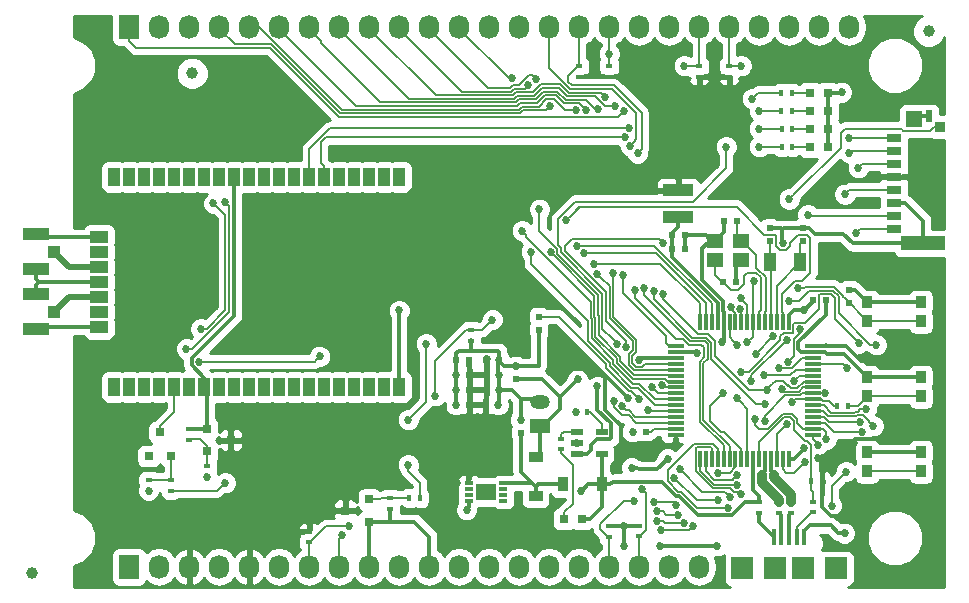
<source format=gtl>
G04 #@! TF.FileFunction,Copper,L1,Top,Signal*
%FSLAX46Y46*%
G04 Gerber Fmt 4.6, Leading zero omitted, Abs format (unit mm)*
G04 Created by KiCad (PCBNEW 4.0.2-stable) date Mon 29 Aug 2016 22:28:05 CEST*
%MOMM*%
G01*
G04 APERTURE LIST*
%ADD10C,0.100000*%
%ADD11R,0.797560X0.797560*%
%ADD12R,2.200000X1.050000*%
%ADD13R,1.050000X1.000000*%
%ADD14R,1.400000X1.200000*%
%ADD15R,0.600000X0.500000*%
%ADD16R,0.500000X0.600000*%
%ADD17R,0.600000X0.400000*%
%ADD18R,0.400000X0.600000*%
%ADD19R,1.699260X1.198880*%
%ADD20O,1.699260X1.198880*%
%ADD21R,0.800100X0.800100*%
%ADD22R,1.727200X2.032000*%
%ADD23O,1.727200X2.032000*%
%ADD24R,1.220000X0.910000*%
%ADD25R,1.300000X0.700000*%
%ADD26R,1.400000X1.450000*%
%ADD27R,0.850000X0.950000*%
%ADD28R,0.600000X1.000000*%
%ADD29R,3.790000X1.200000*%
%ADD30R,1.000000X1.550000*%
%ADD31R,2.540000X1.016000*%
%ADD32R,0.910000X1.220000*%
%ADD33R,1.897380X1.897380*%
%ADD34R,0.398780X1.348740*%
%ADD35R,0.398780X1.346200*%
%ADD36R,1.016000X1.524000*%
%ADD37R,1.524000X1.016000*%
%ADD38R,1.400000X0.300000*%
%ADD39R,0.300000X1.400000*%
%ADD40R,0.749300X0.297180*%
%ADD41R,1.747520X1.447800*%
%ADD42R,1.000760X0.599440*%
%ADD43R,0.900000X1.000000*%
%ADD44C,1.000000*%
%ADD45C,0.685800*%
%ADD46C,0.300000*%
%ADD47C,0.152400*%
%ADD48C,0.500000*%
%ADD49C,0.850000*%
%ADD50C,0.254000*%
G04 APERTURE END LIST*
D10*
D11*
X153820000Y-97518000D03*
X155318600Y-97518000D03*
X153820000Y-95994000D03*
X155318600Y-95994000D03*
X153820000Y-94470000D03*
X155318600Y-94470000D03*
X153820000Y-92946000D03*
X155318600Y-92946000D03*
D12*
X88287000Y-107883000D03*
X88287000Y-104933000D03*
D13*
X89812000Y-106408000D03*
D14*
X147955500Y-105506500D03*
X145755500Y-105506500D03*
X147955500Y-107106500D03*
X145755500Y-107106500D03*
D15*
X154032000Y-110472000D03*
X155132000Y-110472000D03*
X147617500Y-103804500D03*
X146517500Y-103804500D03*
X146412000Y-108948000D03*
X147512000Y-108948000D03*
X126388000Y-116822000D03*
X127488000Y-116822000D03*
D16*
X150391000Y-105519000D03*
X150391000Y-104419000D03*
X153185000Y-105519000D03*
X153185000Y-104419000D03*
D15*
X139892000Y-121648000D03*
X138792000Y-121648000D03*
D16*
X130833000Y-111912000D03*
X130833000Y-113012000D03*
X129309000Y-121732000D03*
X129309000Y-120632000D03*
D15*
X126388000Y-118092000D03*
X127488000Y-118092000D03*
X124906000Y-115552000D03*
X123806000Y-115552000D03*
D16*
X128928000Y-117203000D03*
X128928000Y-116103000D03*
D15*
X124948000Y-116822000D03*
X123848000Y-116822000D03*
X124948000Y-119362000D03*
X123848000Y-119362000D03*
X124948000Y-118092000D03*
X123848000Y-118092000D03*
X126304000Y-119362000D03*
X127404000Y-119362000D03*
X126388000Y-115552000D03*
X127488000Y-115552000D03*
D17*
X139342000Y-129580000D03*
X139342000Y-130480000D03*
X136802000Y-129638000D03*
X136802000Y-130538000D03*
X134262000Y-91560000D03*
X134262000Y-90660000D03*
X136802000Y-91560000D03*
X136802000Y-90660000D03*
X144422000Y-90660000D03*
X144422000Y-91560000D03*
X146962000Y-90660000D03*
X146962000Y-91560000D03*
X149502000Y-127617000D03*
X149502000Y-128517000D03*
X151153000Y-127606000D03*
X151153000Y-128506000D03*
X152232500Y-127606000D03*
X152232500Y-128506000D03*
D18*
X151407000Y-97518000D03*
X152307000Y-97518000D03*
D17*
X154074000Y-127548000D03*
X154074000Y-128448000D03*
D18*
X153936000Y-125839000D03*
X154836000Y-125839000D03*
X151407000Y-95994000D03*
X152307000Y-95994000D03*
X151396000Y-94470000D03*
X152296000Y-94470000D03*
X151396000Y-92946000D03*
X152296000Y-92946000D03*
D17*
X99707000Y-126612000D03*
X99707000Y-125712000D03*
D16*
X157122000Y-110726000D03*
X157122000Y-109626000D03*
D15*
X142094000Y-105011000D03*
X143194000Y-105011000D03*
X142136000Y-106154000D03*
X143236000Y-106154000D03*
D19*
X130960000Y-121140000D03*
D20*
X130960000Y-119138480D03*
D17*
X102766000Y-125469000D03*
X102766000Y-124569000D03*
X97813000Y-125712000D03*
X97813000Y-126612000D03*
X101242000Y-122294000D03*
X101242000Y-121394000D03*
D21*
X97818000Y-123680000D03*
X99718000Y-123680000D03*
X98768000Y-121681020D03*
X102766000Y-121394000D03*
X102766000Y-123294000D03*
X104764980Y-122344000D03*
X116482000Y-129268000D03*
X116482000Y-127368000D03*
X114483020Y-128318000D03*
D18*
X134897000Y-119997000D03*
X133997000Y-119997000D03*
D17*
X132738000Y-123114000D03*
X132738000Y-122214000D03*
D18*
X120800000Y-127236000D03*
X119900000Y-127236000D03*
D17*
X118260000Y-127236000D03*
X118260000Y-128136000D03*
D18*
X156106000Y-119489000D03*
X157006000Y-119489000D03*
D22*
X96162000Y-87358000D03*
D23*
X98702000Y-87358000D03*
X101242000Y-87358000D03*
X103782000Y-87358000D03*
X106322000Y-87358000D03*
X108862000Y-87358000D03*
X111402000Y-87358000D03*
X113942000Y-87358000D03*
X116482000Y-87358000D03*
X119022000Y-87358000D03*
X121562000Y-87358000D03*
X124102000Y-87358000D03*
X126642000Y-87358000D03*
X129182000Y-87358000D03*
X131722000Y-87358000D03*
X134262000Y-87358000D03*
X136802000Y-87358000D03*
X139342000Y-87358000D03*
X141882000Y-87358000D03*
X144422000Y-87358000D03*
X146962000Y-87358000D03*
X149502000Y-87358000D03*
X152042000Y-87358000D03*
X154582000Y-87358000D03*
X157122000Y-87358000D03*
D12*
X88287000Y-112963000D03*
X88287000Y-110013000D03*
D13*
X89812000Y-111488000D03*
D24*
X130579000Y-127077000D03*
X130579000Y-123807000D03*
D25*
X160932000Y-104458000D03*
X160932000Y-103358000D03*
X160932000Y-102258000D03*
X160932000Y-101158000D03*
X160932000Y-100058000D03*
X160932000Y-98958000D03*
X160932000Y-97858000D03*
X160932000Y-96758000D03*
D26*
X162632000Y-95133000D03*
D27*
X164857000Y-95833000D03*
D28*
X163882000Y-94908000D03*
D29*
X163392000Y-105688000D03*
D17*
X111402000Y-130988000D03*
X111402000Y-130088000D03*
D30*
X150391000Y-107297000D03*
X152991000Y-107297000D03*
D17*
X125118000Y-113012000D03*
X125118000Y-113912000D03*
D31*
X142644000Y-101201000D03*
X142644000Y-103487000D03*
D32*
X132897000Y-126093000D03*
X136167000Y-126093000D03*
D11*
X133004700Y-129014000D03*
X134503300Y-129014000D03*
D22*
X96162000Y-133078000D03*
D23*
X98702000Y-133078000D03*
X101242000Y-133078000D03*
X103782000Y-133078000D03*
X106322000Y-133078000D03*
X108862000Y-133078000D03*
X111402000Y-133078000D03*
X113942000Y-133078000D03*
X116482000Y-133078000D03*
X119022000Y-133078000D03*
X121562000Y-133078000D03*
X124102000Y-133078000D03*
X126642000Y-133078000D03*
X129182000Y-133078000D03*
X131722000Y-133078000D03*
X134262000Y-133078000D03*
X136802000Y-133078000D03*
X139342000Y-133078000D03*
X141882000Y-133078000D03*
X144422000Y-133078000D03*
D33*
X150843120Y-133212620D03*
X153240880Y-133212620D03*
X155991700Y-133212620D03*
X148092300Y-133212620D03*
D34*
X150741520Y-130538000D03*
D35*
X151394300Y-130538000D03*
X152042000Y-130538000D03*
X152689700Y-130538000D03*
X153342480Y-130538000D03*
D36*
X119022000Y-117838000D03*
X117752000Y-117838000D03*
X116482000Y-117838000D03*
X115212000Y-117838000D03*
X113942000Y-117838000D03*
X112672000Y-117838000D03*
X111402000Y-117838000D03*
X110132000Y-117838000D03*
X108862000Y-117838000D03*
X107592000Y-117838000D03*
X106322000Y-117838000D03*
X105052000Y-117838000D03*
X103782000Y-117838000D03*
X102512000Y-117838000D03*
X101242000Y-117838000D03*
X99972000Y-117838000D03*
X98702000Y-117838000D03*
X97432000Y-117838000D03*
X96162000Y-117838000D03*
X94892000Y-117838000D03*
X94892000Y-100058000D03*
D37*
X93622000Y-112758000D03*
X93622000Y-111488000D03*
X93622000Y-110218000D03*
X93622000Y-108948000D03*
X93622000Y-107678000D03*
X93622000Y-106408000D03*
X93622000Y-105138000D03*
D36*
X96162000Y-100058000D03*
X97432000Y-100058000D03*
X98702000Y-100058000D03*
X99972000Y-100058000D03*
X101242000Y-100058000D03*
X102512000Y-100058000D03*
X103782000Y-100058000D03*
X105052000Y-100058000D03*
X106322000Y-100058000D03*
X107592000Y-100058000D03*
X108862000Y-100058000D03*
X110132000Y-100058000D03*
X111402000Y-100058000D03*
X112672000Y-100058000D03*
X113942000Y-100058000D03*
X115212000Y-100058000D03*
X116482000Y-100058000D03*
X117752000Y-100058000D03*
X119022000Y-100058000D03*
D38*
X154052000Y-115884000D03*
X154052000Y-114384000D03*
X154052000Y-114884000D03*
X154052000Y-115384000D03*
X154052000Y-116384000D03*
X154052000Y-116884000D03*
X154052000Y-117384000D03*
X154052000Y-117884000D03*
X154052000Y-118384000D03*
X154052000Y-118884000D03*
X154052000Y-119384000D03*
X154052000Y-119884000D03*
X154052000Y-120384000D03*
X154052000Y-120884000D03*
X154052000Y-121384000D03*
X154052000Y-121884000D03*
D39*
X146002000Y-123934000D03*
X144502000Y-123934000D03*
X145002000Y-123934000D03*
X145502000Y-123934000D03*
X146502000Y-123934000D03*
X147002000Y-123934000D03*
X147502000Y-123934000D03*
X148002000Y-123934000D03*
X148502000Y-123934000D03*
X149002000Y-123934000D03*
X149502000Y-123934000D03*
X150002000Y-123934000D03*
X150502000Y-123934000D03*
X151002000Y-123934000D03*
X151502000Y-123934000D03*
X152002000Y-123934000D03*
D38*
X142452000Y-121884000D03*
X142452000Y-121384000D03*
X142452000Y-120884000D03*
X142452000Y-120384000D03*
X142452000Y-119884000D03*
X142452000Y-119384000D03*
X142452000Y-118884000D03*
X142452000Y-118384000D03*
X142452000Y-117884000D03*
X142452000Y-117384000D03*
X142452000Y-116884000D03*
X142452000Y-116384000D03*
X142452000Y-115384000D03*
X142452000Y-114884000D03*
X142452000Y-114384000D03*
X142452000Y-115884000D03*
D39*
X150502000Y-112334000D03*
X152002000Y-112334000D03*
X151502000Y-112334000D03*
X151002000Y-112334000D03*
X150002000Y-112334000D03*
X149502000Y-112334000D03*
X149002000Y-112334000D03*
X148502000Y-112334000D03*
X148002000Y-112334000D03*
X147502000Y-112334000D03*
X147002000Y-112334000D03*
X146502000Y-112334000D03*
X146002000Y-112334000D03*
X145502000Y-112334000D03*
X145002000Y-112334000D03*
X144502000Y-112334000D03*
D40*
X124940200Y-125978700D03*
X124940200Y-126481620D03*
X124940200Y-126974380D03*
X124940200Y-127477300D03*
X127835800Y-127477300D03*
X127835800Y-126974380D03*
X127835800Y-126481620D03*
X127835800Y-125978700D03*
D41*
X126388000Y-126728000D03*
D42*
X134053720Y-121648000D03*
X134053720Y-123553000D03*
X134053720Y-122600500D03*
X136167000Y-123553000D03*
X136167000Y-121648000D03*
D43*
X158657000Y-112288000D03*
X163207000Y-110688000D03*
X158657000Y-110688000D03*
X163207000Y-112288000D03*
X158657000Y-124988000D03*
X163207000Y-123388000D03*
X158657000Y-123388000D03*
X163207000Y-124988000D03*
X158657000Y-118638000D03*
X163207000Y-117038000D03*
X158657000Y-117038000D03*
X163207000Y-118638000D03*
D44*
X87907000Y-133586000D03*
X163853000Y-87739000D03*
X101496000Y-91295000D03*
D45*
X126436159Y-115503841D03*
X132230000Y-114409000D03*
X129784836Y-114320142D03*
X126896000Y-113774000D03*
X154523014Y-123863624D03*
X153315756Y-123006170D03*
X138402735Y-118771532D03*
X139342000Y-115552000D03*
X159154000Y-107678000D03*
X159408000Y-102344000D03*
X159154000Y-100058000D03*
X97813000Y-126612000D03*
X111402000Y-117838000D03*
X123848000Y-116822000D03*
X106322000Y-100058000D03*
X141755000Y-123908600D03*
X138707000Y-124670600D03*
X144263651Y-114938068D03*
X138792000Y-121648000D03*
X134053720Y-122600500D03*
X133997000Y-119997000D03*
X129309000Y-120632000D03*
X128928000Y-116103000D03*
X127488000Y-116822000D03*
X127488000Y-118092000D03*
X127404000Y-119362000D03*
X123848000Y-118092000D03*
X123848000Y-119362000D03*
X124737000Y-128252000D03*
X97818000Y-123680000D03*
X119022000Y-111361000D03*
X163207000Y-123388000D03*
X163207000Y-117038000D03*
X163207000Y-110688000D03*
X156741000Y-130214781D03*
X146321105Y-114024093D03*
X145946000Y-131300000D03*
X141120000Y-131300000D03*
X138072000Y-131300000D03*
X138072000Y-129638000D03*
X93622000Y-111488000D03*
X93622000Y-106408000D03*
X94892000Y-100058000D03*
X119022000Y-117838000D03*
X119022000Y-100058000D03*
X151534000Y-105646000D03*
X147955500Y-107106500D03*
X145630874Y-105631126D03*
X93622000Y-112758000D03*
X93622000Y-108948000D03*
X93622000Y-105138000D03*
X156487000Y-92882500D03*
X162632000Y-95133000D03*
X163392000Y-105688000D03*
X94892000Y-117838000D03*
X101242000Y-117838000D03*
X110132000Y-100058000D03*
X134135000Y-117203000D03*
X134411608Y-126610533D03*
X148520043Y-114057430D03*
X114790645Y-129613278D03*
X149045605Y-108896395D03*
X152791181Y-109456290D03*
X147978000Y-110345000D03*
X138072000Y-94470000D03*
X121307353Y-114195703D03*
X147923070Y-111209321D03*
X119784000Y-124442000D03*
X119784000Y-120632000D03*
X131775232Y-94016040D03*
X133173090Y-103733161D03*
X138590937Y-97419071D03*
X140590087Y-109716910D03*
X150010000Y-119306574D03*
X152296000Y-119120468D03*
X150162400Y-118117400D03*
X139213169Y-98070420D03*
X141395721Y-109948325D03*
X152952140Y-112971994D03*
X151986105Y-115689320D03*
X152453877Y-117367824D03*
X136802000Y-89644000D03*
X138229502Y-114458155D03*
X137926157Y-119461077D03*
X141374000Y-105646000D03*
X143152000Y-90660000D03*
X137442952Y-114168434D03*
X137193320Y-119054201D03*
X147978000Y-90660000D03*
X146708000Y-97518000D03*
X158657000Y-124988000D03*
X99972000Y-117838000D03*
X147021692Y-127184071D03*
X142771000Y-124823000D03*
X135807883Y-117799391D03*
X153312000Y-111361000D03*
X153364480Y-124165448D03*
X146048148Y-127440261D03*
X142324212Y-125532210D03*
X139342000Y-118854000D03*
X157957878Y-114148129D03*
X157744331Y-104820236D03*
X147978000Y-116568000D03*
X146454000Y-118346000D03*
X146047699Y-125129312D03*
X153646719Y-103244267D03*
X156779142Y-101512598D03*
X159154000Y-121140000D03*
X158570050Y-119728246D03*
X157884000Y-99296000D03*
X158049453Y-120815483D03*
X157122000Y-98026000D03*
X158212518Y-121637680D03*
X157122000Y-96756000D03*
X147597021Y-118783084D03*
X151853869Y-113834103D03*
X148818648Y-117381427D03*
X152043979Y-101930633D03*
X122070000Y-118600000D03*
X114219125Y-130400680D03*
X126921548Y-112135669D03*
X149959014Y-116842303D03*
X142487773Y-127858351D03*
X140629614Y-127568976D03*
X151861794Y-120987270D03*
X149502000Y-97518000D03*
X142659402Y-128678804D03*
X140865157Y-128373413D03*
X154504014Y-122717378D03*
X149502000Y-95994000D03*
X143140520Y-129365189D03*
X140895155Y-129211088D03*
X149160655Y-120597794D03*
X155209978Y-122265478D03*
X149502000Y-94470000D03*
X143939203Y-129619559D03*
X141197381Y-129992919D03*
X155115458Y-118397500D03*
X148912492Y-93439007D03*
X150012278Y-120754407D03*
X138888101Y-127457017D03*
X151445189Y-118013211D03*
X139599303Y-126514146D03*
X140102409Y-119812480D03*
X102245403Y-112921423D03*
X103299400Y-102293200D03*
X147092769Y-111094437D03*
X112318086Y-115247170D03*
X104290000Y-102217000D03*
X101019024Y-114612200D03*
X147660520Y-114257985D03*
X102108412Y-115701588D03*
X133976498Y-94406480D03*
X134057806Y-105903554D03*
X134836774Y-94406480D03*
X134671780Y-106517529D03*
X135838363Y-94292711D03*
X135555125Y-107400875D03*
X137325113Y-94089529D03*
X137954417Y-108333142D03*
X136468611Y-93274050D03*
X137125423Y-108209172D03*
X135795424Y-108279838D03*
X129978844Y-92310923D03*
X130631518Y-91784986D03*
X130900307Y-102785975D03*
X131857029Y-106446712D03*
X128585022Y-91706094D03*
X129436000Y-104630000D03*
X130198000Y-106408000D03*
X156970222Y-116213842D03*
X152052355Y-110535520D03*
X159408000Y-114282000D03*
X150712093Y-113525647D03*
X149212247Y-115032554D03*
X151152183Y-116248130D03*
X147654899Y-126167781D03*
X147664313Y-125329622D03*
X147964905Y-126946560D03*
X146897325Y-128055733D03*
X156868000Y-125013480D03*
X155634275Y-127883655D03*
X140423150Y-117850007D03*
X104290000Y-125966000D03*
X102766000Y-125469000D03*
X141250938Y-117718226D03*
X138516480Y-95946255D03*
X138973619Y-109595635D03*
X138151185Y-96701020D03*
X139797843Y-109443141D03*
D46*
X126388000Y-115552000D02*
X126436159Y-115503841D01*
X126388000Y-116822000D02*
X126388000Y-115552000D01*
X137422192Y-120744192D02*
X137818000Y-121140000D01*
X137818000Y-121140000D02*
X137818000Y-122410000D01*
X137818000Y-122410000D02*
X138453000Y-123045000D01*
X138453000Y-123045000D02*
X140485000Y-123045000D01*
X140485000Y-123045000D02*
X140739000Y-122791000D01*
X140739000Y-122791000D02*
X142263000Y-122791000D01*
X142263000Y-122791000D02*
X142452000Y-122602000D01*
X142452000Y-122602000D02*
X142452000Y-122345000D01*
X142452000Y-122345000D02*
X142452000Y-121884000D01*
X137422192Y-120744192D02*
X137691000Y-121013000D01*
X132230000Y-114409000D02*
X132230000Y-114893933D01*
X132230000Y-114893933D02*
X133673134Y-116337067D01*
X133673134Y-116337067D02*
X135786000Y-116337067D01*
X129441937Y-113977243D02*
X129784836Y-114320142D01*
X129238694Y-113774000D02*
X129441937Y-113977243D01*
X126896000Y-113774000D02*
X129238694Y-113774000D01*
X135968270Y-116337067D02*
X136072203Y-116441000D01*
X136072203Y-116441000D02*
X136453203Y-116822000D01*
X138402735Y-118771532D02*
X138059836Y-118428633D01*
X138059836Y-118428633D02*
X136072203Y-116441000D01*
X112225000Y-128318000D02*
X111402000Y-129141000D01*
X111402000Y-129141000D02*
X111402000Y-130088000D01*
X114483020Y-128318000D02*
X112225000Y-128318000D01*
X124991000Y-125331000D02*
X124948000Y-125288000D01*
X124948000Y-125288000D02*
X124948000Y-119362000D01*
X124991000Y-125479310D02*
X124991000Y-125331000D01*
X124940200Y-125978700D02*
X124940200Y-125530110D01*
X124940200Y-125530110D02*
X124991000Y-125479310D01*
X158138000Y-115679000D02*
X159281000Y-115679000D01*
X156843000Y-114384000D02*
X158138000Y-115679000D01*
X154052000Y-114384000D02*
X156843000Y-114384000D01*
X157630000Y-122283000D02*
X159408000Y-122283000D01*
X156995000Y-122918000D02*
X157630000Y-122283000D01*
X156487000Y-122918000D02*
X156995000Y-122918000D01*
X155541376Y-123863624D02*
X156487000Y-122918000D01*
X154523014Y-123863624D02*
X155541376Y-123863624D01*
X154836000Y-125839000D02*
X154836000Y-124176610D01*
X154836000Y-124176610D02*
X154523014Y-123863624D01*
X154836000Y-126432000D02*
X154836000Y-125839000D01*
X152002000Y-123934000D02*
X152452000Y-123934000D01*
X152452000Y-123934000D02*
X153315756Y-123070244D01*
X153315756Y-123070244D02*
X153315756Y-123006170D01*
X136453203Y-116822000D02*
X136961203Y-117330000D01*
X137422192Y-120744192D02*
X136453203Y-119775203D01*
X136453203Y-119775203D02*
X136453203Y-116822000D01*
X135786000Y-116337067D02*
X134285067Y-116337067D01*
X154052000Y-114384000D02*
X155954000Y-114384000D01*
X135786000Y-116337067D02*
X135968270Y-116337067D01*
X136961203Y-117330000D02*
X138059836Y-118428633D01*
X139510000Y-115384000D02*
X139342000Y-115552000D01*
X142452000Y-115384000D02*
X139510000Y-115384000D01*
X154052000Y-114384000D02*
X155052000Y-114384000D01*
X155052000Y-114384000D02*
X155154000Y-114282000D01*
X134262000Y-91560000D02*
X136802000Y-91560000D01*
X155598000Y-128760000D02*
X157884000Y-128760000D01*
X154836000Y-127998000D02*
X155598000Y-128760000D01*
X154836000Y-126432000D02*
X154836000Y-127998000D01*
X124948000Y-115552000D02*
X124948000Y-116822000D01*
X160932000Y-100058000D02*
X159154000Y-100058000D01*
X130960000Y-119138480D02*
X130709810Y-119138480D01*
X130425330Y-118854000D02*
X129309000Y-118854000D01*
X130709810Y-119138480D02*
X130425330Y-118854000D01*
X139318933Y-124797600D02*
X140866000Y-124797600D01*
X140866000Y-124797600D02*
X141755000Y-123908600D01*
X138707000Y-124670600D02*
X139191933Y-124670600D01*
X139191933Y-124670600D02*
X139318933Y-124797600D01*
X142452000Y-114884000D02*
X144209583Y-114884000D01*
X144209583Y-114884000D02*
X144263651Y-114938068D01*
X129309000Y-120632000D02*
X129309000Y-118854000D01*
X129309000Y-118854000D02*
X128547000Y-118092000D01*
X128547000Y-118092000D02*
X127488000Y-118092000D01*
X128928000Y-116103000D02*
X130790000Y-116103000D01*
X130790000Y-116103000D02*
X130833000Y-116060000D01*
X153342480Y-130538000D02*
X153342480Y-130064290D01*
X153342480Y-130064290D02*
X153841870Y-129564900D01*
X155555914Y-129564900D02*
X156205795Y-130214781D01*
X153841870Y-129564900D02*
X155555914Y-129564900D01*
X156205795Y-130214781D02*
X156741000Y-130214781D01*
X124940200Y-127477300D02*
X124940200Y-128048800D01*
X124940200Y-128048800D02*
X124737000Y-128252000D01*
X119022000Y-116776000D02*
X119022000Y-111361000D01*
X119022000Y-117838000D02*
X119022000Y-116776000D01*
X155212000Y-115044000D02*
X156713000Y-115044000D01*
X156713000Y-115044000D02*
X158657000Y-116988000D01*
X158657000Y-116988000D02*
X158657000Y-117038000D01*
X154052000Y-114884000D02*
X155052000Y-114884000D01*
X155052000Y-114884000D02*
X155212000Y-115044000D01*
X146502000Y-113843198D02*
X146321105Y-114024093D01*
X146502000Y-112334000D02*
X146502000Y-113843198D01*
X152804000Y-114636000D02*
X153052000Y-114884000D01*
X152804000Y-114075145D02*
X152804000Y-114636000D01*
X155132000Y-111747145D02*
X152804000Y-114075145D01*
X155132000Y-110472000D02*
X155132000Y-111747145D01*
X153052000Y-114884000D02*
X154052000Y-114884000D01*
X146502000Y-112334000D02*
X146502000Y-111458714D01*
X145145941Y-105631126D02*
X145630874Y-105631126D01*
X146447468Y-110537027D02*
X144676000Y-108765559D01*
X144676000Y-108765559D02*
X144676000Y-106101067D01*
X146502000Y-111458714D02*
X146447468Y-111404182D01*
X144676000Y-106101067D02*
X145145941Y-105631126D01*
X146447468Y-111404182D02*
X146447468Y-110537027D01*
X143236000Y-106154000D02*
X143236000Y-105053000D01*
X143236000Y-105053000D02*
X143194000Y-105011000D01*
X163392000Y-110503000D02*
X163207000Y-110688000D01*
X163207000Y-110688000D02*
X163207000Y-110638000D01*
X163207000Y-110738000D02*
X163207000Y-110688000D01*
X163207000Y-117088000D02*
X163207000Y-117038000D01*
X158657000Y-123388000D02*
X159407000Y-123388000D01*
X159407000Y-123388000D02*
X163207000Y-123388000D01*
X158657000Y-117038000D02*
X159407000Y-117038000D01*
X159407000Y-117038000D02*
X163207000Y-117038000D01*
X158657000Y-110688000D02*
X159407000Y-110688000D01*
X159407000Y-110688000D02*
X163207000Y-110688000D01*
X157122000Y-109626000D02*
X157595000Y-109626000D01*
X157595000Y-109626000D02*
X158657000Y-110688000D01*
X143194000Y-105011000D02*
X145010748Y-105011000D01*
X145010748Y-105011000D02*
X145630874Y-105631126D01*
X141120000Y-131300000D02*
X145946000Y-131300000D01*
X138072000Y-129638000D02*
X138072000Y-131300000D01*
X138072000Y-129638000D02*
X139284000Y-129638000D01*
X136802000Y-129638000D02*
X138072000Y-129638000D01*
X139284000Y-129638000D02*
X139342000Y-129580000D01*
X106322000Y-100058000D02*
X106322000Y-100566000D01*
X111402000Y-117838000D02*
X111402000Y-118346000D01*
X127488000Y-114874000D02*
X127404000Y-114790000D01*
X127488000Y-115552000D02*
X127488000Y-114874000D01*
X151458867Y-104550999D02*
X151458867Y-105570867D01*
X151458867Y-105570867D02*
X151534000Y-105646000D01*
X163392000Y-105688000D02*
X157418000Y-105688000D01*
X154200000Y-104884000D02*
X153735000Y-104419000D01*
X157418000Y-105688000D02*
X156614000Y-104884000D01*
X156614000Y-104884000D02*
X154200000Y-104884000D01*
X153735000Y-104419000D02*
X153185000Y-104419000D01*
X153185000Y-104419000D02*
X151590866Y-104419000D01*
X150391000Y-104419000D02*
X151326868Y-104419000D01*
X151590866Y-104419000D02*
X151458867Y-104550999D01*
X151326868Y-104419000D02*
X151458867Y-104550999D01*
X147955500Y-107106500D02*
X147996226Y-107065774D01*
X146517500Y-103804500D02*
X146517500Y-104744500D01*
X147533500Y-107528500D02*
X147996226Y-107065774D01*
X145973773Y-105288227D02*
X145630874Y-105631126D01*
X146517500Y-104744500D02*
X145973773Y-105288227D01*
X147996226Y-107065774D02*
X148339125Y-106722875D01*
X147533500Y-108884500D02*
X147533500Y-107528500D01*
X147599822Y-107106500D02*
X147955500Y-107106500D01*
X130833000Y-113012000D02*
X130833000Y-113612000D01*
X130833000Y-113612000D02*
X130833000Y-116060000D01*
X127354000Y-115552000D02*
X127404000Y-115552000D01*
X123848000Y-115552000D02*
X123848000Y-115002000D01*
X130833000Y-116060000D02*
X127912000Y-116060000D01*
X127912000Y-116060000D02*
X127404000Y-115552000D01*
X127488000Y-118092000D02*
X127488000Y-119362000D01*
X127446000Y-116822000D02*
X127446000Y-118050000D01*
X127446000Y-118050000D02*
X127488000Y-118092000D01*
X127404000Y-115552000D02*
X127404000Y-116780000D01*
X127404000Y-116780000D02*
X127446000Y-116822000D01*
X123848000Y-118092000D02*
X123848000Y-119362000D01*
X123848000Y-116822000D02*
X123848000Y-118092000D01*
X123848000Y-115552000D02*
X123848000Y-116822000D01*
X155318600Y-92946000D02*
X156423500Y-92946000D01*
X156423500Y-92946000D02*
X156487000Y-92882500D01*
X163882000Y-94908000D02*
X162857000Y-94908000D01*
X162857000Y-94908000D02*
X162632000Y-95133000D01*
X155318600Y-95994000D02*
X155318600Y-97518000D01*
X155318600Y-94470000D02*
X155318600Y-95994000D01*
X155318600Y-92946000D02*
X155318600Y-94470000D01*
X160932000Y-102258000D02*
X161882000Y-102258000D01*
X161882000Y-102258000D02*
X163392000Y-103768000D01*
X163392000Y-103768000D02*
X163392000Y-104788000D01*
X163392000Y-104788000D02*
X163392000Y-105688000D01*
X93622000Y-105138000D02*
X88492000Y-105138000D01*
X88492000Y-105138000D02*
X88287000Y-104933000D01*
X93622000Y-112758000D02*
X88492000Y-112758000D01*
X88492000Y-112758000D02*
X88287000Y-112963000D01*
X93622000Y-108948000D02*
X88527000Y-108948000D01*
X88527000Y-108948000D02*
X88287000Y-109188000D01*
X88287000Y-109188000D02*
X88287000Y-110013000D01*
X88527000Y-108948000D02*
X88287000Y-108708000D01*
X88287000Y-108708000D02*
X88287000Y-107883000D01*
X127404000Y-114790000D02*
X126134000Y-114790000D01*
X123848000Y-115002000D02*
X124060000Y-114790000D01*
X124991000Y-114790000D02*
X126134000Y-114790000D01*
X126134000Y-114790000D02*
X126592000Y-114790000D01*
X124060000Y-114790000D02*
X124991000Y-114790000D01*
X97813000Y-126612000D02*
X97713000Y-126612000D01*
X125118000Y-113901000D02*
X125118000Y-114790000D01*
X128928000Y-117203000D02*
X131087000Y-117203000D01*
X131087000Y-117203000D02*
X132611000Y-118727000D01*
X132611000Y-118727000D02*
X132611000Y-119739190D01*
X132611000Y-119739190D02*
X131210190Y-121140000D01*
X131210190Y-121140000D02*
X130960000Y-121140000D01*
X134135000Y-117203000D02*
X132611000Y-118727000D01*
X130960000Y-121140000D02*
X130960000Y-123426000D01*
X130960000Y-123426000D02*
X130579000Y-123807000D01*
X130734000Y-123807000D02*
X130579000Y-123807000D01*
X142136000Y-106154000D02*
X142136000Y-105053000D01*
X142136000Y-105053000D02*
X142094000Y-105011000D01*
X142107149Y-104831851D02*
X142644000Y-104295000D01*
X142107149Y-106836512D02*
X142107149Y-104831851D01*
X145995057Y-112327057D02*
X145995057Y-110724420D01*
X145995057Y-110724420D02*
X142107149Y-106836512D01*
X146002000Y-112334000D02*
X145995057Y-112327057D01*
X142644000Y-104295000D02*
X142644000Y-103487000D01*
X136167000Y-126093000D02*
X136922000Y-126093000D01*
X137146174Y-125868826D02*
X141249390Y-125868826D01*
X136922000Y-126093000D02*
X137146174Y-125868826D01*
X142487176Y-127106612D02*
X141249390Y-125868826D01*
X144334008Y-128701035D02*
X142739585Y-127106612D01*
X147207071Y-128701035D02*
X144334008Y-128701035D01*
X149502000Y-127617000D02*
X148291106Y-127617000D01*
X148291106Y-127617000D02*
X147207071Y-128701035D01*
X142739585Y-127106612D02*
X142487176Y-127106612D01*
X135024000Y-126093000D02*
X134506467Y-126610533D01*
X134506467Y-126610533D02*
X134411608Y-126610533D01*
X136167000Y-126093000D02*
X135024000Y-126093000D01*
X136167000Y-123553000D02*
X136167000Y-123680000D01*
X136167000Y-127998000D02*
X136167000Y-127871000D01*
X136167000Y-127871000D02*
X136167000Y-126285194D01*
X134503300Y-129014000D02*
X135202080Y-129014000D01*
X135202080Y-129014000D02*
X136167000Y-128049080D01*
X136167000Y-128049080D02*
X136167000Y-127871000D01*
X149502000Y-127606000D02*
X149502000Y-127106000D01*
X149402000Y-127606000D02*
X149502000Y-127606000D01*
X149502000Y-127106000D02*
X149002000Y-126606000D01*
X136167000Y-123553000D02*
X136167000Y-125802536D01*
X149002000Y-124934000D02*
X149002000Y-123934000D01*
X136167000Y-125802536D02*
X136408329Y-126043865D01*
X136167000Y-126285194D02*
X136408329Y-126043865D01*
X149002000Y-126606000D02*
X149002000Y-124934000D01*
X98702000Y-133078000D02*
X98702000Y-132925600D01*
D47*
X154074000Y-127548000D02*
X154074000Y-126728000D01*
X153936000Y-125839000D02*
X153936000Y-126590000D01*
X153936000Y-126590000D02*
X154074000Y-126728000D01*
X153936000Y-122780590D02*
X153819410Y-122664000D01*
X153819410Y-122664000D02*
X153590078Y-122434668D01*
X153936000Y-125839000D02*
X153936000Y-122780590D01*
X149502000Y-123081600D02*
X149502000Y-123934000D01*
X153590078Y-122434668D02*
X153390254Y-122434668D01*
X153390254Y-122434668D02*
X152433296Y-121477710D01*
X152433296Y-121477710D02*
X152433296Y-120712948D01*
X152433296Y-120712948D02*
X152136116Y-120415768D01*
X152136116Y-120415768D02*
X151620810Y-120415768D01*
X151620810Y-120415768D02*
X149502000Y-122534578D01*
X149502000Y-122534578D02*
X149502000Y-123081600D01*
X154074000Y-127606000D02*
X153952205Y-127484205D01*
X155852000Y-109368384D02*
X153364020Y-109368384D01*
X158657000Y-112238000D02*
X156741000Y-110322000D01*
X156741000Y-110322000D02*
X156614000Y-110195000D01*
X157122000Y-110726000D02*
X157122000Y-110703000D01*
X157122000Y-110703000D02*
X156741000Y-110322000D01*
X149002000Y-113575473D02*
X148862942Y-113714531D01*
X149002000Y-112334000D02*
X149002000Y-113575473D01*
X148862942Y-113714531D02*
X148520043Y-114057430D01*
X114305712Y-129613278D02*
X114790645Y-129613278D01*
X111502000Y-130988000D02*
X112876722Y-129613278D01*
X112876722Y-129613278D02*
X114305712Y-129613278D01*
X111402000Y-130988000D02*
X111502000Y-130988000D01*
X149002000Y-108940000D02*
X149045605Y-108896395D01*
X149002000Y-112334000D02*
X149002000Y-108940000D01*
X156614000Y-110130384D02*
X155852000Y-109368384D01*
X153364020Y-109368384D02*
X153276114Y-109456290D01*
X153276114Y-109456290D02*
X152791181Y-109456290D01*
X158657000Y-112288000D02*
X158657000Y-112238000D01*
X156614000Y-110195000D02*
X156614000Y-110130384D01*
X163207000Y-112288000D02*
X158657000Y-112288000D01*
X111402000Y-130988000D02*
X111402000Y-133078000D01*
X148055500Y-105506500D02*
X147955500Y-105506500D01*
X149248000Y-106699000D02*
X148055500Y-105506500D01*
X149248000Y-107754933D02*
X149248000Y-106699000D01*
X150060811Y-108567744D02*
X149248000Y-107754933D01*
X150060811Y-111422789D02*
X150060811Y-108567744D01*
X150002000Y-111481600D02*
X150060811Y-111422789D01*
X150002000Y-112334000D02*
X150002000Y-111481600D01*
X147617500Y-105168500D02*
X147955500Y-105506500D01*
X147617500Y-103804500D02*
X147617500Y-105168500D01*
X147978000Y-110418429D02*
X148494571Y-110935000D01*
X148494571Y-110935000D02*
X148494571Y-112326571D01*
X147978000Y-110345000D02*
X147978000Y-110418429D01*
X148494571Y-112326571D02*
X148502000Y-112334000D01*
X113922848Y-94978000D02*
X137564000Y-94978000D01*
X137564000Y-94978000D02*
X138072000Y-94470000D01*
X96771600Y-89136000D02*
X108080848Y-89136000D01*
X108080848Y-89136000D02*
X113922848Y-94978000D01*
X96162000Y-87358000D02*
X96162000Y-88526400D01*
X96162000Y-88526400D02*
X96771600Y-89136000D01*
X96162000Y-87358000D02*
X96162000Y-87510400D01*
X121307353Y-119108647D02*
X121307353Y-114680636D01*
X119784000Y-120632000D02*
X121307353Y-119108647D01*
X121307353Y-114680636D02*
X121307353Y-114195703D01*
X148002000Y-111288251D02*
X147923070Y-111209321D01*
X148002000Y-112334000D02*
X148002000Y-111288251D01*
X120800000Y-127236000D02*
X120800000Y-127136000D01*
X120800000Y-125966000D02*
X120800000Y-127236000D01*
X119784000Y-124950000D02*
X120800000Y-125966000D01*
X119784000Y-124442000D02*
X119784000Y-124950000D01*
X134308251Y-102598000D02*
X133546251Y-103360000D01*
X151808322Y-106217502D02*
X151259678Y-106217502D01*
X150962498Y-105086218D02*
X150823881Y-104947601D01*
X147608518Y-102598000D02*
X134308251Y-102598000D01*
X150962498Y-105920322D02*
X150962498Y-105086218D01*
X152105502Y-105920322D02*
X151808322Y-106217502D01*
X151480853Y-111460453D02*
X151480853Y-109933323D01*
X152105502Y-105666322D02*
X152105502Y-105920322D01*
X153573144Y-104990399D02*
X152781425Y-104990399D01*
X153845356Y-105262611D02*
X153573144Y-104990399D01*
X152529678Y-108884498D02*
X153130402Y-108884498D01*
X152781425Y-104990399D02*
X152105502Y-105666322D01*
X151502000Y-111481600D02*
X151480853Y-111460453D01*
X153845356Y-108169544D02*
X153845356Y-105262611D01*
X153130402Y-108884498D02*
X153845356Y-108169544D01*
X151259678Y-106217502D02*
X150962498Y-105920322D01*
X151502000Y-112334000D02*
X151502000Y-111481600D01*
X149958119Y-104947601D02*
X147608518Y-102598000D01*
X150823881Y-104947601D02*
X149958119Y-104947601D01*
X151480853Y-109933323D02*
X152529678Y-108884498D01*
X129275987Y-94673189D02*
X129542678Y-94406498D01*
X103782000Y-87510400D02*
X105102789Y-88831189D01*
X103782000Y-87358000D02*
X103782000Y-87510400D01*
X108207104Y-88831189D02*
X114049104Y-94673189D01*
X105102789Y-88831189D02*
X108207104Y-88831189D01*
X114049104Y-94673189D02*
X129275987Y-94673189D01*
X131432333Y-94358939D02*
X131775232Y-94016040D01*
X131384774Y-94406498D02*
X131432333Y-94358939D01*
X129542678Y-94406498D02*
X131384774Y-94406498D01*
X133546251Y-103360000D02*
X134257440Y-102648811D01*
X133173090Y-103733161D02*
X133546251Y-103360000D01*
X134257440Y-102648811D02*
X143024256Y-102648811D01*
X143024256Y-102648811D02*
X143075067Y-102598000D01*
X151534000Y-112302000D02*
X151502000Y-112334000D01*
X140590087Y-109716910D02*
X140590087Y-110398471D01*
X140590087Y-110398471D02*
X143853467Y-113661851D01*
X143853467Y-113661851D02*
X145012354Y-113661851D01*
X145012354Y-113661851D02*
X145444793Y-114094291D01*
X145444793Y-114094291D02*
X145444793Y-115481860D01*
X145444793Y-115481860D02*
X149269507Y-119306574D01*
X149525067Y-119306574D02*
X150010000Y-119306574D01*
X149269507Y-119306574D02*
X149525067Y-119306574D01*
X133503893Y-92615735D02*
X137088238Y-92615735D01*
X137088238Y-92615735D02*
X139122438Y-94649935D01*
X138933836Y-97076172D02*
X138590937Y-97419071D01*
X139122438Y-96887570D02*
X138933836Y-97076172D01*
X139122438Y-94649935D02*
X139122438Y-96887570D01*
X131722000Y-87358000D02*
X131722000Y-90833842D01*
X131722000Y-90833842D02*
X133503893Y-92615735D01*
X154052000Y-118884000D02*
X152532468Y-118884000D01*
X152532468Y-118884000D02*
X152296000Y-119120468D01*
X154913651Y-119061723D02*
X155384323Y-119061723D01*
X155811600Y-119489000D02*
X156164000Y-119489000D01*
X154052000Y-118884000D02*
X154735928Y-118884000D01*
X155384323Y-119061723D02*
X155811600Y-119489000D01*
X154735928Y-118884000D02*
X154913651Y-119061723D01*
X148684541Y-118120363D02*
X149349600Y-118120363D01*
X149349600Y-118120363D02*
X150128921Y-118120363D01*
X150162400Y-118117400D02*
X149352563Y-118117400D01*
X149352563Y-118117400D02*
X149349600Y-118120363D01*
X150613854Y-117635430D02*
X150128921Y-118120363D01*
X141395721Y-110433258D02*
X144319503Y-113357040D01*
X145749604Y-115185426D02*
X148684541Y-118120363D01*
X145749604Y-113968034D02*
X145749604Y-115185426D01*
X150939876Y-117309408D02*
X150613854Y-117635430D01*
X151549637Y-117309408D02*
X150939876Y-117309408D01*
X151882375Y-117642146D02*
X151549637Y-117309408D01*
X144319503Y-113357040D02*
X145138610Y-113357040D01*
X145138610Y-113357040D02*
X145749604Y-113968034D01*
X141395721Y-109948325D02*
X141395721Y-110433258D01*
X152179555Y-117939326D02*
X151549637Y-117309408D01*
X139556068Y-97727521D02*
X139213169Y-98070420D01*
X139556068Y-94652498D02*
X139556068Y-97727521D01*
X137214494Y-92310924D02*
X139556068Y-94652498D01*
X133301600Y-91520400D02*
X133301600Y-91982375D01*
X134262000Y-90660000D02*
X134162000Y-90660000D01*
X134162000Y-90660000D02*
X133301600Y-91520400D01*
X133301600Y-91982375D02*
X133630149Y-92310924D01*
X133630149Y-92310924D02*
X137214494Y-92310924D01*
X152728199Y-117939326D02*
X152179555Y-117939326D01*
X152179555Y-117939326D02*
X151882375Y-117642146D01*
X153283525Y-117384000D02*
X152728199Y-117939326D01*
X154052000Y-117384000D02*
X153283525Y-117384000D01*
X134262000Y-90660000D02*
X134262000Y-87358000D01*
X152952140Y-113278701D02*
X152952140Y-112971994D01*
X151986105Y-115689320D02*
X152425389Y-115250036D01*
X152425389Y-115250036D02*
X152425389Y-113805452D01*
X152425389Y-113805452D02*
X152952140Y-113278701D01*
X152796776Y-117024925D02*
X152453877Y-117367824D01*
X154052000Y-116884000D02*
X152937701Y-116884000D01*
X152937701Y-116884000D02*
X152796776Y-117024925D01*
X136802000Y-89644000D02*
X136802000Y-87358000D01*
X136802000Y-90660000D02*
X136802000Y-89644000D01*
X141374000Y-105646000D02*
X141031101Y-105303101D01*
X141031101Y-105303101D02*
X133671946Y-105303101D01*
X133671946Y-105303101D02*
X133038153Y-105936893D01*
X133038153Y-105936893D02*
X133038153Y-106330818D01*
X133038153Y-106330818D02*
X136548055Y-109840720D01*
X136548055Y-109840720D02*
X136548055Y-112291775D01*
X136548055Y-112291775D02*
X136760280Y-112504000D01*
X136760280Y-112504000D02*
X138229502Y-113973222D01*
X138229502Y-113973222D02*
X138229502Y-114458155D01*
X139036446Y-120384000D02*
X138456422Y-119803976D01*
X142452000Y-120384000D02*
X139036446Y-120384000D01*
X138456422Y-119803976D02*
X138269056Y-119803976D01*
X138269056Y-119803976D02*
X137926157Y-119461077D01*
X144422000Y-90660000D02*
X143152000Y-90660000D01*
X144422000Y-90660000D02*
X144422000Y-90307600D01*
X144422000Y-90307600D02*
X144422000Y-87358000D01*
X137100053Y-113825535D02*
X137442952Y-114168434D01*
X136243244Y-112968726D02*
X137100053Y-113825535D01*
X136243244Y-109966976D02*
X136243244Y-112968726D01*
X132733342Y-106457074D02*
X136243244Y-109966976D01*
X132733342Y-106046134D02*
X132733342Y-106457074D01*
X132484000Y-105796793D02*
X132733342Y-106046134D01*
X132484000Y-103614000D02*
X132484000Y-105796793D01*
X143868291Y-102166191D02*
X133931809Y-102166191D01*
X146708000Y-99326482D02*
X143868291Y-102166191D01*
X146708000Y-97518000D02*
X146708000Y-99326482D01*
X133931809Y-102166191D02*
X132484000Y-103614000D01*
X137193320Y-119539134D02*
X137193320Y-119054201D01*
X138481333Y-120259954D02*
X137914140Y-120259954D01*
X142452000Y-120884000D02*
X139105379Y-120884000D01*
X139105379Y-120884000D02*
X138481333Y-120259954D01*
X137914140Y-120259954D02*
X137193320Y-119539134D01*
X147978000Y-90660000D02*
X146962000Y-90660000D01*
X146962000Y-90660000D02*
X146962000Y-90307600D01*
X146962000Y-90307600D02*
X146962000Y-87358000D01*
D46*
X101242000Y-121394000D02*
X102634000Y-121394000D01*
X102512000Y-117060222D02*
X102512000Y-117838000D01*
X101463111Y-115391843D02*
X101463111Y-116011333D01*
X105052000Y-100058000D02*
X105052000Y-111802952D01*
X101463111Y-116011333D02*
X102512000Y-117060222D01*
X105052000Y-111802952D02*
X101463111Y-115391843D01*
X102766000Y-121526000D02*
X102766000Y-118092000D01*
X102766000Y-118092000D02*
X102512000Y-117838000D01*
D47*
X158657000Y-124988000D02*
X163207000Y-124988000D01*
X98768000Y-121681020D02*
X98768000Y-121128570D01*
X98768000Y-121128570D02*
X99972000Y-119924570D01*
X99972000Y-119924570D02*
X99972000Y-118752400D01*
X99972000Y-118752400D02*
X99972000Y-117838000D01*
X144676000Y-126728000D02*
X146565621Y-126728000D01*
X146678793Y-126841172D02*
X147021692Y-127184071D01*
X142771000Y-124823000D02*
X144676000Y-126728000D01*
X146565621Y-126728000D02*
X146678793Y-126841172D01*
X152296000Y-94470000D02*
X153820000Y-94470000D01*
D46*
X118260000Y-128136000D02*
X118260000Y-128636000D01*
X118260000Y-128636000D02*
X118260000Y-129268000D01*
X116482000Y-129268000D02*
X118260000Y-129268000D01*
X118260000Y-129268000D02*
X120292000Y-129268000D01*
X120292000Y-129268000D02*
X121562000Y-130538000D01*
X116482000Y-129268000D02*
X116482000Y-133078000D01*
X121562000Y-130538000D02*
X121562000Y-133078000D01*
D47*
X97813000Y-125712000D02*
X99707000Y-125712000D01*
X99718000Y-125701000D02*
X99718000Y-123680000D01*
X99707000Y-125712000D02*
X99718000Y-125701000D01*
X102766000Y-123294000D02*
X102766000Y-124558000D01*
X101567400Y-122283000D02*
X101115000Y-122283000D01*
X102175450Y-122283000D02*
X101567400Y-122283000D01*
X102766000Y-123426000D02*
X102766000Y-122873550D01*
X102766000Y-122873550D02*
X102175450Y-122283000D01*
X119900000Y-127236000D02*
X118260000Y-127236000D01*
X118260000Y-127236000D02*
X117498000Y-127236000D01*
X117366000Y-127368000D02*
X117498000Y-127236000D01*
X116482000Y-127368000D02*
X117366000Y-127368000D01*
D46*
X134053720Y-123553000D02*
X134897000Y-123553000D01*
X134897000Y-123553000D02*
X135278000Y-123172000D01*
X135278000Y-123172000D02*
X135278000Y-122791000D01*
X135278000Y-122791000D02*
X135818879Y-122250121D01*
X135818879Y-122250121D02*
X136909301Y-122250121D01*
X136909301Y-122250121D02*
X136969781Y-122189641D01*
X136969781Y-122189641D02*
X136969781Y-120931585D01*
X136969781Y-120931585D02*
X135807883Y-119769687D01*
X135807883Y-119769687D02*
X135807883Y-118284324D01*
X135807883Y-118284324D02*
X135807883Y-117799391D01*
D47*
X146412000Y-108948000D02*
X146362000Y-108948000D01*
X146362000Y-108948000D02*
X145755500Y-108341500D01*
X145755500Y-108341500D02*
X145755500Y-107858900D01*
X145755500Y-107858900D02*
X145755500Y-107106500D01*
X147732983Y-109646499D02*
X147160499Y-109646499D01*
X147160499Y-109646499D02*
X146462000Y-108948000D01*
X146462000Y-108948000D02*
X146412000Y-108948000D01*
X149629001Y-108567000D02*
X149248001Y-108186000D01*
X149502000Y-112334000D02*
X149502000Y-111481600D01*
X149502000Y-111481600D02*
X149629001Y-111354599D01*
X149629001Y-111354599D02*
X149629001Y-108567000D01*
X149248001Y-108186000D02*
X148486000Y-108186000D01*
X148232000Y-109147482D02*
X147732983Y-109646499D01*
X148232000Y-108440000D02*
X148232000Y-109147482D01*
X148486000Y-108186000D02*
X148232000Y-108440000D01*
X152296000Y-97518000D02*
X153820000Y-97518000D01*
X153820000Y-95994000D02*
X152296000Y-95994000D01*
X152296000Y-92946000D02*
X152648400Y-92946000D01*
X152648400Y-92946000D02*
X153820000Y-92946000D01*
D46*
X154032000Y-110641000D02*
X153312000Y-111361000D01*
X152425000Y-111361000D02*
X153312000Y-111361000D01*
X154032000Y-110472000D02*
X154032000Y-110641000D01*
X152002000Y-112334000D02*
X152002000Y-111784000D01*
X152002000Y-111784000D02*
X152425000Y-111361000D01*
D47*
X150391000Y-107297000D02*
X150391000Y-105561000D01*
X150502000Y-112334000D02*
X150502000Y-107408000D01*
X150502000Y-107408000D02*
X150391000Y-107297000D01*
X152991000Y-105713000D02*
X153185000Y-105519000D01*
X151002000Y-109286000D02*
X152991000Y-107297000D01*
X151002000Y-112334000D02*
X151002000Y-109286000D01*
X152991000Y-107297000D02*
X152991000Y-105713000D01*
X133754000Y-127713520D02*
X133754000Y-124482400D01*
X133754000Y-124482400D02*
X132738000Y-123466400D01*
X132738000Y-123466400D02*
X132738000Y-123114000D01*
X133004700Y-129014000D02*
X133004700Y-128462820D01*
X133004700Y-128462820D02*
X133754000Y-127713520D01*
D46*
X149502000Y-128506000D02*
X149502000Y-129298480D01*
X149502000Y-129298480D02*
X150741520Y-130538000D01*
X151394300Y-130538000D02*
X151394300Y-128683800D01*
X151394300Y-128683800D02*
X151216500Y-128506000D01*
X152042000Y-130538000D02*
X152042000Y-128696500D01*
X152042000Y-128696500D02*
X152232500Y-128506000D01*
D47*
X152689700Y-130538000D02*
X152689700Y-129712500D01*
X152689700Y-129712500D02*
X153896200Y-128506000D01*
X153896200Y-128506000D02*
X154074000Y-128506000D01*
X134839000Y-119997000D02*
X135191400Y-119997000D01*
X135191400Y-119997000D02*
X136167000Y-120972600D01*
X136167000Y-120972600D02*
X136167000Y-121648000D01*
X133400940Y-121648000D02*
X134053720Y-121648000D01*
X132951600Y-121648000D02*
X133400940Y-121648000D01*
X132738000Y-121861600D02*
X132951600Y-121648000D01*
X132738000Y-122214000D02*
X132738000Y-121861600D01*
X158657000Y-118638000D02*
X159259400Y-118638000D01*
X159259400Y-118638000D02*
X163207000Y-118638000D01*
X157006000Y-119489000D02*
X157856000Y-119489000D01*
X157856000Y-119489000D02*
X158657000Y-118688000D01*
X158657000Y-118688000D02*
X158657000Y-118638000D01*
X139892000Y-121648000D02*
X140344400Y-121648000D01*
X140608400Y-121384000D02*
X141599600Y-121384000D01*
X140344400Y-121648000D02*
X140608400Y-121384000D01*
X141599600Y-121384000D02*
X142452000Y-121384000D01*
X139342000Y-118854000D02*
X138695161Y-118207161D01*
X136548000Y-115933000D02*
X132527000Y-111912000D01*
X138695161Y-118207161D02*
X138514414Y-118207161D01*
X138514414Y-118207161D02*
X136548000Y-116240745D01*
X136548000Y-116240745D02*
X136548000Y-115933000D01*
X132527000Y-111912000D02*
X131468000Y-111912000D01*
X131468000Y-111912000D02*
X130833000Y-111912000D01*
X151502000Y-123934000D02*
X151502000Y-124786400D01*
X153021581Y-124508347D02*
X153364480Y-124165448D01*
X151808143Y-125092543D02*
X152437385Y-125092543D01*
X151502000Y-124786400D02*
X151808143Y-125092543D01*
X152437385Y-125092543D02*
X153021581Y-124508347D01*
X145563215Y-127440261D02*
X146048148Y-127440261D01*
X142324212Y-125532210D02*
X144232263Y-127440261D01*
X144232263Y-127440261D02*
X145563215Y-127440261D01*
X151534000Y-123966000D02*
X151502000Y-123934000D01*
D48*
X89812000Y-111488000D02*
X91082000Y-110218000D01*
X91082000Y-110218000D02*
X93622000Y-110218000D01*
X89812000Y-106408000D02*
X91082000Y-107678000D01*
X91082000Y-107678000D02*
X93622000Y-107678000D01*
D47*
X148612429Y-116568000D02*
X148462933Y-116568000D01*
X151282368Y-113564330D02*
X151282368Y-113898061D01*
X151282368Y-113898061D02*
X148612429Y-116568000D01*
X152334881Y-113262601D02*
X151584097Y-113262601D01*
X152380601Y-113216881D02*
X152334881Y-113262601D01*
X154560601Y-111227963D02*
X153388090Y-112400474D01*
X154560601Y-110081917D02*
X154560601Y-111227963D01*
X154649119Y-109993399D02*
X154560601Y-110081917D01*
X155614881Y-109993399D02*
X154649119Y-109993399D01*
X148462933Y-116568000D02*
X147978000Y-116568000D01*
X155928189Y-110306707D02*
X155614881Y-109993399D01*
X153388090Y-112400474D02*
X152519356Y-112400474D01*
X155928189Y-112118440D02*
X155928189Y-110306707D01*
X157957878Y-114148129D02*
X155928189Y-112118440D01*
X152519356Y-112400474D02*
X152380601Y-112539229D01*
X152380601Y-112539229D02*
X152380601Y-113216881D01*
X151584097Y-113262601D02*
X151282368Y-113564330D01*
X145326402Y-119473598D02*
X146111101Y-118688899D01*
X148002000Y-123934000D02*
X148002000Y-123081600D01*
X148002000Y-123081600D02*
X146568400Y-121648000D01*
X146111101Y-118688899D02*
X146454000Y-118346000D01*
X146568400Y-121648000D02*
X146237461Y-121648000D01*
X146237461Y-121648000D02*
X145326402Y-120736943D01*
X145326402Y-120736943D02*
X145326402Y-119473598D01*
X158106567Y-104458000D02*
X158087230Y-104477337D01*
X160932000Y-104458000D02*
X158106567Y-104458000D01*
X158087230Y-104477337D02*
X157744331Y-104820236D01*
X146532632Y-125129312D02*
X146047699Y-125129312D01*
X147502000Y-124636156D02*
X147008844Y-125129312D01*
X147008844Y-125129312D02*
X146532632Y-125129312D01*
X147502000Y-123934000D02*
X147502000Y-124636156D01*
X160932000Y-103358000D02*
X153760452Y-103358000D01*
X153760452Y-103358000D02*
X153646719Y-103244267D01*
X158811101Y-120797101D02*
X159154000Y-121140000D01*
X157775131Y-120243981D02*
X158323775Y-120243981D01*
X158323775Y-120243981D02*
X158811101Y-120731307D01*
X154926933Y-119884000D02*
X155365345Y-120322412D01*
X158811101Y-120731307D02*
X158811101Y-120797101D01*
X155365345Y-120322412D02*
X157696700Y-120322412D01*
X154052000Y-119884000D02*
X154926933Y-119884000D01*
X157696700Y-120322412D02*
X157775131Y-120243981D01*
X157133740Y-101158000D02*
X157122041Y-101169699D01*
X157122041Y-101169699D02*
X156779142Y-101512598D01*
X160932000Y-101158000D02*
X157133740Y-101158000D01*
X157648875Y-119939170D02*
X157874193Y-119939170D01*
X158085117Y-119728246D02*
X158570050Y-119728246D01*
X157570444Y-120017601D02*
X157648875Y-119939170D01*
X154052000Y-119384000D02*
X154964399Y-119384000D01*
X155598000Y-120017601D02*
X157570444Y-120017601D01*
X154964399Y-119384000D02*
X155598000Y-120017601D01*
X157874193Y-119939170D02*
X158085117Y-119728246D01*
X160932000Y-98958000D02*
X158476000Y-98958000D01*
X158222000Y-98958000D02*
X157884000Y-99296000D01*
X158476000Y-98958000D02*
X158222000Y-98958000D01*
X154995867Y-120384000D02*
X155427350Y-120815483D01*
X157564520Y-120815483D02*
X158049453Y-120815483D01*
X155427350Y-120815483D02*
X157564520Y-120815483D01*
X154052000Y-120384000D02*
X154995867Y-120384000D01*
X160932000Y-97858000D02*
X157290000Y-97858000D01*
X157290000Y-97858000D02*
X157122000Y-98026000D01*
X157727585Y-121637680D02*
X158212518Y-121637680D01*
X155818479Y-121637680D02*
X157727585Y-121637680D01*
X155064799Y-120884000D02*
X155818479Y-121637680D01*
X154052000Y-120884000D02*
X155064799Y-120884000D01*
X157122000Y-96756000D02*
X160930000Y-96756000D01*
X160930000Y-96756000D02*
X160932000Y-96758000D01*
X147939920Y-119125983D02*
X147597021Y-118783084D01*
X148502000Y-123934000D02*
X148502000Y-119688063D01*
X148502000Y-119688063D02*
X147939920Y-119125983D01*
X151510970Y-114177002D02*
X151853869Y-113834103D01*
X148818648Y-117381427D02*
X148818648Y-116869324D01*
X148818648Y-116869324D02*
X151510970Y-114177002D01*
X161710511Y-96134861D02*
X161569650Y-95994000D01*
X152386878Y-101587734D02*
X152043979Y-101930633D01*
X156400374Y-97574238D02*
X152386878Y-101587734D01*
X163977739Y-96134861D02*
X161710511Y-96134861D01*
X156737928Y-95994000D02*
X156400374Y-96331554D01*
X164857000Y-95833000D02*
X164279600Y-95833000D01*
X164279600Y-95833000D02*
X163977739Y-96134861D01*
X161569650Y-95994000D02*
X156737928Y-95994000D01*
X156400374Y-96331554D02*
X156400374Y-97574238D01*
X125118000Y-113012000D02*
X124665600Y-113012000D01*
X124665600Y-113012000D02*
X122070000Y-115607600D01*
X122070000Y-115607600D02*
X122070000Y-118115067D01*
X122070000Y-118115067D02*
X122070000Y-118600000D01*
X113942000Y-133078000D02*
X113942000Y-130677805D01*
X113942000Y-130677805D02*
X114219125Y-130400680D01*
X125118000Y-113012000D02*
X126045217Y-113012000D01*
X126045217Y-113012000D02*
X126921548Y-112135669D01*
X150443947Y-116842303D02*
X149959014Y-116842303D01*
X150474455Y-116872811D02*
X150443947Y-116842303D01*
X152141855Y-116872811D02*
X150474455Y-116872811D01*
X154052000Y-116384000D02*
X152630666Y-116384000D01*
X152630666Y-116384000D02*
X152141855Y-116872811D01*
X142198398Y-127568976D02*
X142487773Y-127858351D01*
X140629614Y-127568976D02*
X142198398Y-127568976D01*
X151002000Y-123934000D02*
X151002000Y-121847064D01*
X151002000Y-121847064D02*
X151518895Y-121330169D01*
X151518895Y-121330169D02*
X151861794Y-120987270D01*
X149502000Y-97518000D02*
X151396000Y-97518000D01*
X141350090Y-128373413D02*
X141655481Y-128678804D01*
X141655481Y-128678804D02*
X142659402Y-128678804D01*
X140865157Y-128373413D02*
X141350090Y-128373413D01*
X154052000Y-121884000D02*
X154052000Y-122265364D01*
X154052000Y-122265364D02*
X154161115Y-122374479D01*
X154161115Y-122374479D02*
X154504014Y-122717378D01*
X149386000Y-95994000D02*
X151280000Y-95994000D01*
X141534189Y-129365189D02*
X143140520Y-129365189D01*
X141380088Y-129211088D02*
X141534189Y-129365189D01*
X140895155Y-129211088D02*
X141380088Y-129211088D01*
X150221511Y-121384000D02*
X149461928Y-121384000D01*
X149461928Y-121384000D02*
X149160655Y-121082727D01*
X151494554Y-120110957D02*
X150221511Y-121384000D01*
X152262372Y-120110957D02*
X151494554Y-120110957D01*
X152738107Y-120586692D02*
X152262372Y-120110957D01*
X153199600Y-121384000D02*
X152738107Y-120922507D01*
X152738107Y-120922507D02*
X152738107Y-120586692D01*
X154052000Y-121384000D02*
X153199600Y-121384000D01*
X149160655Y-121082727D02*
X149160655Y-120597794D01*
X154052000Y-121384000D02*
X154904400Y-121384000D01*
X155209978Y-121780545D02*
X155209978Y-122265478D01*
X154904400Y-121384000D02*
X155209978Y-121689578D01*
X155209978Y-121689578D02*
X155209978Y-121780545D01*
X149502000Y-94470000D02*
X151396000Y-94470000D01*
X131722000Y-133078000D02*
X131722000Y-132925600D01*
X143565843Y-129992919D02*
X143596304Y-129962458D01*
X141197381Y-129992919D02*
X143565843Y-129992919D01*
X143596304Y-129962458D02*
X143939203Y-129619559D01*
X155101958Y-118384000D02*
X155115458Y-118397500D01*
X154052000Y-118384000D02*
X155101958Y-118384000D01*
X151396000Y-92946000D02*
X149405499Y-92946000D01*
X149255391Y-93096108D02*
X148912492Y-93439007D01*
X149405499Y-92946000D02*
X149255391Y-93096108D01*
X151732804Y-118548948D02*
X150012278Y-120269474D01*
X150012278Y-120269474D02*
X150012278Y-120754407D01*
X153145659Y-118384000D02*
X152980711Y-118548948D01*
X152980711Y-118548948D02*
X151732804Y-118548948D01*
X154052000Y-118384000D02*
X153145659Y-118384000D01*
X138071501Y-127457017D02*
X138403168Y-127457017D01*
X136040000Y-129488518D02*
X138071501Y-127457017D01*
X138403168Y-127457017D02*
X138888101Y-127457017D01*
X136040000Y-129876000D02*
X136040000Y-129488518D01*
X136702000Y-130538000D02*
X136040000Y-129876000D01*
X136802000Y-130538000D02*
X136702000Y-130538000D01*
X153214592Y-117884000D02*
X152854455Y-118244137D01*
X154052000Y-117884000D02*
X153214592Y-117884000D01*
X151676115Y-118244137D02*
X151445189Y-118013211D01*
X152854455Y-118244137D02*
X151676115Y-118244137D01*
X136802000Y-130538000D02*
X136802000Y-133078000D01*
X139942202Y-126857045D02*
X139599303Y-126514146D01*
X139942202Y-129979798D02*
X139942202Y-126857045D01*
X139342000Y-130480000D02*
X139442000Y-130480000D01*
X139442000Y-130480000D02*
X139942202Y-129979798D01*
X140173929Y-119884000D02*
X140102409Y-119812480D01*
X142452000Y-119884000D02*
X140173929Y-119884000D01*
X139342000Y-130480000D02*
X139342000Y-133078000D01*
X102245403Y-112921423D02*
X102730336Y-112921423D01*
X102730336Y-112921423D02*
X104290000Y-111361759D01*
X104290000Y-103283800D02*
X103299400Y-102293200D01*
X104290000Y-111361759D02*
X104290000Y-103283800D01*
X147502000Y-111619255D02*
X147092769Y-111210024D01*
X147092769Y-111210024D02*
X147092769Y-111094437D01*
X147502000Y-112334000D02*
X147502000Y-111619255D01*
X98702000Y-87358000D02*
X98702000Y-87510400D01*
X111975187Y-115590069D02*
X112318086Y-115247170D01*
X111863668Y-115701588D02*
X111975187Y-115590069D01*
X102108412Y-115701588D02*
X111863668Y-115701588D01*
X104632899Y-102559899D02*
X104290000Y-102217000D01*
X104632899Y-111483258D02*
X104632899Y-102559899D01*
X101503957Y-114612200D02*
X104632899Y-111483258D01*
X101019024Y-114612200D02*
X101503957Y-114612200D01*
X147317621Y-113915086D02*
X147660520Y-114257985D01*
X147002000Y-113599465D02*
X147317621Y-113915086D01*
X147002000Y-112334000D02*
X147002000Y-113599465D01*
X134057806Y-105903554D02*
X140638754Y-105903554D01*
X140638754Y-105903554D02*
X145502000Y-110766803D01*
X145502000Y-110766803D02*
X145502000Y-112334000D01*
X106322000Y-87358000D02*
X107164982Y-87358000D01*
X131500910Y-93444538D02*
X132119678Y-93444538D01*
X114175360Y-94368378D02*
X129149732Y-94368378D01*
X129149732Y-94368378D02*
X129416422Y-94101687D01*
X130843761Y-94101687D02*
X131500910Y-93444538D01*
X129416422Y-94101687D02*
X130843761Y-94101687D01*
X107164982Y-87358000D02*
X114175360Y-94368378D01*
X133081620Y-94406480D02*
X133491565Y-94406480D01*
X133491565Y-94406480D02*
X133976498Y-94406480D01*
X132119678Y-93444538D02*
X133081620Y-94406480D01*
X134671780Y-106517529D02*
X140768457Y-106517529D01*
X140768457Y-106517529D02*
X145002000Y-110751072D01*
X145002000Y-110751072D02*
X145002000Y-112334000D01*
X132998870Y-93834979D02*
X134265273Y-93834979D01*
X134265273Y-93834979D02*
X134493875Y-94063581D01*
X108862000Y-87358000D02*
X108862000Y-87510400D01*
X132303618Y-93139727D02*
X132998870Y-93834979D01*
X130717505Y-93796876D02*
X131374654Y-93139727D01*
X108862000Y-87510400D02*
X115415167Y-94063567D01*
X129290166Y-93796876D02*
X130717505Y-93796876D01*
X134493875Y-94063581D02*
X134836774Y-94406480D01*
X115415167Y-94063567D02*
X129023475Y-94063567D01*
X131374654Y-93139727D02*
X132303618Y-93139727D01*
X129023475Y-94063567D02*
X129290166Y-93796876D01*
X134849242Y-93530168D02*
X135611785Y-94292711D01*
X129163910Y-93492065D02*
X130591249Y-93492065D01*
X111402000Y-87358000D02*
X111402000Y-87510400D01*
X111402000Y-87510400D02*
X112418000Y-88526400D01*
X112418000Y-88526400D02*
X112418000Y-88728134D01*
X128897220Y-93758756D02*
X129163910Y-93492065D01*
X130591249Y-93492065D02*
X131248398Y-92834916D01*
X117448622Y-93758756D02*
X128897220Y-93758756D01*
X133125126Y-93530168D02*
X134849242Y-93530168D01*
X132429874Y-92834916D02*
X133125126Y-93530168D01*
X135611785Y-94292711D02*
X135838363Y-94292711D01*
X131248398Y-92834916D02*
X132429874Y-92834916D01*
X112418000Y-88728134D02*
X117448622Y-93758756D01*
X144502000Y-112334000D02*
X144502000Y-110762820D01*
X144502000Y-110762820D02*
X141140055Y-107400875D01*
X141140055Y-107400875D02*
X136040058Y-107400875D01*
X136040058Y-107400875D02*
X135555125Y-107400875D01*
X136840180Y-94089529D02*
X137325113Y-94089529D01*
X135583497Y-93225357D02*
X136447669Y-94089529D01*
X133251382Y-93225357D02*
X135583497Y-93225357D01*
X131122142Y-92530105D02*
X132556130Y-92530105D01*
X128770963Y-93453945D02*
X129037654Y-93187254D01*
X119885545Y-93453945D02*
X128770963Y-93453945D01*
X113942000Y-87510400D02*
X119885545Y-93453945D01*
X113942000Y-87358000D02*
X113942000Y-87510400D01*
X129037654Y-93187254D02*
X130464993Y-93187254D01*
X136447669Y-94089529D02*
X136840180Y-94089529D01*
X130464993Y-93187254D02*
X131122142Y-92530105D01*
X132556130Y-92530105D02*
X133251382Y-93225357D01*
X141599600Y-114081600D02*
X141599600Y-113531600D01*
X142452000Y-114384000D02*
X141902000Y-114384000D01*
X137954417Y-109886417D02*
X137954417Y-108818075D01*
X141599600Y-113531600D02*
X137954417Y-109886417D01*
X141902000Y-114384000D02*
X141599600Y-114081600D01*
X137954417Y-108818075D02*
X137954417Y-108333142D01*
X138770498Y-115826322D02*
X139067678Y-116123502D01*
X139616322Y-116123502D02*
X139855824Y-115884000D01*
X137125423Y-108209172D02*
X137125423Y-108694105D01*
X137125423Y-108694105D02*
X137157677Y-108726359D01*
X139855824Y-115884000D02*
X142452000Y-115884000D01*
X137157677Y-108726359D02*
X137157677Y-111902062D01*
X137157677Y-111902062D02*
X139105815Y-113850200D01*
X139105815Y-113850200D02*
X139105815Y-114858733D01*
X139105815Y-114858733D02*
X138770498Y-115194050D01*
X138770498Y-115194050D02*
X138770498Y-115826322D01*
X139067678Y-116123502D02*
X139616322Y-116123502D01*
X116482000Y-87358000D02*
X116482000Y-87510400D01*
X116482000Y-87510400D02*
X122120734Y-93149134D01*
X128644708Y-93149134D02*
X128911398Y-92882443D01*
X132682386Y-92225294D02*
X133377637Y-92920546D01*
X130995886Y-92225294D02*
X132682386Y-92225294D01*
X136125712Y-92931151D02*
X136468611Y-93274050D01*
X133377637Y-92920546D02*
X136115107Y-92920546D01*
X136115107Y-92920546D02*
X136125712Y-92931151D01*
X122120734Y-93149134D02*
X128644708Y-93149134D01*
X128911398Y-92882443D02*
X130338737Y-92882443D01*
X130338737Y-92882443D02*
X130995886Y-92225294D01*
X136138323Y-108622737D02*
X135795424Y-108279838D01*
X138464775Y-115068706D02*
X138801004Y-114732477D01*
X138464775Y-115951666D02*
X138464775Y-115068706D01*
X138801004Y-114732477D02*
X138801004Y-113976455D01*
X141599600Y-116384000D02*
X141555287Y-116428313D01*
X142452000Y-116384000D02*
X141599600Y-116384000D01*
X141555287Y-116428313D02*
X138941422Y-116428313D01*
X136852866Y-109337280D02*
X136138323Y-108622737D01*
X138941422Y-116428313D02*
X138464775Y-115951666D01*
X136852866Y-112028318D02*
X136852866Y-109337280D01*
X138801004Y-113976455D02*
X136852866Y-112028318D01*
X124355923Y-92844323D02*
X128518451Y-92844323D01*
X119022000Y-87358000D02*
X119022000Y-87510400D01*
X119022000Y-87510400D02*
X124355923Y-92844323D01*
X129712135Y-92577632D02*
X129978844Y-92310923D01*
X128785142Y-92577632D02*
X129712135Y-92577632D01*
X128518451Y-92844323D02*
X128785142Y-92577632D01*
X137767244Y-115685202D02*
X137767244Y-115300976D01*
X137767244Y-115300976D02*
X135938433Y-113472165D01*
X135938433Y-113472165D02*
X135938433Y-111867566D01*
X138892559Y-116810517D02*
X137767244Y-115685202D01*
X142378517Y-116810517D02*
X138892559Y-116810517D01*
X142452000Y-116884000D02*
X142378517Y-116810517D01*
X135938433Y-111867566D02*
X135862180Y-111791313D01*
X135862180Y-111791313D02*
X135862180Y-110016979D01*
X135862180Y-110016979D02*
X132428531Y-106583330D01*
X132428531Y-106583330D02*
X132428531Y-106172391D01*
X132428531Y-106172391D02*
X130900307Y-104644166D01*
X130900307Y-104644166D02*
X130900307Y-103270908D01*
X130900307Y-103270908D02*
X130900307Y-102785975D01*
X130288619Y-91442087D02*
X130631518Y-91784986D01*
X130001856Y-91442087D02*
X130288619Y-91442087D01*
X129171122Y-92272821D02*
X130001856Y-91442087D01*
X121562000Y-87358000D02*
X121562000Y-87510400D01*
X121562000Y-87510400D02*
X126591112Y-92539512D01*
X128392196Y-92539512D02*
X128658886Y-92272821D01*
X128658886Y-92272821D02*
X129171122Y-92272821D01*
X126591112Y-92539512D02*
X128392196Y-92539512D01*
X135633622Y-113598421D02*
X135633622Y-111993822D01*
X137462433Y-115427232D02*
X135633622Y-113598421D01*
X137462433Y-115811458D02*
X137462433Y-115427232D01*
X138797699Y-117146724D02*
X137462433Y-115811458D01*
X141525260Y-117146724D02*
X138797699Y-117146724D01*
X141762536Y-117384000D02*
X141525260Y-117146724D01*
X135633622Y-111993822D02*
X135557369Y-111917569D01*
X135557369Y-111917569D02*
X135557369Y-110147052D01*
X135557369Y-110147052D02*
X132199928Y-106789611D01*
X142452000Y-117384000D02*
X141762536Y-117384000D01*
X132199928Y-106789611D02*
X131857029Y-106446712D01*
X124102000Y-87358000D02*
X124102000Y-87510400D01*
X128297694Y-91706094D02*
X128585022Y-91706094D01*
X124102000Y-87510400D02*
X128297694Y-91706094D01*
X140648891Y-118884000D02*
X139362430Y-117597539D01*
X137157622Y-115553488D02*
X135328811Y-113724677D01*
X142452000Y-118884000D02*
X140648891Y-118884000D01*
X139362430Y-117597539D02*
X138817447Y-117597539D01*
X138817447Y-117597539D02*
X137157622Y-115937714D01*
X137157622Y-115937714D02*
X137157622Y-115553488D01*
X135252558Y-112043825D02*
X135252558Y-110650491D01*
X135328811Y-112120078D02*
X135252558Y-112043825D01*
X135328811Y-113724677D02*
X135328811Y-112120078D01*
X129778899Y-104972899D02*
X129436000Y-104630000D01*
X129778899Y-105176832D02*
X129778899Y-104972899D01*
X135252558Y-110650491D02*
X129778899Y-105176832D01*
X135024000Y-113977933D02*
X135024000Y-112246334D01*
X136852811Y-115806744D02*
X135024000Y-113977933D01*
X136852811Y-116063970D02*
X136852811Y-115806744D01*
X138691191Y-117902350D02*
X136852811Y-116063970D01*
X139236174Y-117902350D02*
X138691191Y-117902350D01*
X140717824Y-119384000D02*
X139236174Y-117902350D01*
X142452000Y-119384000D02*
X140717824Y-119384000D01*
X130198000Y-106892933D02*
X130198000Y-106408000D01*
X130198000Y-107420334D02*
X130198000Y-106892933D01*
X135024000Y-112246334D02*
X130198000Y-107420334D01*
X154052000Y-115884000D02*
X156640380Y-115884000D01*
X156640380Y-115884000D02*
X156970222Y-116213842D01*
X152537288Y-110535520D02*
X152052355Y-110535520D01*
X153764479Y-109688588D02*
X152917547Y-110535520D01*
X155741138Y-109688588D02*
X153764479Y-109688588D01*
X152917547Y-110535520D02*
X152537288Y-110535520D01*
X156233000Y-110180451D02*
X155741138Y-109688588D01*
X156233000Y-111591933D02*
X156233000Y-110180451D01*
X158923067Y-114282000D02*
X156233000Y-111591933D01*
X159408000Y-114282000D02*
X158923067Y-114282000D01*
X153137249Y-115384000D02*
X152260427Y-116260822D01*
X152260427Y-116260822D02*
X151649808Y-116260822D01*
X151649808Y-116260822D02*
X151637116Y-116248130D01*
X151637116Y-116248130D02*
X151152183Y-116248130D01*
X154052000Y-115384000D02*
X153137249Y-115384000D01*
X149212247Y-115032554D02*
X150712093Y-113532708D01*
X150712093Y-113532708D02*
X150712093Y-113525647D01*
X147605496Y-126118378D02*
X147654899Y-126167781D01*
X145690512Y-126118378D02*
X147605496Y-126118378D01*
X144502000Y-123934000D02*
X144502000Y-124929866D01*
X144502000Y-124929866D02*
X145690512Y-126118378D01*
X147292134Y-125701801D02*
X147321414Y-125672521D01*
X145705002Y-125701801D02*
X147292134Y-125701801D01*
X145002000Y-124998799D02*
X145705002Y-125701801D01*
X145002000Y-123934000D02*
X145002000Y-124998799D01*
X147321414Y-125672521D02*
X147664313Y-125329622D01*
X147064483Y-126423189D02*
X147380577Y-126739283D01*
X145564256Y-126423189D02*
X147064483Y-126423189D01*
X144123399Y-124982332D02*
X145564256Y-126423189D01*
X144205707Y-122968811D02*
X144123399Y-123051119D01*
X145389211Y-122968811D02*
X144205707Y-122968811D01*
X145502000Y-123081600D02*
X145389211Y-122968811D01*
X147757628Y-126739283D02*
X147964905Y-126946560D01*
X145502000Y-123934000D02*
X145502000Y-123081600D01*
X147380577Y-126739283D02*
X147757628Y-126739283D01*
X144123399Y-123051119D02*
X144123399Y-124982332D01*
X146412392Y-128055733D02*
X146897325Y-128055733D01*
X142896410Y-126728001D02*
X144224142Y-128055733D01*
X142644001Y-126728001D02*
X142896410Y-126728001D01*
X143957178Y-122664000D02*
X141752710Y-124868468D01*
X146002000Y-123081600D02*
X145584400Y-122664000D01*
X144224142Y-128055733D02*
X146412392Y-128055733D01*
X141752710Y-125836710D02*
X142644001Y-126728001D01*
X141752710Y-124868468D02*
X141752710Y-125836710D01*
X146002000Y-123934000D02*
X146002000Y-123081600D01*
X145584400Y-122664000D02*
X143957178Y-122664000D01*
X155634275Y-126247205D02*
X156525101Y-125356379D01*
X156525101Y-125356379D02*
X156868000Y-125013480D01*
X155634275Y-127883655D02*
X155634275Y-126247205D01*
D49*
X151216500Y-127606000D02*
X151219501Y-127602999D01*
X151219501Y-127602999D02*
X151219501Y-127381677D01*
X151219501Y-127381677D02*
X149759000Y-125921176D01*
X149759000Y-125921176D02*
X149759000Y-125331000D01*
D46*
X150002000Y-124934000D02*
X149759000Y-125177000D01*
X149759000Y-125177000D02*
X149759000Y-125331000D01*
X150002000Y-123934000D02*
X150002000Y-124934000D01*
X150502000Y-123934000D02*
X150502000Y-124934000D01*
X150502000Y-124934000D02*
X150769000Y-125201000D01*
X150769000Y-125201000D02*
X150769000Y-125331000D01*
D47*
X150502000Y-123934000D02*
X150502000Y-124786400D01*
X150502000Y-124786400D02*
X150769000Y-125053400D01*
X150769000Y-125053400D02*
X150769000Y-125502824D01*
D49*
X150769000Y-125502824D02*
X150769000Y-125331000D01*
X152232500Y-127606000D02*
X152229499Y-127602999D01*
X152229499Y-127602999D02*
X152229499Y-126963323D01*
X152229499Y-126963323D02*
X150769000Y-125502824D01*
D47*
X99707000Y-126612000D02*
X103644000Y-126612000D01*
X103644000Y-126612000D02*
X104290000Y-125966000D01*
X142452000Y-118384000D02*
X140957143Y-118384000D01*
X140957143Y-118384000D02*
X140766049Y-118192906D01*
X140766049Y-118192906D02*
X140423150Y-117850007D01*
X99718000Y-126601000D02*
X99818000Y-126601000D01*
X142452000Y-117884000D02*
X141416712Y-117884000D01*
X141416712Y-117884000D02*
X141250938Y-117718226D01*
X138973619Y-109595635D02*
X138973619Y-110296931D01*
X144835171Y-115339148D02*
X144485502Y-115688817D01*
X138973619Y-110296931D02*
X142435863Y-113759175D01*
X142435863Y-113759175D02*
X143037040Y-113759175D01*
X144621444Y-114271473D02*
X144835171Y-114485200D01*
X143037040Y-113759175D02*
X143549337Y-114271473D01*
X143549337Y-114271473D02*
X144621444Y-114271473D01*
X144835171Y-114485200D02*
X144835171Y-115339148D01*
X144485502Y-115688817D02*
X144485502Y-120772435D01*
X144485502Y-120772435D02*
X146502000Y-122788933D01*
X146502000Y-122788933D02*
X146502000Y-123934000D01*
X138031547Y-95946255D02*
X138516480Y-95946255D01*
X111402000Y-100058000D02*
X111402000Y-97695067D01*
X111402000Y-97695067D02*
X113150812Y-95946255D01*
X113150812Y-95946255D02*
X138031547Y-95946255D01*
X139797843Y-109443141D02*
X139797843Y-110088912D01*
X139797843Y-110088912D02*
X143675593Y-113966662D01*
X143675593Y-113966662D02*
X144886098Y-113966662D01*
X144886098Y-113966662D02*
X145139982Y-114220547D01*
X145139982Y-114220547D02*
X145139982Y-115465404D01*
X145139982Y-115465404D02*
X144790313Y-115815073D01*
X144790313Y-115815073D02*
X144790313Y-120646179D01*
X144790313Y-120646179D02*
X147002000Y-122857866D01*
X147002000Y-122857866D02*
X147002000Y-123934000D01*
X112672000Y-99143600D02*
X112418000Y-98889600D01*
X137666252Y-96701020D02*
X138151185Y-96701020D01*
X112672000Y-100058000D02*
X112672000Y-99143600D01*
X112827114Y-96701020D02*
X137666252Y-96701020D01*
X112418000Y-98889600D02*
X112418000Y-97110134D01*
X112418000Y-97110134D02*
X112827114Y-96701020D01*
D46*
X129666599Y-125409599D02*
X129817000Y-125560000D01*
X129817000Y-125560000D02*
X130235700Y-125978700D01*
X129309000Y-121732000D02*
X129309000Y-125052000D01*
X129309000Y-125052000D02*
X129817000Y-125560000D01*
X130579000Y-127077000D02*
X130579000Y-126322000D01*
X130579000Y-126322000D02*
X130808000Y-126093000D01*
X130808000Y-126093000D02*
X132142000Y-126093000D01*
X132142000Y-126093000D02*
X132897000Y-126093000D01*
X127835800Y-125978700D02*
X130235700Y-125978700D01*
X130235700Y-125978700D02*
X130579000Y-126322000D01*
D50*
G36*
X156862921Y-106243079D02*
X157117594Y-106413245D01*
X157418000Y-106473000D01*
X160884370Y-106473000D01*
X160893838Y-106523317D01*
X161032910Y-106739441D01*
X161245110Y-106884431D01*
X161497000Y-106935440D01*
X165176340Y-106935440D01*
X165176340Y-134792500D01*
X157026751Y-134792500D01*
X157175707Y-134764472D01*
X157391831Y-134625400D01*
X157536821Y-134413200D01*
X157587830Y-134161310D01*
X157587830Y-132263930D01*
X157543552Y-132028613D01*
X157404480Y-131812489D01*
X157192280Y-131667499D01*
X156940390Y-131616490D01*
X155043010Y-131616490D01*
X154807693Y-131660768D01*
X154806184Y-131661739D01*
X154815265Y-131652674D01*
X154972980Y-131272854D01*
X154973339Y-130861591D01*
X154816287Y-130481496D01*
X154684921Y-130349900D01*
X155230756Y-130349900D01*
X155650714Y-130769857D01*
X155650716Y-130769860D01*
X155868409Y-130915317D01*
X155905389Y-130940026D01*
X156127289Y-130984166D01*
X156186341Y-131043321D01*
X156545630Y-131192511D01*
X156934663Y-131192850D01*
X157185816Y-131089076D01*
X158617647Y-131089076D01*
X158979986Y-131966003D01*
X159650328Y-132637516D01*
X160526621Y-133001385D01*
X161475456Y-133002213D01*
X162352383Y-132639874D01*
X163023896Y-131969532D01*
X163387765Y-131093239D01*
X163388593Y-130144404D01*
X163026254Y-129267477D01*
X162355912Y-128595964D01*
X161479619Y-128232095D01*
X160530784Y-128231267D01*
X159653857Y-128593606D01*
X158982344Y-129263948D01*
X158618475Y-130140241D01*
X158617647Y-131089076D01*
X157185816Y-131089076D01*
X157294212Y-131044288D01*
X157569540Y-130769440D01*
X157718730Y-130410151D01*
X157719069Y-130021118D01*
X157570507Y-129661569D01*
X157295659Y-129386241D01*
X156936370Y-129237051D01*
X156547337Y-129236712D01*
X156399124Y-129297952D01*
X156110993Y-129009821D01*
X155865884Y-128846045D01*
X156187487Y-128713162D01*
X156462815Y-128438314D01*
X156612005Y-128079025D01*
X156612344Y-127689992D01*
X156463782Y-127330443D01*
X156345475Y-127211929D01*
X156345475Y-126541793D01*
X156895863Y-125991405D01*
X157061663Y-125991549D01*
X157421212Y-125842987D01*
X157593916Y-125670584D01*
X157603838Y-125723317D01*
X157742910Y-125939441D01*
X157955110Y-126084431D01*
X158207000Y-126135440D01*
X159107000Y-126135440D01*
X159342317Y-126091162D01*
X159558441Y-125952090D01*
X159703431Y-125739890D01*
X159711671Y-125699200D01*
X162149300Y-125699200D01*
X162153838Y-125723317D01*
X162292910Y-125939441D01*
X162505110Y-126084431D01*
X162757000Y-126135440D01*
X163657000Y-126135440D01*
X163892317Y-126091162D01*
X164108441Y-125952090D01*
X164253431Y-125739890D01*
X164304440Y-125488000D01*
X164304440Y-124488000D01*
X164260162Y-124252683D01*
X164219519Y-124189522D01*
X164253431Y-124139890D01*
X164304440Y-123888000D01*
X164304440Y-122888000D01*
X164260162Y-122652683D01*
X164121090Y-122436559D01*
X163908890Y-122291569D01*
X163657000Y-122240560D01*
X162757000Y-122240560D01*
X162521683Y-122284838D01*
X162305559Y-122423910D01*
X162183192Y-122603000D01*
X159678192Y-122603000D01*
X159571090Y-122436559D01*
X159358890Y-122291569D01*
X159107000Y-122240560D01*
X158992753Y-122240560D01*
X159041058Y-122192339D01*
X159071997Y-122117829D01*
X159347663Y-122118069D01*
X159707212Y-121969507D01*
X159982540Y-121694659D01*
X160131730Y-121335370D01*
X160132069Y-120946337D01*
X159983507Y-120586788D01*
X159708659Y-120311460D01*
X159434077Y-120197443D01*
X159547780Y-119923616D01*
X159548054Y-119608774D01*
X159558441Y-119602090D01*
X159703431Y-119389890D01*
X159711671Y-119349200D01*
X162149300Y-119349200D01*
X162153838Y-119373317D01*
X162292910Y-119589441D01*
X162505110Y-119734431D01*
X162757000Y-119785440D01*
X163657000Y-119785440D01*
X163892317Y-119741162D01*
X164108441Y-119602090D01*
X164253431Y-119389890D01*
X164304440Y-119138000D01*
X164304440Y-118138000D01*
X164260162Y-117902683D01*
X164219519Y-117839522D01*
X164253431Y-117789890D01*
X164304440Y-117538000D01*
X164304440Y-116538000D01*
X164260162Y-116302683D01*
X164121090Y-116086559D01*
X163908890Y-115941569D01*
X163657000Y-115890560D01*
X162757000Y-115890560D01*
X162521683Y-115934838D01*
X162305559Y-116073910D01*
X162183192Y-116253000D01*
X159678192Y-116253000D01*
X159571090Y-116086559D01*
X159358890Y-115941569D01*
X159107000Y-115890560D01*
X158669718Y-115890560D01*
X157905141Y-115125983D01*
X158151541Y-115126198D01*
X158511090Y-114977636D01*
X158590296Y-114898568D01*
X158650902Y-114939063D01*
X158667181Y-114942301D01*
X158689908Y-114946822D01*
X158853341Y-115110540D01*
X159212630Y-115259730D01*
X159601663Y-115260069D01*
X159961212Y-115111507D01*
X160236540Y-114836659D01*
X160385730Y-114477370D01*
X160386069Y-114088337D01*
X160237507Y-113728788D01*
X159962659Y-113453460D01*
X159603370Y-113304270D01*
X159477521Y-113304160D01*
X159558441Y-113252090D01*
X159703431Y-113039890D01*
X159711671Y-112999200D01*
X162149300Y-112999200D01*
X162153838Y-113023317D01*
X162292910Y-113239441D01*
X162505110Y-113384431D01*
X162757000Y-113435440D01*
X163657000Y-113435440D01*
X163892317Y-113391162D01*
X164108441Y-113252090D01*
X164253431Y-113039890D01*
X164304440Y-112788000D01*
X164304440Y-111788000D01*
X164260162Y-111552683D01*
X164219519Y-111489522D01*
X164253431Y-111439890D01*
X164304440Y-111188000D01*
X164304440Y-110188000D01*
X164260162Y-109952683D01*
X164121090Y-109736559D01*
X163908890Y-109591569D01*
X163657000Y-109540560D01*
X162757000Y-109540560D01*
X162521683Y-109584838D01*
X162305559Y-109723910D01*
X162183192Y-109903000D01*
X159678192Y-109903000D01*
X159571090Y-109736559D01*
X159358890Y-109591569D01*
X159107000Y-109540560D01*
X158619718Y-109540560D01*
X158150079Y-109070921D01*
X157895407Y-108900755D01*
X157846714Y-108891069D01*
X157836090Y-108874559D01*
X157623890Y-108729569D01*
X157372000Y-108678560D01*
X156872000Y-108678560D01*
X156636683Y-108722838D01*
X156420559Y-108861910D01*
X156392451Y-108903047D01*
X156354894Y-108865490D01*
X156124165Y-108711321D01*
X155852000Y-108657184D01*
X154358443Y-108657184D01*
X154502419Y-108441708D01*
X154556556Y-108169544D01*
X154556556Y-105669000D01*
X156288842Y-105669000D01*
X156862921Y-106243079D01*
X156862921Y-106243079D01*
G37*
X156862921Y-106243079D02*
X157117594Y-106413245D01*
X157418000Y-106473000D01*
X160884370Y-106473000D01*
X160893838Y-106523317D01*
X161032910Y-106739441D01*
X161245110Y-106884431D01*
X161497000Y-106935440D01*
X165176340Y-106935440D01*
X165176340Y-134792500D01*
X157026751Y-134792500D01*
X157175707Y-134764472D01*
X157391831Y-134625400D01*
X157536821Y-134413200D01*
X157587830Y-134161310D01*
X157587830Y-132263930D01*
X157543552Y-132028613D01*
X157404480Y-131812489D01*
X157192280Y-131667499D01*
X156940390Y-131616490D01*
X155043010Y-131616490D01*
X154807693Y-131660768D01*
X154806184Y-131661739D01*
X154815265Y-131652674D01*
X154972980Y-131272854D01*
X154973339Y-130861591D01*
X154816287Y-130481496D01*
X154684921Y-130349900D01*
X155230756Y-130349900D01*
X155650714Y-130769857D01*
X155650716Y-130769860D01*
X155868409Y-130915317D01*
X155905389Y-130940026D01*
X156127289Y-130984166D01*
X156186341Y-131043321D01*
X156545630Y-131192511D01*
X156934663Y-131192850D01*
X157185816Y-131089076D01*
X158617647Y-131089076D01*
X158979986Y-131966003D01*
X159650328Y-132637516D01*
X160526621Y-133001385D01*
X161475456Y-133002213D01*
X162352383Y-132639874D01*
X163023896Y-131969532D01*
X163387765Y-131093239D01*
X163388593Y-130144404D01*
X163026254Y-129267477D01*
X162355912Y-128595964D01*
X161479619Y-128232095D01*
X160530784Y-128231267D01*
X159653857Y-128593606D01*
X158982344Y-129263948D01*
X158618475Y-130140241D01*
X158617647Y-131089076D01*
X157185816Y-131089076D01*
X157294212Y-131044288D01*
X157569540Y-130769440D01*
X157718730Y-130410151D01*
X157719069Y-130021118D01*
X157570507Y-129661569D01*
X157295659Y-129386241D01*
X156936370Y-129237051D01*
X156547337Y-129236712D01*
X156399124Y-129297952D01*
X156110993Y-129009821D01*
X155865884Y-128846045D01*
X156187487Y-128713162D01*
X156462815Y-128438314D01*
X156612005Y-128079025D01*
X156612344Y-127689992D01*
X156463782Y-127330443D01*
X156345475Y-127211929D01*
X156345475Y-126541793D01*
X156895863Y-125991405D01*
X157061663Y-125991549D01*
X157421212Y-125842987D01*
X157593916Y-125670584D01*
X157603838Y-125723317D01*
X157742910Y-125939441D01*
X157955110Y-126084431D01*
X158207000Y-126135440D01*
X159107000Y-126135440D01*
X159342317Y-126091162D01*
X159558441Y-125952090D01*
X159703431Y-125739890D01*
X159711671Y-125699200D01*
X162149300Y-125699200D01*
X162153838Y-125723317D01*
X162292910Y-125939441D01*
X162505110Y-126084431D01*
X162757000Y-126135440D01*
X163657000Y-126135440D01*
X163892317Y-126091162D01*
X164108441Y-125952090D01*
X164253431Y-125739890D01*
X164304440Y-125488000D01*
X164304440Y-124488000D01*
X164260162Y-124252683D01*
X164219519Y-124189522D01*
X164253431Y-124139890D01*
X164304440Y-123888000D01*
X164304440Y-122888000D01*
X164260162Y-122652683D01*
X164121090Y-122436559D01*
X163908890Y-122291569D01*
X163657000Y-122240560D01*
X162757000Y-122240560D01*
X162521683Y-122284838D01*
X162305559Y-122423910D01*
X162183192Y-122603000D01*
X159678192Y-122603000D01*
X159571090Y-122436559D01*
X159358890Y-122291569D01*
X159107000Y-122240560D01*
X158992753Y-122240560D01*
X159041058Y-122192339D01*
X159071997Y-122117829D01*
X159347663Y-122118069D01*
X159707212Y-121969507D01*
X159982540Y-121694659D01*
X160131730Y-121335370D01*
X160132069Y-120946337D01*
X159983507Y-120586788D01*
X159708659Y-120311460D01*
X159434077Y-120197443D01*
X159547780Y-119923616D01*
X159548054Y-119608774D01*
X159558441Y-119602090D01*
X159703431Y-119389890D01*
X159711671Y-119349200D01*
X162149300Y-119349200D01*
X162153838Y-119373317D01*
X162292910Y-119589441D01*
X162505110Y-119734431D01*
X162757000Y-119785440D01*
X163657000Y-119785440D01*
X163892317Y-119741162D01*
X164108441Y-119602090D01*
X164253431Y-119389890D01*
X164304440Y-119138000D01*
X164304440Y-118138000D01*
X164260162Y-117902683D01*
X164219519Y-117839522D01*
X164253431Y-117789890D01*
X164304440Y-117538000D01*
X164304440Y-116538000D01*
X164260162Y-116302683D01*
X164121090Y-116086559D01*
X163908890Y-115941569D01*
X163657000Y-115890560D01*
X162757000Y-115890560D01*
X162521683Y-115934838D01*
X162305559Y-116073910D01*
X162183192Y-116253000D01*
X159678192Y-116253000D01*
X159571090Y-116086559D01*
X159358890Y-115941569D01*
X159107000Y-115890560D01*
X158669718Y-115890560D01*
X157905141Y-115125983D01*
X158151541Y-115126198D01*
X158511090Y-114977636D01*
X158590296Y-114898568D01*
X158650902Y-114939063D01*
X158667181Y-114942301D01*
X158689908Y-114946822D01*
X158853341Y-115110540D01*
X159212630Y-115259730D01*
X159601663Y-115260069D01*
X159961212Y-115111507D01*
X160236540Y-114836659D01*
X160385730Y-114477370D01*
X160386069Y-114088337D01*
X160237507Y-113728788D01*
X159962659Y-113453460D01*
X159603370Y-113304270D01*
X159477521Y-113304160D01*
X159558441Y-113252090D01*
X159703431Y-113039890D01*
X159711671Y-112999200D01*
X162149300Y-112999200D01*
X162153838Y-113023317D01*
X162292910Y-113239441D01*
X162505110Y-113384431D01*
X162757000Y-113435440D01*
X163657000Y-113435440D01*
X163892317Y-113391162D01*
X164108441Y-113252090D01*
X164253431Y-113039890D01*
X164304440Y-112788000D01*
X164304440Y-111788000D01*
X164260162Y-111552683D01*
X164219519Y-111489522D01*
X164253431Y-111439890D01*
X164304440Y-111188000D01*
X164304440Y-110188000D01*
X164260162Y-109952683D01*
X164121090Y-109736559D01*
X163908890Y-109591569D01*
X163657000Y-109540560D01*
X162757000Y-109540560D01*
X162521683Y-109584838D01*
X162305559Y-109723910D01*
X162183192Y-109903000D01*
X159678192Y-109903000D01*
X159571090Y-109736559D01*
X159358890Y-109591569D01*
X159107000Y-109540560D01*
X158619718Y-109540560D01*
X158150079Y-109070921D01*
X157895407Y-108900755D01*
X157846714Y-108891069D01*
X157836090Y-108874559D01*
X157623890Y-108729569D01*
X157372000Y-108678560D01*
X156872000Y-108678560D01*
X156636683Y-108722838D01*
X156420559Y-108861910D01*
X156392451Y-108903047D01*
X156354894Y-108865490D01*
X156124165Y-108711321D01*
X155852000Y-108657184D01*
X154358443Y-108657184D01*
X154502419Y-108441708D01*
X154556556Y-108169544D01*
X154556556Y-105669000D01*
X156288842Y-105669000D01*
X156862921Y-106243079D01*
G36*
X94650960Y-88374000D02*
X94695238Y-88609317D01*
X94834310Y-88825441D01*
X95046510Y-88970431D01*
X95298400Y-89021440D01*
X95653858Y-89021440D01*
X95659106Y-89029294D01*
X96268706Y-89638895D01*
X96499436Y-89793063D01*
X96771600Y-89847200D01*
X107786260Y-89847200D01*
X113174114Y-95235055D01*
X113150812Y-95235055D01*
X112878648Y-95289192D01*
X112647918Y-95443360D01*
X110899106Y-97192173D01*
X110744937Y-97422902D01*
X110715262Y-97572090D01*
X110690800Y-97695067D01*
X110690800Y-98658847D01*
X110640000Y-98648560D01*
X109624000Y-98648560D01*
X109492338Y-98673334D01*
X109370000Y-98648560D01*
X108354000Y-98648560D01*
X108222338Y-98673334D01*
X108100000Y-98648560D01*
X107084000Y-98648560D01*
X106952338Y-98673334D01*
X106830000Y-98648560D01*
X105814000Y-98648560D01*
X105682338Y-98673334D01*
X105560000Y-98648560D01*
X104544000Y-98648560D01*
X104412338Y-98673334D01*
X104290000Y-98648560D01*
X103274000Y-98648560D01*
X103142338Y-98673334D01*
X103020000Y-98648560D01*
X102004000Y-98648560D01*
X101872338Y-98673334D01*
X101750000Y-98648560D01*
X100734000Y-98648560D01*
X100602338Y-98673334D01*
X100480000Y-98648560D01*
X99464000Y-98648560D01*
X99332338Y-98673334D01*
X99210000Y-98648560D01*
X98194000Y-98648560D01*
X98062338Y-98673334D01*
X97940000Y-98648560D01*
X96924000Y-98648560D01*
X96792338Y-98673334D01*
X96670000Y-98648560D01*
X95654000Y-98648560D01*
X95522338Y-98673334D01*
X95400000Y-98648560D01*
X94384000Y-98648560D01*
X94148683Y-98692838D01*
X93932559Y-98831910D01*
X93787569Y-99044110D01*
X93736560Y-99296000D01*
X93736560Y-100820000D01*
X93780838Y-101055317D01*
X93919910Y-101271441D01*
X94132110Y-101416431D01*
X94384000Y-101467440D01*
X95400000Y-101467440D01*
X95531662Y-101442666D01*
X95654000Y-101467440D01*
X96670000Y-101467440D01*
X96801662Y-101442666D01*
X96924000Y-101467440D01*
X97940000Y-101467440D01*
X98071662Y-101442666D01*
X98194000Y-101467440D01*
X99210000Y-101467440D01*
X99341662Y-101442666D01*
X99464000Y-101467440D01*
X100480000Y-101467440D01*
X100611662Y-101442666D01*
X100734000Y-101467440D01*
X101750000Y-101467440D01*
X101881662Y-101442666D01*
X102004000Y-101467440D01*
X102742434Y-101467440D01*
X102470860Y-101738541D01*
X102321670Y-102097830D01*
X102321331Y-102486863D01*
X102469893Y-102846412D01*
X102744741Y-103121740D01*
X103104030Y-103270930D01*
X103271488Y-103271076D01*
X103578800Y-103578388D01*
X103578800Y-111067171D01*
X102625551Y-112020420D01*
X102440773Y-111943693D01*
X102051740Y-111943354D01*
X101692191Y-112091916D01*
X101416863Y-112366764D01*
X101267673Y-112726053D01*
X101267334Y-113115086D01*
X101415896Y-113474635D01*
X101525719Y-113584650D01*
X101399172Y-113711197D01*
X101214394Y-113634470D01*
X100825361Y-113634131D01*
X100465812Y-113782693D01*
X100190484Y-114057541D01*
X100041294Y-114416830D01*
X100040955Y-114805863D01*
X100189517Y-115165412D01*
X100464365Y-115440740D01*
X100678111Y-115529495D01*
X100678111Y-116011333D01*
X100737866Y-116311740D01*
X100815922Y-116428560D01*
X100734000Y-116428560D01*
X100602338Y-116453334D01*
X100480000Y-116428560D01*
X99464000Y-116428560D01*
X99332338Y-116453334D01*
X99210000Y-116428560D01*
X98194000Y-116428560D01*
X98062338Y-116453334D01*
X97940000Y-116428560D01*
X96924000Y-116428560D01*
X96792338Y-116453334D01*
X96670000Y-116428560D01*
X95654000Y-116428560D01*
X95522338Y-116453334D01*
X95400000Y-116428560D01*
X94384000Y-116428560D01*
X94148683Y-116472838D01*
X93932559Y-116611910D01*
X93787569Y-116824110D01*
X93736560Y-117076000D01*
X93736560Y-118600000D01*
X93780838Y-118835317D01*
X93919910Y-119051441D01*
X94132110Y-119196431D01*
X94384000Y-119247440D01*
X95400000Y-119247440D01*
X95531662Y-119222666D01*
X95654000Y-119247440D01*
X96670000Y-119247440D01*
X96801662Y-119222666D01*
X96924000Y-119247440D01*
X97940000Y-119247440D01*
X98071662Y-119222666D01*
X98194000Y-119247440D01*
X99210000Y-119247440D01*
X99260800Y-119237881D01*
X99260800Y-119629982D01*
X98265106Y-120625676D01*
X98244314Y-120656794D01*
X98132633Y-120677808D01*
X97916509Y-120816880D01*
X97771519Y-121029080D01*
X97720510Y-121280970D01*
X97720510Y-122081070D01*
X97764788Y-122316387D01*
X97903860Y-122532511D01*
X98050213Y-122632510D01*
X97417950Y-122632510D01*
X97182633Y-122676788D01*
X96966509Y-122815860D01*
X96821519Y-123028060D01*
X96770510Y-123279950D01*
X96770510Y-124080050D01*
X96814788Y-124315367D01*
X96953860Y-124531491D01*
X97166060Y-124676481D01*
X97417950Y-124727490D01*
X98218050Y-124727490D01*
X98453367Y-124683212D01*
X98669491Y-124544140D01*
X98768632Y-124399043D01*
X98853860Y-124531491D01*
X99006800Y-124635990D01*
X99006800Y-125000800D01*
X98489630Y-125000800D01*
X98364890Y-124915569D01*
X98113000Y-124864560D01*
X97513000Y-124864560D01*
X97277683Y-124908838D01*
X97061559Y-125047910D01*
X96916569Y-125260110D01*
X96865560Y-125512000D01*
X96865560Y-125912000D01*
X96909838Y-126147317D01*
X96917342Y-126158979D01*
X96916569Y-126160110D01*
X96892564Y-126278651D01*
X96835270Y-126416630D01*
X96834931Y-126805663D01*
X96888982Y-126936477D01*
X96909838Y-127047317D01*
X96979531Y-127155623D01*
X96983493Y-127165212D01*
X96989707Y-127171437D01*
X97048910Y-127263441D01*
X97151579Y-127333592D01*
X97258341Y-127440540D01*
X97617630Y-127589730D01*
X98006663Y-127590069D01*
X98366212Y-127441507D01*
X98472928Y-127334977D01*
X98564441Y-127276090D01*
X98634217Y-127173969D01*
X98641540Y-127166659D01*
X98645147Y-127157973D01*
X98709431Y-127063890D01*
X98733436Y-126945349D01*
X98768680Y-126860471D01*
X98803838Y-127047317D01*
X98942910Y-127263441D01*
X99155110Y-127408431D01*
X99407000Y-127459440D01*
X100007000Y-127459440D01*
X100242317Y-127415162D01*
X100385230Y-127323200D01*
X103644000Y-127323200D01*
X103916165Y-127269063D01*
X104146894Y-127114894D01*
X104317863Y-126943925D01*
X104483663Y-126944069D01*
X104843212Y-126795507D01*
X105118540Y-126520659D01*
X105267730Y-126161370D01*
X105268069Y-125772337D01*
X105119507Y-125412788D01*
X104844659Y-125137460D01*
X104485370Y-124988270D01*
X104096337Y-124987931D01*
X103736788Y-125136493D01*
X103701327Y-125171892D01*
X103690018Y-125144523D01*
X103669162Y-125033683D01*
X103661658Y-125022021D01*
X103662431Y-125020890D01*
X103713440Y-124769000D01*
X103713440Y-124369000D01*
X103669162Y-124133683D01*
X103652206Y-124107333D01*
X103762481Y-123945940D01*
X103813490Y-123694050D01*
X103813490Y-123072090D01*
X103826603Y-123103748D01*
X104005231Y-123282377D01*
X104238620Y-123379050D01*
X104479230Y-123379050D01*
X104637980Y-123220300D01*
X104637980Y-122471000D01*
X104891980Y-122471000D01*
X104891980Y-123220300D01*
X105050730Y-123379050D01*
X105291340Y-123379050D01*
X105524729Y-123282377D01*
X105703357Y-123103748D01*
X105800030Y-122870359D01*
X105800030Y-122629750D01*
X105641280Y-122471000D01*
X104891980Y-122471000D01*
X104637980Y-122471000D01*
X103888680Y-122471000D01*
X103742523Y-122617157D01*
X103630140Y-122442509D01*
X103485043Y-122343368D01*
X103617491Y-122258140D01*
X103744271Y-122072591D01*
X103888680Y-122217000D01*
X104637980Y-122217000D01*
X104637980Y-121467700D01*
X104891980Y-121467700D01*
X104891980Y-122217000D01*
X105641280Y-122217000D01*
X105800030Y-122058250D01*
X105800030Y-121817641D01*
X105703357Y-121584252D01*
X105524729Y-121405623D01*
X105291340Y-121308950D01*
X105050730Y-121308950D01*
X104891980Y-121467700D01*
X104637980Y-121467700D01*
X104479230Y-121308950D01*
X104238620Y-121308950D01*
X104005231Y-121405623D01*
X103826603Y-121584252D01*
X103813490Y-121615910D01*
X103813490Y-120993950D01*
X103769212Y-120758633D01*
X103630140Y-120542509D01*
X103551000Y-120488435D01*
X103551000Y-119247440D01*
X104290000Y-119247440D01*
X104421662Y-119222666D01*
X104544000Y-119247440D01*
X105560000Y-119247440D01*
X105691662Y-119222666D01*
X105814000Y-119247440D01*
X106830000Y-119247440D01*
X106961662Y-119222666D01*
X107084000Y-119247440D01*
X108100000Y-119247440D01*
X108231662Y-119222666D01*
X108354000Y-119247440D01*
X109370000Y-119247440D01*
X109501662Y-119222666D01*
X109624000Y-119247440D01*
X110640000Y-119247440D01*
X110771662Y-119222666D01*
X110894000Y-119247440D01*
X111910000Y-119247440D01*
X112041662Y-119222666D01*
X112164000Y-119247440D01*
X113180000Y-119247440D01*
X113311662Y-119222666D01*
X113434000Y-119247440D01*
X114450000Y-119247440D01*
X114581662Y-119222666D01*
X114704000Y-119247440D01*
X115720000Y-119247440D01*
X115851662Y-119222666D01*
X115974000Y-119247440D01*
X116990000Y-119247440D01*
X117121662Y-119222666D01*
X117244000Y-119247440D01*
X118260000Y-119247440D01*
X118391662Y-119222666D01*
X118514000Y-119247440D01*
X119530000Y-119247440D01*
X119765317Y-119203162D01*
X119981441Y-119064090D01*
X120126431Y-118851890D01*
X120177440Y-118600000D01*
X120177440Y-117076000D01*
X120133162Y-116840683D01*
X119994090Y-116624559D01*
X119807000Y-116496726D01*
X119807000Y-111959123D01*
X119850540Y-111915659D01*
X119999730Y-111556370D01*
X120000069Y-111167337D01*
X119851507Y-110807788D01*
X119576659Y-110532460D01*
X119217370Y-110383270D01*
X118828337Y-110382931D01*
X118468788Y-110531493D01*
X118193460Y-110806341D01*
X118044270Y-111165630D01*
X118043931Y-111554663D01*
X118192493Y-111914212D01*
X118237000Y-111958797D01*
X118237000Y-116428560D01*
X117244000Y-116428560D01*
X117112338Y-116453334D01*
X116990000Y-116428560D01*
X115974000Y-116428560D01*
X115842338Y-116453334D01*
X115720000Y-116428560D01*
X114704000Y-116428560D01*
X114572338Y-116453334D01*
X114450000Y-116428560D01*
X113434000Y-116428560D01*
X113302338Y-116453334D01*
X113180000Y-116428560D01*
X112164000Y-116428560D01*
X112032338Y-116453334D01*
X111910000Y-116428560D01*
X110894000Y-116428560D01*
X110762338Y-116453334D01*
X110640000Y-116428560D01*
X109624000Y-116428560D01*
X109492338Y-116453334D01*
X109370000Y-116428560D01*
X108354000Y-116428560D01*
X108222338Y-116453334D01*
X108100000Y-116428560D01*
X107084000Y-116428560D01*
X106952338Y-116453334D01*
X106830000Y-116428560D01*
X105814000Y-116428560D01*
X105682338Y-116453334D01*
X105560000Y-116428560D01*
X104544000Y-116428560D01*
X104412338Y-116453334D01*
X104290000Y-116428560D01*
X103274000Y-116428560D01*
X103142338Y-116453334D01*
X103020000Y-116428560D01*
X102990496Y-116428560D01*
X102974724Y-116412788D01*
X111863668Y-116412788D01*
X112135833Y-116358651D01*
X112335727Y-116225086D01*
X112511749Y-116225239D01*
X112871298Y-116076677D01*
X113146626Y-115801829D01*
X113295816Y-115442540D01*
X113296155Y-115053507D01*
X113147593Y-114693958D01*
X112872745Y-114418630D01*
X112513456Y-114269440D01*
X112124423Y-114269101D01*
X111764874Y-114417663D01*
X111489546Y-114692511D01*
X111365857Y-114990388D01*
X102974723Y-114990388D01*
X105607079Y-112358031D01*
X105777245Y-112103358D01*
X105837000Y-111802952D01*
X105837000Y-101467440D01*
X106830000Y-101467440D01*
X106961662Y-101442666D01*
X107084000Y-101467440D01*
X108100000Y-101467440D01*
X108231662Y-101442666D01*
X108354000Y-101467440D01*
X109370000Y-101467440D01*
X109501662Y-101442666D01*
X109624000Y-101467440D01*
X110640000Y-101467440D01*
X110771662Y-101442666D01*
X110894000Y-101467440D01*
X111910000Y-101467440D01*
X112041662Y-101442666D01*
X112164000Y-101467440D01*
X113180000Y-101467440D01*
X113311662Y-101442666D01*
X113434000Y-101467440D01*
X114450000Y-101467440D01*
X114581662Y-101442666D01*
X114704000Y-101467440D01*
X115720000Y-101467440D01*
X115851662Y-101442666D01*
X115974000Y-101467440D01*
X116990000Y-101467440D01*
X117121662Y-101442666D01*
X117244000Y-101467440D01*
X118260000Y-101467440D01*
X118391662Y-101442666D01*
X118514000Y-101467440D01*
X119530000Y-101467440D01*
X119765317Y-101423162D01*
X119981441Y-101284090D01*
X120126431Y-101071890D01*
X120177440Y-100820000D01*
X120177440Y-100566691D01*
X140739000Y-100566691D01*
X140739000Y-100915250D01*
X140897750Y-101074000D01*
X142517000Y-101074000D01*
X142517000Y-100216750D01*
X142358250Y-100058000D01*
X141247690Y-100058000D01*
X141014301Y-100154673D01*
X140835673Y-100333302D01*
X140739000Y-100566691D01*
X120177440Y-100566691D01*
X120177440Y-99296000D01*
X120133162Y-99060683D01*
X119994090Y-98844559D01*
X119781890Y-98699569D01*
X119530000Y-98648560D01*
X118514000Y-98648560D01*
X118382338Y-98673334D01*
X118260000Y-98648560D01*
X117244000Y-98648560D01*
X117112338Y-98673334D01*
X116990000Y-98648560D01*
X115974000Y-98648560D01*
X115842338Y-98673334D01*
X115720000Y-98648560D01*
X114704000Y-98648560D01*
X114572338Y-98673334D01*
X114450000Y-98648560D01*
X113434000Y-98648560D01*
X113302338Y-98673334D01*
X113180165Y-98648593D01*
X113174894Y-98640705D01*
X113129200Y-98595011D01*
X113129200Y-97412220D01*
X137479391Y-97412220D01*
X137596526Y-97529560D01*
X137612935Y-97536373D01*
X137612868Y-97612734D01*
X137761430Y-97972283D01*
X138036278Y-98247611D01*
X138268061Y-98343856D01*
X138383662Y-98623632D01*
X138658510Y-98898960D01*
X139017799Y-99048150D01*
X139406832Y-99048489D01*
X139766381Y-98899927D01*
X140041709Y-98625079D01*
X140190899Y-98265790D01*
X140191102Y-98032653D01*
X140195548Y-98026000D01*
X140213131Y-97999685D01*
X140267268Y-97727521D01*
X140267268Y-94652498D01*
X140213131Y-94380334D01*
X140200676Y-94361694D01*
X140058963Y-94149604D01*
X137737000Y-91827642D01*
X137737000Y-91818750D01*
X137578250Y-91660000D01*
X137495847Y-91660000D01*
X137486659Y-91653861D01*
X137214494Y-91599724D01*
X134228064Y-91599724D01*
X134320349Y-91507440D01*
X134562000Y-91507440D01*
X134797317Y-91463162D01*
X134802231Y-91460000D01*
X135038250Y-91460000D01*
X135197000Y-91301250D01*
X135197000Y-91233691D01*
X135151033Y-91122717D01*
X135158431Y-91111890D01*
X135209440Y-90860000D01*
X135209440Y-90460000D01*
X135165162Y-90224683D01*
X135026090Y-90008559D01*
X134973200Y-89972421D01*
X134973200Y-88835255D01*
X135321670Y-88602415D01*
X135532000Y-88287634D01*
X135742330Y-88602415D01*
X136090800Y-88835255D01*
X136090800Y-88972206D01*
X135973460Y-89089341D01*
X135824270Y-89448630D01*
X135823931Y-89837663D01*
X135950079Y-90142967D01*
X135905569Y-90208110D01*
X135854560Y-90460000D01*
X135854560Y-90860000D01*
X135898838Y-91095317D01*
X135914339Y-91119406D01*
X135867000Y-91233691D01*
X135867000Y-91301250D01*
X136025750Y-91460000D01*
X136267734Y-91460000D01*
X136502000Y-91507440D01*
X137102000Y-91507440D01*
X137337317Y-91463162D01*
X137342231Y-91460000D01*
X137578250Y-91460000D01*
X137737000Y-91301250D01*
X137737000Y-91233691D01*
X137691033Y-91122717D01*
X137698431Y-91111890D01*
X137749440Y-90860000D01*
X137749440Y-90460000D01*
X137705162Y-90224683D01*
X137653239Y-90143993D01*
X137779730Y-89839370D01*
X137780069Y-89450337D01*
X137631507Y-89090788D01*
X137513200Y-88972274D01*
X137513200Y-88835255D01*
X137861670Y-88602415D01*
X138072000Y-88287634D01*
X138282330Y-88602415D01*
X138768511Y-88927271D01*
X139342000Y-89041345D01*
X139915489Y-88927271D01*
X140401670Y-88602415D01*
X140612000Y-88287634D01*
X140822330Y-88602415D01*
X141308511Y-88927271D01*
X141882000Y-89041345D01*
X142455489Y-88927271D01*
X142941670Y-88602415D01*
X143152000Y-88287634D01*
X143362330Y-88602415D01*
X143710800Y-88835255D01*
X143710800Y-89835608D01*
X143706659Y-89831460D01*
X143347370Y-89682270D01*
X142958337Y-89681931D01*
X142598788Y-89830493D01*
X142323460Y-90105341D01*
X142174270Y-90464630D01*
X142173931Y-90853663D01*
X142322493Y-91213212D01*
X142597341Y-91488540D01*
X142956630Y-91637730D01*
X143345663Y-91638069D01*
X143487000Y-91579670D01*
X143487000Y-91687002D01*
X143618748Y-91687002D01*
X143487000Y-91818750D01*
X143487000Y-91886309D01*
X143583673Y-92119698D01*
X143762301Y-92298327D01*
X143995690Y-92395000D01*
X144136250Y-92395000D01*
X144295000Y-92236250D01*
X144295000Y-91660000D01*
X144549000Y-91660000D01*
X144549000Y-92236250D01*
X144707750Y-92395000D01*
X144848310Y-92395000D01*
X145081699Y-92298327D01*
X145260327Y-92119698D01*
X145357000Y-91886309D01*
X145357000Y-91818750D01*
X146027000Y-91818750D01*
X146027000Y-91886309D01*
X146123673Y-92119698D01*
X146302301Y-92298327D01*
X146535690Y-92395000D01*
X146676250Y-92395000D01*
X146835000Y-92236250D01*
X146835000Y-91660000D01*
X146185750Y-91660000D01*
X146027000Y-91818750D01*
X145357000Y-91818750D01*
X145198250Y-91660000D01*
X144549000Y-91660000D01*
X144295000Y-91660000D01*
X144275000Y-91660000D01*
X144275000Y-91507440D01*
X144722000Y-91507440D01*
X144957317Y-91463162D01*
X144962231Y-91460000D01*
X145198250Y-91460000D01*
X145357000Y-91301250D01*
X145357000Y-91233691D01*
X145311033Y-91122717D01*
X145318431Y-91111890D01*
X145369440Y-90860000D01*
X145369440Y-90460000D01*
X145325162Y-90224683D01*
X145186090Y-90008559D01*
X145133200Y-89972421D01*
X145133200Y-88835255D01*
X145481670Y-88602415D01*
X145692000Y-88287634D01*
X145902330Y-88602415D01*
X146250800Y-88835255D01*
X146250800Y-89970016D01*
X146210559Y-89995910D01*
X146065569Y-90208110D01*
X146014560Y-90460000D01*
X146014560Y-90860000D01*
X146058838Y-91095317D01*
X146074339Y-91119406D01*
X146027000Y-91233691D01*
X146027000Y-91301250D01*
X146185750Y-91460000D01*
X146427734Y-91460000D01*
X146662000Y-91507440D01*
X147109000Y-91507440D01*
X147109000Y-91660000D01*
X147089000Y-91660000D01*
X147089000Y-92236250D01*
X147247750Y-92395000D01*
X147388310Y-92395000D01*
X147621699Y-92298327D01*
X147800327Y-92119698D01*
X147897000Y-91886309D01*
X147897000Y-91818750D01*
X147765252Y-91687002D01*
X147897000Y-91687002D01*
X147897000Y-91637830D01*
X148171663Y-91638069D01*
X148531212Y-91489507D01*
X148806540Y-91214659D01*
X148858653Y-91089156D01*
X158617647Y-91089156D01*
X158979986Y-91966083D01*
X159650328Y-92637596D01*
X160526621Y-93001465D01*
X161475456Y-93002293D01*
X162352383Y-92639954D01*
X163023896Y-91969612D01*
X163387765Y-91093319D01*
X163388593Y-90144484D01*
X163026254Y-89267557D01*
X162355912Y-88596044D01*
X161479619Y-88232175D01*
X160530784Y-88231347D01*
X159653857Y-88593686D01*
X158982344Y-89264028D01*
X158618475Y-90140321D01*
X158617647Y-91089156D01*
X148858653Y-91089156D01*
X148955730Y-90855370D01*
X148956069Y-90466337D01*
X148807507Y-90106788D01*
X148532659Y-89831460D01*
X148173370Y-89682270D01*
X147784337Y-89681931D01*
X147673200Y-89727852D01*
X147673200Y-88835255D01*
X148021670Y-88602415D01*
X148232000Y-88287634D01*
X148442330Y-88602415D01*
X148928511Y-88927271D01*
X149502000Y-89041345D01*
X150075489Y-88927271D01*
X150561670Y-88602415D01*
X150772000Y-88287634D01*
X150982330Y-88602415D01*
X151468511Y-88927271D01*
X152042000Y-89041345D01*
X152615489Y-88927271D01*
X153101670Y-88602415D01*
X153312000Y-88287634D01*
X153522330Y-88602415D01*
X154008511Y-88927271D01*
X154582000Y-89041345D01*
X155155489Y-88927271D01*
X155641670Y-88602415D01*
X155852000Y-88287634D01*
X156062330Y-88602415D01*
X156548511Y-88927271D01*
X157122000Y-89041345D01*
X157695489Y-88927271D01*
X158181670Y-88602415D01*
X158506526Y-88116234D01*
X158620600Y-87542745D01*
X158620600Y-87173255D01*
X158506526Y-86599766D01*
X158402179Y-86443600D01*
X163329862Y-86443600D01*
X163062697Y-86553990D01*
X162669371Y-86946630D01*
X162456243Y-87459900D01*
X162455758Y-88015661D01*
X162667990Y-88529303D01*
X163060630Y-88922629D01*
X163573900Y-89135757D01*
X164129661Y-89136242D01*
X164643303Y-88924010D01*
X165036629Y-88531370D01*
X165176340Y-88194908D01*
X165176340Y-94710560D01*
X164829440Y-94710560D01*
X164829440Y-94408000D01*
X164785162Y-94172683D01*
X164646090Y-93956559D01*
X164433890Y-93811569D01*
X164182000Y-93760560D01*
X163582000Y-93760560D01*
X163452411Y-93784944D01*
X163332000Y-93760560D01*
X161932000Y-93760560D01*
X161696683Y-93804838D01*
X161480559Y-93943910D01*
X161335569Y-94156110D01*
X161284560Y-94408000D01*
X161284560Y-95282800D01*
X156737928Y-95282800D01*
X156465764Y-95336937D01*
X156421623Y-95366431D01*
X156332922Y-95425699D01*
X156320542Y-95359903D01*
X156237998Y-95231626D01*
X156313811Y-95120670D01*
X156364820Y-94868780D01*
X156364820Y-94071220D01*
X156325125Y-93860259D01*
X156680663Y-93860569D01*
X157040212Y-93712007D01*
X157315540Y-93437159D01*
X157464730Y-93077870D01*
X157465069Y-92688837D01*
X157316507Y-92329288D01*
X157041659Y-92053960D01*
X156682370Y-91904770D01*
X156293337Y-91904431D01*
X156049112Y-92005342D01*
X155969270Y-91950789D01*
X155717380Y-91899780D01*
X154919820Y-91899780D01*
X154684503Y-91944058D01*
X154569307Y-92018185D01*
X154470670Y-91950789D01*
X154218780Y-91899780D01*
X153421220Y-91899780D01*
X153185903Y-91944058D01*
X152969779Y-92083130D01*
X152914791Y-92163608D01*
X152747890Y-92049569D01*
X152496000Y-91998560D01*
X152096000Y-91998560D01*
X151860683Y-92042838D01*
X151849021Y-92050342D01*
X151847890Y-92049569D01*
X151596000Y-91998560D01*
X151196000Y-91998560D01*
X150960683Y-92042838D01*
X150744559Y-92181910D01*
X150708421Y-92234800D01*
X149405499Y-92234800D01*
X149133334Y-92288937D01*
X148902605Y-92443105D01*
X148884628Y-92461082D01*
X148718829Y-92460938D01*
X148359280Y-92609500D01*
X148083952Y-92884348D01*
X147934762Y-93243637D01*
X147934423Y-93632670D01*
X148082985Y-93992219D01*
X148357833Y-94267547D01*
X148524216Y-94336635D01*
X148523931Y-94663663D01*
X148672493Y-95023212D01*
X148881040Y-95232123D01*
X148673460Y-95439341D01*
X148524270Y-95798630D01*
X148523931Y-96187663D01*
X148672493Y-96547212D01*
X148881040Y-96756123D01*
X148673460Y-96963341D01*
X148524270Y-97322630D01*
X148523931Y-97711663D01*
X148672493Y-98071212D01*
X148947341Y-98346540D01*
X149306630Y-98495730D01*
X149695663Y-98496069D01*
X150055212Y-98347507D01*
X150173726Y-98229200D01*
X150717016Y-98229200D01*
X150742910Y-98269441D01*
X150955110Y-98414431D01*
X151207000Y-98465440D01*
X151607000Y-98465440D01*
X151842317Y-98421162D01*
X151853979Y-98413658D01*
X151855110Y-98414431D01*
X152107000Y-98465440D01*
X152507000Y-98465440D01*
X152742317Y-98421162D01*
X152918319Y-98307908D01*
X152957130Y-98368221D01*
X153169330Y-98513211D01*
X153421220Y-98564220D01*
X154218780Y-98564220D01*
X154447673Y-98521151D01*
X152016115Y-100952708D01*
X151850316Y-100952564D01*
X151490767Y-101101126D01*
X151215439Y-101375974D01*
X151066249Y-101735263D01*
X151065910Y-102124296D01*
X151214472Y-102483845D01*
X151489320Y-102759173D01*
X151848609Y-102908363D01*
X152237642Y-102908702D01*
X152597191Y-102760140D01*
X152872519Y-102485292D01*
X153021709Y-102126003D01*
X153021855Y-101958545D01*
X156346794Y-98633607D01*
X156567341Y-98854540D01*
X156926630Y-99003730D01*
X156946499Y-99003747D01*
X156906270Y-99100630D01*
X156905931Y-99489663D01*
X157054493Y-99849212D01*
X157329341Y-100124540D01*
X157688630Y-100273730D01*
X158077663Y-100274069D01*
X158437212Y-100125507D01*
X158712540Y-99850659D01*
X158787888Y-99669200D01*
X159647000Y-99669200D01*
X159647000Y-99772250D01*
X159805750Y-99931000D01*
X160161312Y-99931000D01*
X160282000Y-99955440D01*
X161582000Y-99955440D01*
X161711887Y-99931000D01*
X162058250Y-99931000D01*
X162217000Y-99772250D01*
X162217000Y-99581691D01*
X162188130Y-99511993D01*
X162229440Y-99308000D01*
X162229440Y-98608000D01*
X162190426Y-98400658D01*
X162229440Y-98208000D01*
X162229440Y-97508000D01*
X162190426Y-97300658D01*
X162229440Y-97108000D01*
X162229440Y-96846061D01*
X163977739Y-96846061D01*
X164068314Y-96828044D01*
X164180110Y-96904431D01*
X164432000Y-96955440D01*
X165176340Y-96955440D01*
X165176340Y-104440560D01*
X164177000Y-104440560D01*
X164177000Y-103768000D01*
X164117245Y-103467594D01*
X163947079Y-103212921D01*
X163947076Y-103212919D01*
X162437079Y-101702921D01*
X162219419Y-101557486D01*
X162229440Y-101508000D01*
X162229440Y-100808000D01*
X162190142Y-100599150D01*
X162217000Y-100534309D01*
X162217000Y-100343750D01*
X162058250Y-100185000D01*
X161702688Y-100185000D01*
X161582000Y-100160560D01*
X160282000Y-100160560D01*
X160152113Y-100185000D01*
X159805750Y-100185000D01*
X159647000Y-100343750D01*
X159647000Y-100446800D01*
X157133740Y-100446800D01*
X156861575Y-100500937D01*
X156811007Y-100534726D01*
X156585479Y-100534529D01*
X156225930Y-100683091D01*
X155950602Y-100957939D01*
X155801412Y-101317228D01*
X155801073Y-101706261D01*
X155949635Y-102065810D01*
X156224483Y-102341138D01*
X156583772Y-102490328D01*
X156972805Y-102490667D01*
X157332354Y-102342105D01*
X157607682Y-102067257D01*
X157689923Y-101869200D01*
X159642417Y-101869200D01*
X159634560Y-101908000D01*
X159634560Y-102608000D01*
X159641861Y-102646800D01*
X154432048Y-102646800D01*
X154201378Y-102415727D01*
X153842089Y-102266537D01*
X153453056Y-102266198D01*
X153093507Y-102414760D01*
X152818179Y-102689608D01*
X152668989Y-103048897D01*
X152668650Y-103437930D01*
X152700757Y-103515636D01*
X152699683Y-103515838D01*
X152516054Y-103634000D01*
X151590866Y-103634000D01*
X151458867Y-103660256D01*
X151326868Y-103634000D01*
X151055975Y-103634000D01*
X150892890Y-103522569D01*
X150641000Y-103471560D01*
X150141000Y-103471560D01*
X149905683Y-103515838D01*
X149689559Y-103654910D01*
X149682114Y-103665807D01*
X148111412Y-102095106D01*
X147880683Y-101940937D01*
X147608518Y-101886800D01*
X145153470Y-101886800D01*
X147210894Y-99829376D01*
X147365063Y-99598647D01*
X147419200Y-99326482D01*
X147419200Y-98189794D01*
X147536540Y-98072659D01*
X147685730Y-97713370D01*
X147686069Y-97324337D01*
X147537507Y-96964788D01*
X147262659Y-96689460D01*
X146903370Y-96540270D01*
X146514337Y-96539931D01*
X146154788Y-96688493D01*
X145879460Y-96963341D01*
X145730270Y-97322630D01*
X145729931Y-97711663D01*
X145878493Y-98071212D01*
X145996800Y-98189726D01*
X145996800Y-99031894D01*
X144523519Y-100505175D01*
X144452327Y-100333302D01*
X144273699Y-100154673D01*
X144040310Y-100058000D01*
X142929750Y-100058000D01*
X142771000Y-100216750D01*
X142771000Y-101074000D01*
X142791000Y-101074000D01*
X142791000Y-101328000D01*
X142771000Y-101328000D01*
X142771000Y-101348000D01*
X142517000Y-101348000D01*
X142517000Y-101328000D01*
X140897750Y-101328000D01*
X140770759Y-101454991D01*
X133931809Y-101454991D01*
X133704799Y-101500146D01*
X133659644Y-101509128D01*
X133428915Y-101663297D01*
X131981106Y-103111106D01*
X131826937Y-103341835D01*
X131784635Y-103554500D01*
X131772800Y-103614000D01*
X131772800Y-104510870D01*
X131611507Y-104349577D01*
X131611507Y-103457769D01*
X131728847Y-103340634D01*
X131878037Y-102981345D01*
X131878376Y-102592312D01*
X131729814Y-102232763D01*
X131454966Y-101957435D01*
X131095677Y-101808245D01*
X130706644Y-101807906D01*
X130347095Y-101956468D01*
X130071767Y-102231316D01*
X129922577Y-102590605D01*
X129922238Y-102979638D01*
X130070800Y-103339187D01*
X130189107Y-103457701D01*
X130189107Y-104000255D01*
X129990659Y-103801460D01*
X129631370Y-103652270D01*
X129242337Y-103651931D01*
X128882788Y-103800493D01*
X128607460Y-104075341D01*
X128458270Y-104434630D01*
X128457931Y-104823663D01*
X128606493Y-105183212D01*
X128881341Y-105458540D01*
X129223010Y-105600413D01*
X129276005Y-105679726D01*
X129409575Y-105813296D01*
X129369460Y-105853341D01*
X129220270Y-106212630D01*
X129219931Y-106601663D01*
X129368493Y-106961212D01*
X129486800Y-107079726D01*
X129486800Y-107420334D01*
X129540937Y-107692499D01*
X129695106Y-107923228D01*
X134312800Y-112540923D01*
X134312800Y-112692012D01*
X133029894Y-111409106D01*
X132799165Y-111254937D01*
X132527000Y-111200800D01*
X131572984Y-111200800D01*
X131547090Y-111160559D01*
X131334890Y-111015569D01*
X131083000Y-110964560D01*
X130583000Y-110964560D01*
X130347683Y-111008838D01*
X130131559Y-111147910D01*
X129986569Y-111360110D01*
X129935560Y-111612000D01*
X129935560Y-112212000D01*
X129979838Y-112447317D01*
X129987342Y-112458979D01*
X129986569Y-112460110D01*
X129935560Y-112712000D01*
X129935560Y-113312000D01*
X129979838Y-113547317D01*
X130048000Y-113653244D01*
X130048000Y-115275000D01*
X129530042Y-115275000D01*
X129429890Y-115206569D01*
X129213752Y-115162800D01*
X129123370Y-115125270D01*
X128734337Y-115124931D01*
X128645332Y-115161707D01*
X128442683Y-115199838D01*
X128419075Y-115215029D01*
X128391162Y-115066683D01*
X128273000Y-114883054D01*
X128273000Y-114874000D01*
X128213245Y-114573594D01*
X128043079Y-114318921D01*
X127959079Y-114234921D01*
X127704407Y-114064755D01*
X127404000Y-114005000D01*
X126065440Y-114005000D01*
X126065440Y-113719177D01*
X126317382Y-113669063D01*
X126548111Y-113514894D01*
X126949411Y-113113594D01*
X127115211Y-113113738D01*
X127474760Y-112965176D01*
X127750088Y-112690328D01*
X127899278Y-112331039D01*
X127899617Y-111942006D01*
X127751055Y-111582457D01*
X127476207Y-111307129D01*
X127116918Y-111157939D01*
X126727885Y-111157600D01*
X126368336Y-111306162D01*
X126093008Y-111581010D01*
X125943818Y-111940299D01*
X125943672Y-112107757D01*
X125768490Y-112282939D01*
X125669890Y-112215569D01*
X125418000Y-112164560D01*
X124818000Y-112164560D01*
X124582683Y-112208838D01*
X124366559Y-112347910D01*
X124335145Y-112393885D01*
X124162706Y-112509105D01*
X122285087Y-114386725D01*
X122285422Y-114002040D01*
X122136860Y-113642491D01*
X121862012Y-113367163D01*
X121502723Y-113217973D01*
X121113690Y-113217634D01*
X120754141Y-113366196D01*
X120478813Y-113641044D01*
X120329623Y-114000333D01*
X120329284Y-114389366D01*
X120477846Y-114748915D01*
X120596153Y-114867429D01*
X120596153Y-118814058D01*
X119756136Y-119654075D01*
X119590337Y-119653931D01*
X119230788Y-119802493D01*
X118955460Y-120077341D01*
X118806270Y-120436630D01*
X118805931Y-120825663D01*
X118954493Y-121185212D01*
X119229341Y-121460540D01*
X119588630Y-121609730D01*
X119977663Y-121610069D01*
X120337212Y-121461507D01*
X120612540Y-121186659D01*
X120761730Y-120827370D01*
X120761876Y-120659912D01*
X121810247Y-119611542D01*
X121841916Y-119564146D01*
X121874630Y-119577730D01*
X122263663Y-119578069D01*
X122623212Y-119429507D01*
X122870256Y-119182894D01*
X122869931Y-119555663D01*
X122906707Y-119644668D01*
X122944838Y-119847317D01*
X123083910Y-120063441D01*
X123296110Y-120208431D01*
X123374806Y-120224367D01*
X123652630Y-120339730D01*
X124041663Y-120340069D01*
X124311055Y-120228759D01*
X124383317Y-120215162D01*
X124407406Y-120199661D01*
X124521691Y-120247000D01*
X124662250Y-120247000D01*
X124821000Y-120088250D01*
X124821000Y-119568761D01*
X124825730Y-119557370D01*
X124825791Y-119487000D01*
X125075000Y-119487000D01*
X125075000Y-120088250D01*
X125233750Y-120247000D01*
X125374309Y-120247000D01*
X125607698Y-120150327D01*
X125626000Y-120132025D01*
X125644302Y-120150327D01*
X125877691Y-120247000D01*
X126018250Y-120247000D01*
X126177000Y-120088250D01*
X126177000Y-119487000D01*
X125075000Y-119487000D01*
X124825791Y-119487000D01*
X124826069Y-119168337D01*
X124821000Y-119156069D01*
X124821000Y-118298761D01*
X124825730Y-118287370D01*
X124825791Y-118217000D01*
X125075000Y-118217000D01*
X125075000Y-119237000D01*
X126177000Y-119237000D01*
X126177000Y-118902250D01*
X126261000Y-118818250D01*
X126261000Y-118217000D01*
X125075000Y-118217000D01*
X124825791Y-118217000D01*
X124826069Y-117898337D01*
X124821000Y-117886069D01*
X124821000Y-117028761D01*
X124825730Y-117017370D01*
X124825791Y-116947000D01*
X125075000Y-116947000D01*
X125075000Y-117967000D01*
X126261000Y-117967000D01*
X126261000Y-116947000D01*
X125075000Y-116947000D01*
X124825791Y-116947000D01*
X124826069Y-116628337D01*
X124821000Y-116616069D01*
X124821000Y-116095750D01*
X124779000Y-116053750D01*
X124779000Y-115677000D01*
X124759000Y-115677000D01*
X124759000Y-115575000D01*
X125053000Y-115575000D01*
X125053000Y-115677000D01*
X125033000Y-115677000D01*
X125033000Y-116278250D01*
X125075000Y-116320250D01*
X125075000Y-116697000D01*
X126261000Y-116697000D01*
X126261000Y-115677000D01*
X126241000Y-115677000D01*
X126241000Y-115575000D01*
X126535000Y-115575000D01*
X126535000Y-115677000D01*
X126515000Y-115677000D01*
X126515000Y-116615239D01*
X126510270Y-116626630D01*
X126509931Y-117015663D01*
X126515000Y-117027931D01*
X126515000Y-117885239D01*
X126510270Y-117896630D01*
X126509931Y-118285663D01*
X126515000Y-118297931D01*
X126515000Y-118551750D01*
X126431000Y-118635750D01*
X126431000Y-119155239D01*
X126426270Y-119166630D01*
X126425931Y-119555663D01*
X126431000Y-119567931D01*
X126431000Y-120088250D01*
X126589750Y-120247000D01*
X126730309Y-120247000D01*
X126841283Y-120201033D01*
X126852110Y-120208431D01*
X126930806Y-120224367D01*
X127208630Y-120339730D01*
X127597663Y-120340069D01*
X127867055Y-120228759D01*
X127939317Y-120215162D01*
X128155441Y-120076090D01*
X128300431Y-119863890D01*
X128344200Y-119647752D01*
X128381730Y-119557370D01*
X128382069Y-119168337D01*
X128345293Y-119079332D01*
X128327010Y-118982168D01*
X128524000Y-119179158D01*
X128524000Y-119990203D01*
X128462569Y-120080110D01*
X128446633Y-120158806D01*
X128331270Y-120436630D01*
X128330931Y-120825663D01*
X128442241Y-121095055D01*
X128455838Y-121167317D01*
X128463342Y-121178979D01*
X128462569Y-121180110D01*
X128411560Y-121432000D01*
X128411560Y-122032000D01*
X128455838Y-122267317D01*
X128524000Y-122373244D01*
X128524000Y-125052000D01*
X128552186Y-125193700D01*
X128264918Y-125193700D01*
X128210450Y-125182670D01*
X127461150Y-125182670D01*
X127225833Y-125226948D01*
X127024255Y-125356660D01*
X125739426Y-125356660D01*
X125674549Y-125291783D01*
X125441160Y-125195110D01*
X125225950Y-125195110D01*
X125067200Y-125353860D01*
X125067200Y-125537178D01*
X125062799Y-125540010D01*
X124963328Y-125685590D01*
X124813200Y-125685590D01*
X124813200Y-125353860D01*
X124654450Y-125195110D01*
X124439240Y-125195110D01*
X124205851Y-125291783D01*
X124027223Y-125470412D01*
X123930550Y-125703801D01*
X123930550Y-125745655D01*
X124089300Y-125904405D01*
X124089877Y-125904405D01*
X123969119Y-126081140D01*
X123945749Y-126196546D01*
X123930550Y-126211745D01*
X123930550Y-126253599D01*
X123932998Y-126259510D01*
X123918110Y-126333030D01*
X123918110Y-126630210D01*
X123937186Y-126731590D01*
X123918110Y-126825790D01*
X123918110Y-127122970D01*
X123938177Y-127229616D01*
X123918110Y-127328710D01*
X123918110Y-127625890D01*
X123927902Y-127677932D01*
X123908460Y-127697341D01*
X123759270Y-128056630D01*
X123758931Y-128445663D01*
X123907493Y-128805212D01*
X124182341Y-129080540D01*
X124541630Y-129229730D01*
X124930663Y-129230069D01*
X125290212Y-129081507D01*
X125565540Y-128806659D01*
X125714730Y-128447370D01*
X125715013Y-128122977D01*
X125751745Y-128099340D01*
X127029271Y-128099340D01*
X127209260Y-128222321D01*
X127461150Y-128273330D01*
X128210450Y-128273330D01*
X128445767Y-128229052D01*
X128661891Y-128089980D01*
X128806881Y-127877780D01*
X128857890Y-127625890D01*
X128857890Y-127328710D01*
X128837823Y-127222064D01*
X128857890Y-127122970D01*
X128857890Y-126825790D01*
X128846207Y-126763700D01*
X129321560Y-126763700D01*
X129321560Y-127532000D01*
X129365838Y-127767317D01*
X129504910Y-127983441D01*
X129717110Y-128128431D01*
X129969000Y-128179440D01*
X131189000Y-128179440D01*
X131424317Y-128135162D01*
X131640441Y-127996090D01*
X131785431Y-127783890D01*
X131836440Y-127532000D01*
X131836440Y-126925573D01*
X131838838Y-126938317D01*
X131977910Y-127154441D01*
X132190110Y-127299431D01*
X132442000Y-127350440D01*
X133042800Y-127350440D01*
X133042800Y-127418932D01*
X132501806Y-127959926D01*
X132480831Y-127991317D01*
X132370603Y-128012058D01*
X132154479Y-128151130D01*
X132009489Y-128363330D01*
X131958480Y-128615220D01*
X131958480Y-129412780D01*
X132002758Y-129648097D01*
X132141830Y-129864221D01*
X132354030Y-130009211D01*
X132605920Y-130060220D01*
X133403480Y-130060220D01*
X133638797Y-130015942D01*
X133753993Y-129941815D01*
X133852630Y-130009211D01*
X134104520Y-130060220D01*
X134902080Y-130060220D01*
X135137397Y-130015942D01*
X135331759Y-129890874D01*
X135382937Y-130148165D01*
X135537106Y-130378894D01*
X135854560Y-130696348D01*
X135854560Y-130738000D01*
X135898838Y-130973317D01*
X136037910Y-131189441D01*
X136090800Y-131225579D01*
X136090800Y-131600745D01*
X135742330Y-131833585D01*
X135532000Y-132148366D01*
X135321670Y-131833585D01*
X134835489Y-131508729D01*
X134262000Y-131394655D01*
X133688511Y-131508729D01*
X133202330Y-131833585D01*
X132992000Y-132148366D01*
X132781670Y-131833585D01*
X132295489Y-131508729D01*
X131722000Y-131394655D01*
X131148511Y-131508729D01*
X130662330Y-131833585D01*
X130452000Y-132148366D01*
X130241670Y-131833585D01*
X129755489Y-131508729D01*
X129182000Y-131394655D01*
X128608511Y-131508729D01*
X128122330Y-131833585D01*
X127912000Y-132148366D01*
X127701670Y-131833585D01*
X127215489Y-131508729D01*
X126642000Y-131394655D01*
X126068511Y-131508729D01*
X125582330Y-131833585D01*
X125372000Y-132148366D01*
X125161670Y-131833585D01*
X124675489Y-131508729D01*
X124102000Y-131394655D01*
X123528511Y-131508729D01*
X123042330Y-131833585D01*
X122832000Y-132148366D01*
X122621670Y-131833585D01*
X122347000Y-131650056D01*
X122347000Y-130538000D01*
X122332786Y-130466540D01*
X122287245Y-130237593D01*
X122117079Y-129982921D01*
X120847079Y-128712921D01*
X120592407Y-128542755D01*
X120292000Y-128483000D01*
X119177672Y-128483000D01*
X119207440Y-128336000D01*
X119207440Y-127947200D01*
X119210016Y-127947200D01*
X119235910Y-127987441D01*
X119448110Y-128132431D01*
X119700000Y-128183440D01*
X120100000Y-128183440D01*
X120335317Y-128139162D01*
X120346979Y-128131658D01*
X120348110Y-128132431D01*
X120600000Y-128183440D01*
X121000000Y-128183440D01*
X121235317Y-128139162D01*
X121451441Y-128000090D01*
X121596431Y-127787890D01*
X121647440Y-127536000D01*
X121647440Y-126936000D01*
X121603162Y-126700683D01*
X121511200Y-126557770D01*
X121511200Y-125966000D01*
X121493855Y-125878800D01*
X121457063Y-125693835D01*
X121302894Y-125463106D01*
X120678235Y-124838447D01*
X120761730Y-124637370D01*
X120762069Y-124248337D01*
X120613507Y-123888788D01*
X120338659Y-123613460D01*
X119979370Y-123464270D01*
X119590337Y-123463931D01*
X119230788Y-123612493D01*
X118955460Y-123887341D01*
X118806270Y-124246630D01*
X118805931Y-124635663D01*
X118954493Y-124995212D01*
X119113471Y-125154468D01*
X119126937Y-125222165D01*
X119281106Y-125452894D01*
X120088800Y-126260588D01*
X120088800Y-126288560D01*
X119700000Y-126288560D01*
X119464683Y-126332838D01*
X119248559Y-126471910D01*
X119212421Y-126524800D01*
X118936630Y-126524800D01*
X118811890Y-126439569D01*
X118560000Y-126388560D01*
X117960000Y-126388560D01*
X117724683Y-126432838D01*
X117581770Y-126524800D01*
X117498000Y-126524800D01*
X117368102Y-126550638D01*
X117346140Y-126516509D01*
X117133940Y-126371519D01*
X116882050Y-126320510D01*
X116081950Y-126320510D01*
X115846633Y-126364788D01*
X115630509Y-126503860D01*
X115485519Y-126716060D01*
X115434510Y-126967950D01*
X115434510Y-127589910D01*
X115421397Y-127558252D01*
X115242769Y-127379623D01*
X115009380Y-127282950D01*
X114768770Y-127282950D01*
X114610020Y-127441700D01*
X114610020Y-128191000D01*
X115359320Y-128191000D01*
X115505477Y-128044843D01*
X115617860Y-128219491D01*
X115762957Y-128318632D01*
X115630509Y-128403860D01*
X115503729Y-128589409D01*
X115359320Y-128445000D01*
X114610020Y-128445000D01*
X114610020Y-128465000D01*
X114356020Y-128465000D01*
X114356020Y-128445000D01*
X113606720Y-128445000D01*
X113447970Y-128603750D01*
X113447970Y-128844359D01*
X113471878Y-128902078D01*
X112876722Y-128902078D01*
X112604558Y-128956215D01*
X112559145Y-128986559D01*
X112373827Y-129110384D01*
X112098118Y-129386093D01*
X112061699Y-129349673D01*
X111828310Y-129253000D01*
X111687750Y-129253000D01*
X111529000Y-129411750D01*
X111529000Y-129955212D01*
X111343652Y-130140560D01*
X111102000Y-130140560D01*
X110866683Y-130184838D01*
X110861769Y-130188000D01*
X110625750Y-130188000D01*
X110467000Y-130346750D01*
X110467000Y-130414309D01*
X110512967Y-130525283D01*
X110505569Y-130536110D01*
X110454560Y-130788000D01*
X110454560Y-131188000D01*
X110498838Y-131423317D01*
X110636400Y-131637094D01*
X110342330Y-131833585D01*
X110132000Y-132148366D01*
X109921670Y-131833585D01*
X109435489Y-131508729D01*
X108862000Y-131394655D01*
X108288511Y-131508729D01*
X107802330Y-131833585D01*
X107595539Y-132143069D01*
X107224036Y-131727268D01*
X106696791Y-131473291D01*
X106681026Y-131470642D01*
X106449000Y-131591783D01*
X106449000Y-132951000D01*
X106469000Y-132951000D01*
X106469000Y-133205000D01*
X106449000Y-133205000D01*
X106449000Y-134564217D01*
X106681026Y-134685358D01*
X106696791Y-134682709D01*
X107224036Y-134428732D01*
X107595539Y-134012931D01*
X107802330Y-134322415D01*
X108288511Y-134647271D01*
X108862000Y-134761345D01*
X109435489Y-134647271D01*
X109921670Y-134322415D01*
X110132000Y-134007634D01*
X110342330Y-134322415D01*
X110828511Y-134647271D01*
X111402000Y-134761345D01*
X111975489Y-134647271D01*
X112461670Y-134322415D01*
X112672000Y-134007634D01*
X112882330Y-134322415D01*
X113368511Y-134647271D01*
X113942000Y-134761345D01*
X114515489Y-134647271D01*
X115001670Y-134322415D01*
X115212000Y-134007634D01*
X115422330Y-134322415D01*
X115908511Y-134647271D01*
X116482000Y-134761345D01*
X117055489Y-134647271D01*
X117541670Y-134322415D01*
X117752000Y-134007634D01*
X117962330Y-134322415D01*
X118448511Y-134647271D01*
X119022000Y-134761345D01*
X119595489Y-134647271D01*
X120081670Y-134322415D01*
X120292000Y-134007634D01*
X120502330Y-134322415D01*
X120988511Y-134647271D01*
X121562000Y-134761345D01*
X122135489Y-134647271D01*
X122621670Y-134322415D01*
X122832000Y-134007634D01*
X123042330Y-134322415D01*
X123528511Y-134647271D01*
X124102000Y-134761345D01*
X124675489Y-134647271D01*
X125161670Y-134322415D01*
X125372000Y-134007634D01*
X125582330Y-134322415D01*
X126068511Y-134647271D01*
X126642000Y-134761345D01*
X127215489Y-134647271D01*
X127701670Y-134322415D01*
X127912000Y-134007634D01*
X128122330Y-134322415D01*
X128608511Y-134647271D01*
X129182000Y-134761345D01*
X129755489Y-134647271D01*
X130241670Y-134322415D01*
X130452000Y-134007634D01*
X130662330Y-134322415D01*
X131148511Y-134647271D01*
X131722000Y-134761345D01*
X132295489Y-134647271D01*
X132781670Y-134322415D01*
X132992000Y-134007634D01*
X133202330Y-134322415D01*
X133688511Y-134647271D01*
X134262000Y-134761345D01*
X134835489Y-134647271D01*
X135321670Y-134322415D01*
X135532000Y-134007634D01*
X135742330Y-134322415D01*
X136228511Y-134647271D01*
X136802000Y-134761345D01*
X137375489Y-134647271D01*
X137861670Y-134322415D01*
X138072000Y-134007634D01*
X138282330Y-134322415D01*
X138768511Y-134647271D01*
X139342000Y-134761345D01*
X139915489Y-134647271D01*
X140401670Y-134322415D01*
X140612000Y-134007634D01*
X140822330Y-134322415D01*
X141308511Y-134647271D01*
X141882000Y-134761345D01*
X142455489Y-134647271D01*
X142941670Y-134322415D01*
X143152000Y-134007634D01*
X143362330Y-134322415D01*
X143848511Y-134647271D01*
X144422000Y-134761345D01*
X144995489Y-134647271D01*
X145481670Y-134322415D01*
X145806526Y-133836234D01*
X145920600Y-133262745D01*
X145920600Y-132893255D01*
X145806526Y-132319766D01*
X145778455Y-132277754D01*
X146139663Y-132278069D01*
X146499212Y-132129507D01*
X146529518Y-132099254D01*
X146496170Y-132263930D01*
X146496170Y-134161310D01*
X146540448Y-134396627D01*
X146679520Y-134612751D01*
X146891720Y-134757741D01*
X147063365Y-134792500D01*
X91463000Y-134792500D01*
X91463000Y-133002202D01*
X91475596Y-133002213D01*
X92352523Y-132639874D01*
X92931406Y-132062000D01*
X94650960Y-132062000D01*
X94650960Y-134094000D01*
X94695238Y-134329317D01*
X94834310Y-134545441D01*
X95046510Y-134690431D01*
X95298400Y-134741440D01*
X97025600Y-134741440D01*
X97260917Y-134697162D01*
X97477041Y-134558090D01*
X97622031Y-134345890D01*
X97630400Y-134304561D01*
X97642330Y-134322415D01*
X98128511Y-134647271D01*
X98702000Y-134761345D01*
X99275489Y-134647271D01*
X99761670Y-134322415D01*
X99968461Y-134012931D01*
X100339964Y-134428732D01*
X100867209Y-134682709D01*
X100882974Y-134685358D01*
X101115000Y-134564217D01*
X101115000Y-133205000D01*
X101095000Y-133205000D01*
X101095000Y-132951000D01*
X101115000Y-132951000D01*
X101115000Y-131591783D01*
X101369000Y-131591783D01*
X101369000Y-132951000D01*
X101389000Y-132951000D01*
X101389000Y-133205000D01*
X101369000Y-133205000D01*
X101369000Y-134564217D01*
X101601026Y-134685358D01*
X101616791Y-134682709D01*
X102144036Y-134428732D01*
X102515539Y-134012931D01*
X102722330Y-134322415D01*
X103208511Y-134647271D01*
X103782000Y-134761345D01*
X104355489Y-134647271D01*
X104841670Y-134322415D01*
X105048461Y-134012931D01*
X105419964Y-134428732D01*
X105947209Y-134682709D01*
X105962974Y-134685358D01*
X106195000Y-134564217D01*
X106195000Y-133205000D01*
X106175000Y-133205000D01*
X106175000Y-132951000D01*
X106195000Y-132951000D01*
X106195000Y-131591783D01*
X105962974Y-131470642D01*
X105947209Y-131473291D01*
X105419964Y-131727268D01*
X105048461Y-132143069D01*
X104841670Y-131833585D01*
X104355489Y-131508729D01*
X103782000Y-131394655D01*
X103208511Y-131508729D01*
X102722330Y-131833585D01*
X102515539Y-132143069D01*
X102144036Y-131727268D01*
X101616791Y-131473291D01*
X101601026Y-131470642D01*
X101369000Y-131591783D01*
X101115000Y-131591783D01*
X100882974Y-131470642D01*
X100867209Y-131473291D01*
X100339964Y-131727268D01*
X99968461Y-132143069D01*
X99761670Y-131833585D01*
X99275489Y-131508729D01*
X98702000Y-131394655D01*
X98128511Y-131508729D01*
X97642330Y-131833585D01*
X97632757Y-131847913D01*
X97628762Y-131826683D01*
X97489690Y-131610559D01*
X97277490Y-131465569D01*
X97025600Y-131414560D01*
X95298400Y-131414560D01*
X95063083Y-131458838D01*
X94846959Y-131597910D01*
X94701969Y-131810110D01*
X94650960Y-132062000D01*
X92931406Y-132062000D01*
X93024036Y-131969532D01*
X93387905Y-131093239D01*
X93388733Y-130144404D01*
X93230600Y-129761691D01*
X110467000Y-129761691D01*
X110467000Y-129829250D01*
X110625750Y-129988000D01*
X111275000Y-129988000D01*
X111275000Y-129411750D01*
X111116250Y-129253000D01*
X110975690Y-129253000D01*
X110742301Y-129349673D01*
X110563673Y-129528302D01*
X110467000Y-129761691D01*
X93230600Y-129761691D01*
X93026394Y-129267477D01*
X92356052Y-128595964D01*
X91479759Y-128232095D01*
X91463000Y-128232080D01*
X91463000Y-127791641D01*
X113447970Y-127791641D01*
X113447970Y-128032250D01*
X113606720Y-128191000D01*
X114356020Y-128191000D01*
X114356020Y-127441700D01*
X114197270Y-127282950D01*
X113956660Y-127282950D01*
X113723271Y-127379623D01*
X113544643Y-127558252D01*
X113447970Y-127791641D01*
X91463000Y-127791641D01*
X91463000Y-113543000D01*
X92283660Y-113543000D01*
X92395910Y-113717441D01*
X92608110Y-113862431D01*
X92860000Y-113913440D01*
X94384000Y-113913440D01*
X94619317Y-113869162D01*
X94835441Y-113730090D01*
X94980431Y-113517890D01*
X95031440Y-113266000D01*
X95031440Y-112250000D01*
X95006666Y-112118338D01*
X95031440Y-111996000D01*
X95031440Y-110980000D01*
X95006666Y-110848338D01*
X95031440Y-110726000D01*
X95031440Y-109710000D01*
X95006666Y-109578338D01*
X95031440Y-109456000D01*
X95031440Y-108440000D01*
X95006666Y-108308338D01*
X95031440Y-108186000D01*
X95031440Y-107170000D01*
X95006666Y-107038338D01*
X95031440Y-106916000D01*
X95031440Y-105900000D01*
X95006666Y-105768338D01*
X95031440Y-105646000D01*
X95031440Y-104630000D01*
X94987162Y-104394683D01*
X94848090Y-104178559D01*
X94635890Y-104033569D01*
X94384000Y-103982560D01*
X92860000Y-103982560D01*
X92624683Y-104026838D01*
X92408559Y-104165910D01*
X92280726Y-104353000D01*
X91463000Y-104353000D01*
X91463000Y-93002282D01*
X91475596Y-93002293D01*
X92352523Y-92639954D01*
X93024036Y-91969612D01*
X93189279Y-91571661D01*
X100098758Y-91571661D01*
X100310990Y-92085303D01*
X100703630Y-92478629D01*
X101216900Y-92691757D01*
X101772661Y-92692242D01*
X102286303Y-92480010D01*
X102679629Y-92087370D01*
X102892757Y-91574100D01*
X102893242Y-91018339D01*
X102681010Y-90504697D01*
X102288370Y-90111371D01*
X101775100Y-89898243D01*
X101219339Y-89897758D01*
X100705697Y-90109990D01*
X100312371Y-90502630D01*
X100099243Y-91015900D01*
X100098758Y-91571661D01*
X93189279Y-91571661D01*
X93387905Y-91093319D01*
X93388733Y-90144484D01*
X93026394Y-89267557D01*
X92356052Y-88596044D01*
X91479759Y-88232175D01*
X91463000Y-88232160D01*
X91463000Y-86443600D01*
X94650960Y-86443600D01*
X94650960Y-88374000D01*
X94650960Y-88374000D01*
G37*
X94650960Y-88374000D02*
X94695238Y-88609317D01*
X94834310Y-88825441D01*
X95046510Y-88970431D01*
X95298400Y-89021440D01*
X95653858Y-89021440D01*
X95659106Y-89029294D01*
X96268706Y-89638895D01*
X96499436Y-89793063D01*
X96771600Y-89847200D01*
X107786260Y-89847200D01*
X113174114Y-95235055D01*
X113150812Y-95235055D01*
X112878648Y-95289192D01*
X112647918Y-95443360D01*
X110899106Y-97192173D01*
X110744937Y-97422902D01*
X110715262Y-97572090D01*
X110690800Y-97695067D01*
X110690800Y-98658847D01*
X110640000Y-98648560D01*
X109624000Y-98648560D01*
X109492338Y-98673334D01*
X109370000Y-98648560D01*
X108354000Y-98648560D01*
X108222338Y-98673334D01*
X108100000Y-98648560D01*
X107084000Y-98648560D01*
X106952338Y-98673334D01*
X106830000Y-98648560D01*
X105814000Y-98648560D01*
X105682338Y-98673334D01*
X105560000Y-98648560D01*
X104544000Y-98648560D01*
X104412338Y-98673334D01*
X104290000Y-98648560D01*
X103274000Y-98648560D01*
X103142338Y-98673334D01*
X103020000Y-98648560D01*
X102004000Y-98648560D01*
X101872338Y-98673334D01*
X101750000Y-98648560D01*
X100734000Y-98648560D01*
X100602338Y-98673334D01*
X100480000Y-98648560D01*
X99464000Y-98648560D01*
X99332338Y-98673334D01*
X99210000Y-98648560D01*
X98194000Y-98648560D01*
X98062338Y-98673334D01*
X97940000Y-98648560D01*
X96924000Y-98648560D01*
X96792338Y-98673334D01*
X96670000Y-98648560D01*
X95654000Y-98648560D01*
X95522338Y-98673334D01*
X95400000Y-98648560D01*
X94384000Y-98648560D01*
X94148683Y-98692838D01*
X93932559Y-98831910D01*
X93787569Y-99044110D01*
X93736560Y-99296000D01*
X93736560Y-100820000D01*
X93780838Y-101055317D01*
X93919910Y-101271441D01*
X94132110Y-101416431D01*
X94384000Y-101467440D01*
X95400000Y-101467440D01*
X95531662Y-101442666D01*
X95654000Y-101467440D01*
X96670000Y-101467440D01*
X96801662Y-101442666D01*
X96924000Y-101467440D01*
X97940000Y-101467440D01*
X98071662Y-101442666D01*
X98194000Y-101467440D01*
X99210000Y-101467440D01*
X99341662Y-101442666D01*
X99464000Y-101467440D01*
X100480000Y-101467440D01*
X100611662Y-101442666D01*
X100734000Y-101467440D01*
X101750000Y-101467440D01*
X101881662Y-101442666D01*
X102004000Y-101467440D01*
X102742434Y-101467440D01*
X102470860Y-101738541D01*
X102321670Y-102097830D01*
X102321331Y-102486863D01*
X102469893Y-102846412D01*
X102744741Y-103121740D01*
X103104030Y-103270930D01*
X103271488Y-103271076D01*
X103578800Y-103578388D01*
X103578800Y-111067171D01*
X102625551Y-112020420D01*
X102440773Y-111943693D01*
X102051740Y-111943354D01*
X101692191Y-112091916D01*
X101416863Y-112366764D01*
X101267673Y-112726053D01*
X101267334Y-113115086D01*
X101415896Y-113474635D01*
X101525719Y-113584650D01*
X101399172Y-113711197D01*
X101214394Y-113634470D01*
X100825361Y-113634131D01*
X100465812Y-113782693D01*
X100190484Y-114057541D01*
X100041294Y-114416830D01*
X100040955Y-114805863D01*
X100189517Y-115165412D01*
X100464365Y-115440740D01*
X100678111Y-115529495D01*
X100678111Y-116011333D01*
X100737866Y-116311740D01*
X100815922Y-116428560D01*
X100734000Y-116428560D01*
X100602338Y-116453334D01*
X100480000Y-116428560D01*
X99464000Y-116428560D01*
X99332338Y-116453334D01*
X99210000Y-116428560D01*
X98194000Y-116428560D01*
X98062338Y-116453334D01*
X97940000Y-116428560D01*
X96924000Y-116428560D01*
X96792338Y-116453334D01*
X96670000Y-116428560D01*
X95654000Y-116428560D01*
X95522338Y-116453334D01*
X95400000Y-116428560D01*
X94384000Y-116428560D01*
X94148683Y-116472838D01*
X93932559Y-116611910D01*
X93787569Y-116824110D01*
X93736560Y-117076000D01*
X93736560Y-118600000D01*
X93780838Y-118835317D01*
X93919910Y-119051441D01*
X94132110Y-119196431D01*
X94384000Y-119247440D01*
X95400000Y-119247440D01*
X95531662Y-119222666D01*
X95654000Y-119247440D01*
X96670000Y-119247440D01*
X96801662Y-119222666D01*
X96924000Y-119247440D01*
X97940000Y-119247440D01*
X98071662Y-119222666D01*
X98194000Y-119247440D01*
X99210000Y-119247440D01*
X99260800Y-119237881D01*
X99260800Y-119629982D01*
X98265106Y-120625676D01*
X98244314Y-120656794D01*
X98132633Y-120677808D01*
X97916509Y-120816880D01*
X97771519Y-121029080D01*
X97720510Y-121280970D01*
X97720510Y-122081070D01*
X97764788Y-122316387D01*
X97903860Y-122532511D01*
X98050213Y-122632510D01*
X97417950Y-122632510D01*
X97182633Y-122676788D01*
X96966509Y-122815860D01*
X96821519Y-123028060D01*
X96770510Y-123279950D01*
X96770510Y-124080050D01*
X96814788Y-124315367D01*
X96953860Y-124531491D01*
X97166060Y-124676481D01*
X97417950Y-124727490D01*
X98218050Y-124727490D01*
X98453367Y-124683212D01*
X98669491Y-124544140D01*
X98768632Y-124399043D01*
X98853860Y-124531491D01*
X99006800Y-124635990D01*
X99006800Y-125000800D01*
X98489630Y-125000800D01*
X98364890Y-124915569D01*
X98113000Y-124864560D01*
X97513000Y-124864560D01*
X97277683Y-124908838D01*
X97061559Y-125047910D01*
X96916569Y-125260110D01*
X96865560Y-125512000D01*
X96865560Y-125912000D01*
X96909838Y-126147317D01*
X96917342Y-126158979D01*
X96916569Y-126160110D01*
X96892564Y-126278651D01*
X96835270Y-126416630D01*
X96834931Y-126805663D01*
X96888982Y-126936477D01*
X96909838Y-127047317D01*
X96979531Y-127155623D01*
X96983493Y-127165212D01*
X96989707Y-127171437D01*
X97048910Y-127263441D01*
X97151579Y-127333592D01*
X97258341Y-127440540D01*
X97617630Y-127589730D01*
X98006663Y-127590069D01*
X98366212Y-127441507D01*
X98472928Y-127334977D01*
X98564441Y-127276090D01*
X98634217Y-127173969D01*
X98641540Y-127166659D01*
X98645147Y-127157973D01*
X98709431Y-127063890D01*
X98733436Y-126945349D01*
X98768680Y-126860471D01*
X98803838Y-127047317D01*
X98942910Y-127263441D01*
X99155110Y-127408431D01*
X99407000Y-127459440D01*
X100007000Y-127459440D01*
X100242317Y-127415162D01*
X100385230Y-127323200D01*
X103644000Y-127323200D01*
X103916165Y-127269063D01*
X104146894Y-127114894D01*
X104317863Y-126943925D01*
X104483663Y-126944069D01*
X104843212Y-126795507D01*
X105118540Y-126520659D01*
X105267730Y-126161370D01*
X105268069Y-125772337D01*
X105119507Y-125412788D01*
X104844659Y-125137460D01*
X104485370Y-124988270D01*
X104096337Y-124987931D01*
X103736788Y-125136493D01*
X103701327Y-125171892D01*
X103690018Y-125144523D01*
X103669162Y-125033683D01*
X103661658Y-125022021D01*
X103662431Y-125020890D01*
X103713440Y-124769000D01*
X103713440Y-124369000D01*
X103669162Y-124133683D01*
X103652206Y-124107333D01*
X103762481Y-123945940D01*
X103813490Y-123694050D01*
X103813490Y-123072090D01*
X103826603Y-123103748D01*
X104005231Y-123282377D01*
X104238620Y-123379050D01*
X104479230Y-123379050D01*
X104637980Y-123220300D01*
X104637980Y-122471000D01*
X104891980Y-122471000D01*
X104891980Y-123220300D01*
X105050730Y-123379050D01*
X105291340Y-123379050D01*
X105524729Y-123282377D01*
X105703357Y-123103748D01*
X105800030Y-122870359D01*
X105800030Y-122629750D01*
X105641280Y-122471000D01*
X104891980Y-122471000D01*
X104637980Y-122471000D01*
X103888680Y-122471000D01*
X103742523Y-122617157D01*
X103630140Y-122442509D01*
X103485043Y-122343368D01*
X103617491Y-122258140D01*
X103744271Y-122072591D01*
X103888680Y-122217000D01*
X104637980Y-122217000D01*
X104637980Y-121467700D01*
X104891980Y-121467700D01*
X104891980Y-122217000D01*
X105641280Y-122217000D01*
X105800030Y-122058250D01*
X105800030Y-121817641D01*
X105703357Y-121584252D01*
X105524729Y-121405623D01*
X105291340Y-121308950D01*
X105050730Y-121308950D01*
X104891980Y-121467700D01*
X104637980Y-121467700D01*
X104479230Y-121308950D01*
X104238620Y-121308950D01*
X104005231Y-121405623D01*
X103826603Y-121584252D01*
X103813490Y-121615910D01*
X103813490Y-120993950D01*
X103769212Y-120758633D01*
X103630140Y-120542509D01*
X103551000Y-120488435D01*
X103551000Y-119247440D01*
X104290000Y-119247440D01*
X104421662Y-119222666D01*
X104544000Y-119247440D01*
X105560000Y-119247440D01*
X105691662Y-119222666D01*
X105814000Y-119247440D01*
X106830000Y-119247440D01*
X106961662Y-119222666D01*
X107084000Y-119247440D01*
X108100000Y-119247440D01*
X108231662Y-119222666D01*
X108354000Y-119247440D01*
X109370000Y-119247440D01*
X109501662Y-119222666D01*
X109624000Y-119247440D01*
X110640000Y-119247440D01*
X110771662Y-119222666D01*
X110894000Y-119247440D01*
X111910000Y-119247440D01*
X112041662Y-119222666D01*
X112164000Y-119247440D01*
X113180000Y-119247440D01*
X113311662Y-119222666D01*
X113434000Y-119247440D01*
X114450000Y-119247440D01*
X114581662Y-119222666D01*
X114704000Y-119247440D01*
X115720000Y-119247440D01*
X115851662Y-119222666D01*
X115974000Y-119247440D01*
X116990000Y-119247440D01*
X117121662Y-119222666D01*
X117244000Y-119247440D01*
X118260000Y-119247440D01*
X118391662Y-119222666D01*
X118514000Y-119247440D01*
X119530000Y-119247440D01*
X119765317Y-119203162D01*
X119981441Y-119064090D01*
X120126431Y-118851890D01*
X120177440Y-118600000D01*
X120177440Y-117076000D01*
X120133162Y-116840683D01*
X119994090Y-116624559D01*
X119807000Y-116496726D01*
X119807000Y-111959123D01*
X119850540Y-111915659D01*
X119999730Y-111556370D01*
X120000069Y-111167337D01*
X119851507Y-110807788D01*
X119576659Y-110532460D01*
X119217370Y-110383270D01*
X118828337Y-110382931D01*
X118468788Y-110531493D01*
X118193460Y-110806341D01*
X118044270Y-111165630D01*
X118043931Y-111554663D01*
X118192493Y-111914212D01*
X118237000Y-111958797D01*
X118237000Y-116428560D01*
X117244000Y-116428560D01*
X117112338Y-116453334D01*
X116990000Y-116428560D01*
X115974000Y-116428560D01*
X115842338Y-116453334D01*
X115720000Y-116428560D01*
X114704000Y-116428560D01*
X114572338Y-116453334D01*
X114450000Y-116428560D01*
X113434000Y-116428560D01*
X113302338Y-116453334D01*
X113180000Y-116428560D01*
X112164000Y-116428560D01*
X112032338Y-116453334D01*
X111910000Y-116428560D01*
X110894000Y-116428560D01*
X110762338Y-116453334D01*
X110640000Y-116428560D01*
X109624000Y-116428560D01*
X109492338Y-116453334D01*
X109370000Y-116428560D01*
X108354000Y-116428560D01*
X108222338Y-116453334D01*
X108100000Y-116428560D01*
X107084000Y-116428560D01*
X106952338Y-116453334D01*
X106830000Y-116428560D01*
X105814000Y-116428560D01*
X105682338Y-116453334D01*
X105560000Y-116428560D01*
X104544000Y-116428560D01*
X104412338Y-116453334D01*
X104290000Y-116428560D01*
X103274000Y-116428560D01*
X103142338Y-116453334D01*
X103020000Y-116428560D01*
X102990496Y-116428560D01*
X102974724Y-116412788D01*
X111863668Y-116412788D01*
X112135833Y-116358651D01*
X112335727Y-116225086D01*
X112511749Y-116225239D01*
X112871298Y-116076677D01*
X113146626Y-115801829D01*
X113295816Y-115442540D01*
X113296155Y-115053507D01*
X113147593Y-114693958D01*
X112872745Y-114418630D01*
X112513456Y-114269440D01*
X112124423Y-114269101D01*
X111764874Y-114417663D01*
X111489546Y-114692511D01*
X111365857Y-114990388D01*
X102974723Y-114990388D01*
X105607079Y-112358031D01*
X105777245Y-112103358D01*
X105837000Y-111802952D01*
X105837000Y-101467440D01*
X106830000Y-101467440D01*
X106961662Y-101442666D01*
X107084000Y-101467440D01*
X108100000Y-101467440D01*
X108231662Y-101442666D01*
X108354000Y-101467440D01*
X109370000Y-101467440D01*
X109501662Y-101442666D01*
X109624000Y-101467440D01*
X110640000Y-101467440D01*
X110771662Y-101442666D01*
X110894000Y-101467440D01*
X111910000Y-101467440D01*
X112041662Y-101442666D01*
X112164000Y-101467440D01*
X113180000Y-101467440D01*
X113311662Y-101442666D01*
X113434000Y-101467440D01*
X114450000Y-101467440D01*
X114581662Y-101442666D01*
X114704000Y-101467440D01*
X115720000Y-101467440D01*
X115851662Y-101442666D01*
X115974000Y-101467440D01*
X116990000Y-101467440D01*
X117121662Y-101442666D01*
X117244000Y-101467440D01*
X118260000Y-101467440D01*
X118391662Y-101442666D01*
X118514000Y-101467440D01*
X119530000Y-101467440D01*
X119765317Y-101423162D01*
X119981441Y-101284090D01*
X120126431Y-101071890D01*
X120177440Y-100820000D01*
X120177440Y-100566691D01*
X140739000Y-100566691D01*
X140739000Y-100915250D01*
X140897750Y-101074000D01*
X142517000Y-101074000D01*
X142517000Y-100216750D01*
X142358250Y-100058000D01*
X141247690Y-100058000D01*
X141014301Y-100154673D01*
X140835673Y-100333302D01*
X140739000Y-100566691D01*
X120177440Y-100566691D01*
X120177440Y-99296000D01*
X120133162Y-99060683D01*
X119994090Y-98844559D01*
X119781890Y-98699569D01*
X119530000Y-98648560D01*
X118514000Y-98648560D01*
X118382338Y-98673334D01*
X118260000Y-98648560D01*
X117244000Y-98648560D01*
X117112338Y-98673334D01*
X116990000Y-98648560D01*
X115974000Y-98648560D01*
X115842338Y-98673334D01*
X115720000Y-98648560D01*
X114704000Y-98648560D01*
X114572338Y-98673334D01*
X114450000Y-98648560D01*
X113434000Y-98648560D01*
X113302338Y-98673334D01*
X113180165Y-98648593D01*
X113174894Y-98640705D01*
X113129200Y-98595011D01*
X113129200Y-97412220D01*
X137479391Y-97412220D01*
X137596526Y-97529560D01*
X137612935Y-97536373D01*
X137612868Y-97612734D01*
X137761430Y-97972283D01*
X138036278Y-98247611D01*
X138268061Y-98343856D01*
X138383662Y-98623632D01*
X138658510Y-98898960D01*
X139017799Y-99048150D01*
X139406832Y-99048489D01*
X139766381Y-98899927D01*
X140041709Y-98625079D01*
X140190899Y-98265790D01*
X140191102Y-98032653D01*
X140195548Y-98026000D01*
X140213131Y-97999685D01*
X140267268Y-97727521D01*
X140267268Y-94652498D01*
X140213131Y-94380334D01*
X140200676Y-94361694D01*
X140058963Y-94149604D01*
X137737000Y-91827642D01*
X137737000Y-91818750D01*
X137578250Y-91660000D01*
X137495847Y-91660000D01*
X137486659Y-91653861D01*
X137214494Y-91599724D01*
X134228064Y-91599724D01*
X134320349Y-91507440D01*
X134562000Y-91507440D01*
X134797317Y-91463162D01*
X134802231Y-91460000D01*
X135038250Y-91460000D01*
X135197000Y-91301250D01*
X135197000Y-91233691D01*
X135151033Y-91122717D01*
X135158431Y-91111890D01*
X135209440Y-90860000D01*
X135209440Y-90460000D01*
X135165162Y-90224683D01*
X135026090Y-90008559D01*
X134973200Y-89972421D01*
X134973200Y-88835255D01*
X135321670Y-88602415D01*
X135532000Y-88287634D01*
X135742330Y-88602415D01*
X136090800Y-88835255D01*
X136090800Y-88972206D01*
X135973460Y-89089341D01*
X135824270Y-89448630D01*
X135823931Y-89837663D01*
X135950079Y-90142967D01*
X135905569Y-90208110D01*
X135854560Y-90460000D01*
X135854560Y-90860000D01*
X135898838Y-91095317D01*
X135914339Y-91119406D01*
X135867000Y-91233691D01*
X135867000Y-91301250D01*
X136025750Y-91460000D01*
X136267734Y-91460000D01*
X136502000Y-91507440D01*
X137102000Y-91507440D01*
X137337317Y-91463162D01*
X137342231Y-91460000D01*
X137578250Y-91460000D01*
X137737000Y-91301250D01*
X137737000Y-91233691D01*
X137691033Y-91122717D01*
X137698431Y-91111890D01*
X137749440Y-90860000D01*
X137749440Y-90460000D01*
X137705162Y-90224683D01*
X137653239Y-90143993D01*
X137779730Y-89839370D01*
X137780069Y-89450337D01*
X137631507Y-89090788D01*
X137513200Y-88972274D01*
X137513200Y-88835255D01*
X137861670Y-88602415D01*
X138072000Y-88287634D01*
X138282330Y-88602415D01*
X138768511Y-88927271D01*
X139342000Y-89041345D01*
X139915489Y-88927271D01*
X140401670Y-88602415D01*
X140612000Y-88287634D01*
X140822330Y-88602415D01*
X141308511Y-88927271D01*
X141882000Y-89041345D01*
X142455489Y-88927271D01*
X142941670Y-88602415D01*
X143152000Y-88287634D01*
X143362330Y-88602415D01*
X143710800Y-88835255D01*
X143710800Y-89835608D01*
X143706659Y-89831460D01*
X143347370Y-89682270D01*
X142958337Y-89681931D01*
X142598788Y-89830493D01*
X142323460Y-90105341D01*
X142174270Y-90464630D01*
X142173931Y-90853663D01*
X142322493Y-91213212D01*
X142597341Y-91488540D01*
X142956630Y-91637730D01*
X143345663Y-91638069D01*
X143487000Y-91579670D01*
X143487000Y-91687002D01*
X143618748Y-91687002D01*
X143487000Y-91818750D01*
X143487000Y-91886309D01*
X143583673Y-92119698D01*
X143762301Y-92298327D01*
X143995690Y-92395000D01*
X144136250Y-92395000D01*
X144295000Y-92236250D01*
X144295000Y-91660000D01*
X144549000Y-91660000D01*
X144549000Y-92236250D01*
X144707750Y-92395000D01*
X144848310Y-92395000D01*
X145081699Y-92298327D01*
X145260327Y-92119698D01*
X145357000Y-91886309D01*
X145357000Y-91818750D01*
X146027000Y-91818750D01*
X146027000Y-91886309D01*
X146123673Y-92119698D01*
X146302301Y-92298327D01*
X146535690Y-92395000D01*
X146676250Y-92395000D01*
X146835000Y-92236250D01*
X146835000Y-91660000D01*
X146185750Y-91660000D01*
X146027000Y-91818750D01*
X145357000Y-91818750D01*
X145198250Y-91660000D01*
X144549000Y-91660000D01*
X144295000Y-91660000D01*
X144275000Y-91660000D01*
X144275000Y-91507440D01*
X144722000Y-91507440D01*
X144957317Y-91463162D01*
X144962231Y-91460000D01*
X145198250Y-91460000D01*
X145357000Y-91301250D01*
X145357000Y-91233691D01*
X145311033Y-91122717D01*
X145318431Y-91111890D01*
X145369440Y-90860000D01*
X145369440Y-90460000D01*
X145325162Y-90224683D01*
X145186090Y-90008559D01*
X145133200Y-89972421D01*
X145133200Y-88835255D01*
X145481670Y-88602415D01*
X145692000Y-88287634D01*
X145902330Y-88602415D01*
X146250800Y-88835255D01*
X146250800Y-89970016D01*
X146210559Y-89995910D01*
X146065569Y-90208110D01*
X146014560Y-90460000D01*
X146014560Y-90860000D01*
X146058838Y-91095317D01*
X146074339Y-91119406D01*
X146027000Y-91233691D01*
X146027000Y-91301250D01*
X146185750Y-91460000D01*
X146427734Y-91460000D01*
X146662000Y-91507440D01*
X147109000Y-91507440D01*
X147109000Y-91660000D01*
X147089000Y-91660000D01*
X147089000Y-92236250D01*
X147247750Y-92395000D01*
X147388310Y-92395000D01*
X147621699Y-92298327D01*
X147800327Y-92119698D01*
X147897000Y-91886309D01*
X147897000Y-91818750D01*
X147765252Y-91687002D01*
X147897000Y-91687002D01*
X147897000Y-91637830D01*
X148171663Y-91638069D01*
X148531212Y-91489507D01*
X148806540Y-91214659D01*
X148858653Y-91089156D01*
X158617647Y-91089156D01*
X158979986Y-91966083D01*
X159650328Y-92637596D01*
X160526621Y-93001465D01*
X161475456Y-93002293D01*
X162352383Y-92639954D01*
X163023896Y-91969612D01*
X163387765Y-91093319D01*
X163388593Y-90144484D01*
X163026254Y-89267557D01*
X162355912Y-88596044D01*
X161479619Y-88232175D01*
X160530784Y-88231347D01*
X159653857Y-88593686D01*
X158982344Y-89264028D01*
X158618475Y-90140321D01*
X158617647Y-91089156D01*
X148858653Y-91089156D01*
X148955730Y-90855370D01*
X148956069Y-90466337D01*
X148807507Y-90106788D01*
X148532659Y-89831460D01*
X148173370Y-89682270D01*
X147784337Y-89681931D01*
X147673200Y-89727852D01*
X147673200Y-88835255D01*
X148021670Y-88602415D01*
X148232000Y-88287634D01*
X148442330Y-88602415D01*
X148928511Y-88927271D01*
X149502000Y-89041345D01*
X150075489Y-88927271D01*
X150561670Y-88602415D01*
X150772000Y-88287634D01*
X150982330Y-88602415D01*
X151468511Y-88927271D01*
X152042000Y-89041345D01*
X152615489Y-88927271D01*
X153101670Y-88602415D01*
X153312000Y-88287634D01*
X153522330Y-88602415D01*
X154008511Y-88927271D01*
X154582000Y-89041345D01*
X155155489Y-88927271D01*
X155641670Y-88602415D01*
X155852000Y-88287634D01*
X156062330Y-88602415D01*
X156548511Y-88927271D01*
X157122000Y-89041345D01*
X157695489Y-88927271D01*
X158181670Y-88602415D01*
X158506526Y-88116234D01*
X158620600Y-87542745D01*
X158620600Y-87173255D01*
X158506526Y-86599766D01*
X158402179Y-86443600D01*
X163329862Y-86443600D01*
X163062697Y-86553990D01*
X162669371Y-86946630D01*
X162456243Y-87459900D01*
X162455758Y-88015661D01*
X162667990Y-88529303D01*
X163060630Y-88922629D01*
X163573900Y-89135757D01*
X164129661Y-89136242D01*
X164643303Y-88924010D01*
X165036629Y-88531370D01*
X165176340Y-88194908D01*
X165176340Y-94710560D01*
X164829440Y-94710560D01*
X164829440Y-94408000D01*
X164785162Y-94172683D01*
X164646090Y-93956559D01*
X164433890Y-93811569D01*
X164182000Y-93760560D01*
X163582000Y-93760560D01*
X163452411Y-93784944D01*
X163332000Y-93760560D01*
X161932000Y-93760560D01*
X161696683Y-93804838D01*
X161480559Y-93943910D01*
X161335569Y-94156110D01*
X161284560Y-94408000D01*
X161284560Y-95282800D01*
X156737928Y-95282800D01*
X156465764Y-95336937D01*
X156421623Y-95366431D01*
X156332922Y-95425699D01*
X156320542Y-95359903D01*
X156237998Y-95231626D01*
X156313811Y-95120670D01*
X156364820Y-94868780D01*
X156364820Y-94071220D01*
X156325125Y-93860259D01*
X156680663Y-93860569D01*
X157040212Y-93712007D01*
X157315540Y-93437159D01*
X157464730Y-93077870D01*
X157465069Y-92688837D01*
X157316507Y-92329288D01*
X157041659Y-92053960D01*
X156682370Y-91904770D01*
X156293337Y-91904431D01*
X156049112Y-92005342D01*
X155969270Y-91950789D01*
X155717380Y-91899780D01*
X154919820Y-91899780D01*
X154684503Y-91944058D01*
X154569307Y-92018185D01*
X154470670Y-91950789D01*
X154218780Y-91899780D01*
X153421220Y-91899780D01*
X153185903Y-91944058D01*
X152969779Y-92083130D01*
X152914791Y-92163608D01*
X152747890Y-92049569D01*
X152496000Y-91998560D01*
X152096000Y-91998560D01*
X151860683Y-92042838D01*
X151849021Y-92050342D01*
X151847890Y-92049569D01*
X151596000Y-91998560D01*
X151196000Y-91998560D01*
X150960683Y-92042838D01*
X150744559Y-92181910D01*
X150708421Y-92234800D01*
X149405499Y-92234800D01*
X149133334Y-92288937D01*
X148902605Y-92443105D01*
X148884628Y-92461082D01*
X148718829Y-92460938D01*
X148359280Y-92609500D01*
X148083952Y-92884348D01*
X147934762Y-93243637D01*
X147934423Y-93632670D01*
X148082985Y-93992219D01*
X148357833Y-94267547D01*
X148524216Y-94336635D01*
X148523931Y-94663663D01*
X148672493Y-95023212D01*
X148881040Y-95232123D01*
X148673460Y-95439341D01*
X148524270Y-95798630D01*
X148523931Y-96187663D01*
X148672493Y-96547212D01*
X148881040Y-96756123D01*
X148673460Y-96963341D01*
X148524270Y-97322630D01*
X148523931Y-97711663D01*
X148672493Y-98071212D01*
X148947341Y-98346540D01*
X149306630Y-98495730D01*
X149695663Y-98496069D01*
X150055212Y-98347507D01*
X150173726Y-98229200D01*
X150717016Y-98229200D01*
X150742910Y-98269441D01*
X150955110Y-98414431D01*
X151207000Y-98465440D01*
X151607000Y-98465440D01*
X151842317Y-98421162D01*
X151853979Y-98413658D01*
X151855110Y-98414431D01*
X152107000Y-98465440D01*
X152507000Y-98465440D01*
X152742317Y-98421162D01*
X152918319Y-98307908D01*
X152957130Y-98368221D01*
X153169330Y-98513211D01*
X153421220Y-98564220D01*
X154218780Y-98564220D01*
X154447673Y-98521151D01*
X152016115Y-100952708D01*
X151850316Y-100952564D01*
X151490767Y-101101126D01*
X151215439Y-101375974D01*
X151066249Y-101735263D01*
X151065910Y-102124296D01*
X151214472Y-102483845D01*
X151489320Y-102759173D01*
X151848609Y-102908363D01*
X152237642Y-102908702D01*
X152597191Y-102760140D01*
X152872519Y-102485292D01*
X153021709Y-102126003D01*
X153021855Y-101958545D01*
X156346794Y-98633607D01*
X156567341Y-98854540D01*
X156926630Y-99003730D01*
X156946499Y-99003747D01*
X156906270Y-99100630D01*
X156905931Y-99489663D01*
X157054493Y-99849212D01*
X157329341Y-100124540D01*
X157688630Y-100273730D01*
X158077663Y-100274069D01*
X158437212Y-100125507D01*
X158712540Y-99850659D01*
X158787888Y-99669200D01*
X159647000Y-99669200D01*
X159647000Y-99772250D01*
X159805750Y-99931000D01*
X160161312Y-99931000D01*
X160282000Y-99955440D01*
X161582000Y-99955440D01*
X161711887Y-99931000D01*
X162058250Y-99931000D01*
X162217000Y-99772250D01*
X162217000Y-99581691D01*
X162188130Y-99511993D01*
X162229440Y-99308000D01*
X162229440Y-98608000D01*
X162190426Y-98400658D01*
X162229440Y-98208000D01*
X162229440Y-97508000D01*
X162190426Y-97300658D01*
X162229440Y-97108000D01*
X162229440Y-96846061D01*
X163977739Y-96846061D01*
X164068314Y-96828044D01*
X164180110Y-96904431D01*
X164432000Y-96955440D01*
X165176340Y-96955440D01*
X165176340Y-104440560D01*
X164177000Y-104440560D01*
X164177000Y-103768000D01*
X164117245Y-103467594D01*
X163947079Y-103212921D01*
X163947076Y-103212919D01*
X162437079Y-101702921D01*
X162219419Y-101557486D01*
X162229440Y-101508000D01*
X162229440Y-100808000D01*
X162190142Y-100599150D01*
X162217000Y-100534309D01*
X162217000Y-100343750D01*
X162058250Y-100185000D01*
X161702688Y-100185000D01*
X161582000Y-100160560D01*
X160282000Y-100160560D01*
X160152113Y-100185000D01*
X159805750Y-100185000D01*
X159647000Y-100343750D01*
X159647000Y-100446800D01*
X157133740Y-100446800D01*
X156861575Y-100500937D01*
X156811007Y-100534726D01*
X156585479Y-100534529D01*
X156225930Y-100683091D01*
X155950602Y-100957939D01*
X155801412Y-101317228D01*
X155801073Y-101706261D01*
X155949635Y-102065810D01*
X156224483Y-102341138D01*
X156583772Y-102490328D01*
X156972805Y-102490667D01*
X157332354Y-102342105D01*
X157607682Y-102067257D01*
X157689923Y-101869200D01*
X159642417Y-101869200D01*
X159634560Y-101908000D01*
X159634560Y-102608000D01*
X159641861Y-102646800D01*
X154432048Y-102646800D01*
X154201378Y-102415727D01*
X153842089Y-102266537D01*
X153453056Y-102266198D01*
X153093507Y-102414760D01*
X152818179Y-102689608D01*
X152668989Y-103048897D01*
X152668650Y-103437930D01*
X152700757Y-103515636D01*
X152699683Y-103515838D01*
X152516054Y-103634000D01*
X151590866Y-103634000D01*
X151458867Y-103660256D01*
X151326868Y-103634000D01*
X151055975Y-103634000D01*
X150892890Y-103522569D01*
X150641000Y-103471560D01*
X150141000Y-103471560D01*
X149905683Y-103515838D01*
X149689559Y-103654910D01*
X149682114Y-103665807D01*
X148111412Y-102095106D01*
X147880683Y-101940937D01*
X147608518Y-101886800D01*
X145153470Y-101886800D01*
X147210894Y-99829376D01*
X147365063Y-99598647D01*
X147419200Y-99326482D01*
X147419200Y-98189794D01*
X147536540Y-98072659D01*
X147685730Y-97713370D01*
X147686069Y-97324337D01*
X147537507Y-96964788D01*
X147262659Y-96689460D01*
X146903370Y-96540270D01*
X146514337Y-96539931D01*
X146154788Y-96688493D01*
X145879460Y-96963341D01*
X145730270Y-97322630D01*
X145729931Y-97711663D01*
X145878493Y-98071212D01*
X145996800Y-98189726D01*
X145996800Y-99031894D01*
X144523519Y-100505175D01*
X144452327Y-100333302D01*
X144273699Y-100154673D01*
X144040310Y-100058000D01*
X142929750Y-100058000D01*
X142771000Y-100216750D01*
X142771000Y-101074000D01*
X142791000Y-101074000D01*
X142791000Y-101328000D01*
X142771000Y-101328000D01*
X142771000Y-101348000D01*
X142517000Y-101348000D01*
X142517000Y-101328000D01*
X140897750Y-101328000D01*
X140770759Y-101454991D01*
X133931809Y-101454991D01*
X133704799Y-101500146D01*
X133659644Y-101509128D01*
X133428915Y-101663297D01*
X131981106Y-103111106D01*
X131826937Y-103341835D01*
X131784635Y-103554500D01*
X131772800Y-103614000D01*
X131772800Y-104510870D01*
X131611507Y-104349577D01*
X131611507Y-103457769D01*
X131728847Y-103340634D01*
X131878037Y-102981345D01*
X131878376Y-102592312D01*
X131729814Y-102232763D01*
X131454966Y-101957435D01*
X131095677Y-101808245D01*
X130706644Y-101807906D01*
X130347095Y-101956468D01*
X130071767Y-102231316D01*
X129922577Y-102590605D01*
X129922238Y-102979638D01*
X130070800Y-103339187D01*
X130189107Y-103457701D01*
X130189107Y-104000255D01*
X129990659Y-103801460D01*
X129631370Y-103652270D01*
X129242337Y-103651931D01*
X128882788Y-103800493D01*
X128607460Y-104075341D01*
X128458270Y-104434630D01*
X128457931Y-104823663D01*
X128606493Y-105183212D01*
X128881341Y-105458540D01*
X129223010Y-105600413D01*
X129276005Y-105679726D01*
X129409575Y-105813296D01*
X129369460Y-105853341D01*
X129220270Y-106212630D01*
X129219931Y-106601663D01*
X129368493Y-106961212D01*
X129486800Y-107079726D01*
X129486800Y-107420334D01*
X129540937Y-107692499D01*
X129695106Y-107923228D01*
X134312800Y-112540923D01*
X134312800Y-112692012D01*
X133029894Y-111409106D01*
X132799165Y-111254937D01*
X132527000Y-111200800D01*
X131572984Y-111200800D01*
X131547090Y-111160559D01*
X131334890Y-111015569D01*
X131083000Y-110964560D01*
X130583000Y-110964560D01*
X130347683Y-111008838D01*
X130131559Y-111147910D01*
X129986569Y-111360110D01*
X129935560Y-111612000D01*
X129935560Y-112212000D01*
X129979838Y-112447317D01*
X129987342Y-112458979D01*
X129986569Y-112460110D01*
X129935560Y-112712000D01*
X129935560Y-113312000D01*
X129979838Y-113547317D01*
X130048000Y-113653244D01*
X130048000Y-115275000D01*
X129530042Y-115275000D01*
X129429890Y-115206569D01*
X129213752Y-115162800D01*
X129123370Y-115125270D01*
X128734337Y-115124931D01*
X128645332Y-115161707D01*
X128442683Y-115199838D01*
X128419075Y-115215029D01*
X128391162Y-115066683D01*
X128273000Y-114883054D01*
X128273000Y-114874000D01*
X128213245Y-114573594D01*
X128043079Y-114318921D01*
X127959079Y-114234921D01*
X127704407Y-114064755D01*
X127404000Y-114005000D01*
X126065440Y-114005000D01*
X126065440Y-113719177D01*
X126317382Y-113669063D01*
X126548111Y-113514894D01*
X126949411Y-113113594D01*
X127115211Y-113113738D01*
X127474760Y-112965176D01*
X127750088Y-112690328D01*
X127899278Y-112331039D01*
X127899617Y-111942006D01*
X127751055Y-111582457D01*
X127476207Y-111307129D01*
X127116918Y-111157939D01*
X126727885Y-111157600D01*
X126368336Y-111306162D01*
X126093008Y-111581010D01*
X125943818Y-111940299D01*
X125943672Y-112107757D01*
X125768490Y-112282939D01*
X125669890Y-112215569D01*
X125418000Y-112164560D01*
X124818000Y-112164560D01*
X124582683Y-112208838D01*
X124366559Y-112347910D01*
X124335145Y-112393885D01*
X124162706Y-112509105D01*
X122285087Y-114386725D01*
X122285422Y-114002040D01*
X122136860Y-113642491D01*
X121862012Y-113367163D01*
X121502723Y-113217973D01*
X121113690Y-113217634D01*
X120754141Y-113366196D01*
X120478813Y-113641044D01*
X120329623Y-114000333D01*
X120329284Y-114389366D01*
X120477846Y-114748915D01*
X120596153Y-114867429D01*
X120596153Y-118814058D01*
X119756136Y-119654075D01*
X119590337Y-119653931D01*
X119230788Y-119802493D01*
X118955460Y-120077341D01*
X118806270Y-120436630D01*
X118805931Y-120825663D01*
X118954493Y-121185212D01*
X119229341Y-121460540D01*
X119588630Y-121609730D01*
X119977663Y-121610069D01*
X120337212Y-121461507D01*
X120612540Y-121186659D01*
X120761730Y-120827370D01*
X120761876Y-120659912D01*
X121810247Y-119611542D01*
X121841916Y-119564146D01*
X121874630Y-119577730D01*
X122263663Y-119578069D01*
X122623212Y-119429507D01*
X122870256Y-119182894D01*
X122869931Y-119555663D01*
X122906707Y-119644668D01*
X122944838Y-119847317D01*
X123083910Y-120063441D01*
X123296110Y-120208431D01*
X123374806Y-120224367D01*
X123652630Y-120339730D01*
X124041663Y-120340069D01*
X124311055Y-120228759D01*
X124383317Y-120215162D01*
X124407406Y-120199661D01*
X124521691Y-120247000D01*
X124662250Y-120247000D01*
X124821000Y-120088250D01*
X124821000Y-119568761D01*
X124825730Y-119557370D01*
X124825791Y-119487000D01*
X125075000Y-119487000D01*
X125075000Y-120088250D01*
X125233750Y-120247000D01*
X125374309Y-120247000D01*
X125607698Y-120150327D01*
X125626000Y-120132025D01*
X125644302Y-120150327D01*
X125877691Y-120247000D01*
X126018250Y-120247000D01*
X126177000Y-120088250D01*
X126177000Y-119487000D01*
X125075000Y-119487000D01*
X124825791Y-119487000D01*
X124826069Y-119168337D01*
X124821000Y-119156069D01*
X124821000Y-118298761D01*
X124825730Y-118287370D01*
X124825791Y-118217000D01*
X125075000Y-118217000D01*
X125075000Y-119237000D01*
X126177000Y-119237000D01*
X126177000Y-118902250D01*
X126261000Y-118818250D01*
X126261000Y-118217000D01*
X125075000Y-118217000D01*
X124825791Y-118217000D01*
X124826069Y-117898337D01*
X124821000Y-117886069D01*
X124821000Y-117028761D01*
X124825730Y-117017370D01*
X124825791Y-116947000D01*
X125075000Y-116947000D01*
X125075000Y-117967000D01*
X126261000Y-117967000D01*
X126261000Y-116947000D01*
X125075000Y-116947000D01*
X124825791Y-116947000D01*
X124826069Y-116628337D01*
X124821000Y-116616069D01*
X124821000Y-116095750D01*
X124779000Y-116053750D01*
X124779000Y-115677000D01*
X124759000Y-115677000D01*
X124759000Y-115575000D01*
X125053000Y-115575000D01*
X125053000Y-115677000D01*
X125033000Y-115677000D01*
X125033000Y-116278250D01*
X125075000Y-116320250D01*
X125075000Y-116697000D01*
X126261000Y-116697000D01*
X126261000Y-115677000D01*
X126241000Y-115677000D01*
X126241000Y-115575000D01*
X126535000Y-115575000D01*
X126535000Y-115677000D01*
X126515000Y-115677000D01*
X126515000Y-116615239D01*
X126510270Y-116626630D01*
X126509931Y-117015663D01*
X126515000Y-117027931D01*
X126515000Y-117885239D01*
X126510270Y-117896630D01*
X126509931Y-118285663D01*
X126515000Y-118297931D01*
X126515000Y-118551750D01*
X126431000Y-118635750D01*
X126431000Y-119155239D01*
X126426270Y-119166630D01*
X126425931Y-119555663D01*
X126431000Y-119567931D01*
X126431000Y-120088250D01*
X126589750Y-120247000D01*
X126730309Y-120247000D01*
X126841283Y-120201033D01*
X126852110Y-120208431D01*
X126930806Y-120224367D01*
X127208630Y-120339730D01*
X127597663Y-120340069D01*
X127867055Y-120228759D01*
X127939317Y-120215162D01*
X128155441Y-120076090D01*
X128300431Y-119863890D01*
X128344200Y-119647752D01*
X128381730Y-119557370D01*
X128382069Y-119168337D01*
X128345293Y-119079332D01*
X128327010Y-118982168D01*
X128524000Y-119179158D01*
X128524000Y-119990203D01*
X128462569Y-120080110D01*
X128446633Y-120158806D01*
X128331270Y-120436630D01*
X128330931Y-120825663D01*
X128442241Y-121095055D01*
X128455838Y-121167317D01*
X128463342Y-121178979D01*
X128462569Y-121180110D01*
X128411560Y-121432000D01*
X128411560Y-122032000D01*
X128455838Y-122267317D01*
X128524000Y-122373244D01*
X128524000Y-125052000D01*
X128552186Y-125193700D01*
X128264918Y-125193700D01*
X128210450Y-125182670D01*
X127461150Y-125182670D01*
X127225833Y-125226948D01*
X127024255Y-125356660D01*
X125739426Y-125356660D01*
X125674549Y-125291783D01*
X125441160Y-125195110D01*
X125225950Y-125195110D01*
X125067200Y-125353860D01*
X125067200Y-125537178D01*
X125062799Y-125540010D01*
X124963328Y-125685590D01*
X124813200Y-125685590D01*
X124813200Y-125353860D01*
X124654450Y-125195110D01*
X124439240Y-125195110D01*
X124205851Y-125291783D01*
X124027223Y-125470412D01*
X123930550Y-125703801D01*
X123930550Y-125745655D01*
X124089300Y-125904405D01*
X124089877Y-125904405D01*
X123969119Y-126081140D01*
X123945749Y-126196546D01*
X123930550Y-126211745D01*
X123930550Y-126253599D01*
X123932998Y-126259510D01*
X123918110Y-126333030D01*
X123918110Y-126630210D01*
X123937186Y-126731590D01*
X123918110Y-126825790D01*
X123918110Y-127122970D01*
X123938177Y-127229616D01*
X123918110Y-127328710D01*
X123918110Y-127625890D01*
X123927902Y-127677932D01*
X123908460Y-127697341D01*
X123759270Y-128056630D01*
X123758931Y-128445663D01*
X123907493Y-128805212D01*
X124182341Y-129080540D01*
X124541630Y-129229730D01*
X124930663Y-129230069D01*
X125290212Y-129081507D01*
X125565540Y-128806659D01*
X125714730Y-128447370D01*
X125715013Y-128122977D01*
X125751745Y-128099340D01*
X127029271Y-128099340D01*
X127209260Y-128222321D01*
X127461150Y-128273330D01*
X128210450Y-128273330D01*
X128445767Y-128229052D01*
X128661891Y-128089980D01*
X128806881Y-127877780D01*
X128857890Y-127625890D01*
X128857890Y-127328710D01*
X128837823Y-127222064D01*
X128857890Y-127122970D01*
X128857890Y-126825790D01*
X128846207Y-126763700D01*
X129321560Y-126763700D01*
X129321560Y-127532000D01*
X129365838Y-127767317D01*
X129504910Y-127983441D01*
X129717110Y-128128431D01*
X129969000Y-128179440D01*
X131189000Y-128179440D01*
X131424317Y-128135162D01*
X131640441Y-127996090D01*
X131785431Y-127783890D01*
X131836440Y-127532000D01*
X131836440Y-126925573D01*
X131838838Y-126938317D01*
X131977910Y-127154441D01*
X132190110Y-127299431D01*
X132442000Y-127350440D01*
X133042800Y-127350440D01*
X133042800Y-127418932D01*
X132501806Y-127959926D01*
X132480831Y-127991317D01*
X132370603Y-128012058D01*
X132154479Y-128151130D01*
X132009489Y-128363330D01*
X131958480Y-128615220D01*
X131958480Y-129412780D01*
X132002758Y-129648097D01*
X132141830Y-129864221D01*
X132354030Y-130009211D01*
X132605920Y-130060220D01*
X133403480Y-130060220D01*
X133638797Y-130015942D01*
X133753993Y-129941815D01*
X133852630Y-130009211D01*
X134104520Y-130060220D01*
X134902080Y-130060220D01*
X135137397Y-130015942D01*
X135331759Y-129890874D01*
X135382937Y-130148165D01*
X135537106Y-130378894D01*
X135854560Y-130696348D01*
X135854560Y-130738000D01*
X135898838Y-130973317D01*
X136037910Y-131189441D01*
X136090800Y-131225579D01*
X136090800Y-131600745D01*
X135742330Y-131833585D01*
X135532000Y-132148366D01*
X135321670Y-131833585D01*
X134835489Y-131508729D01*
X134262000Y-131394655D01*
X133688511Y-131508729D01*
X133202330Y-131833585D01*
X132992000Y-132148366D01*
X132781670Y-131833585D01*
X132295489Y-131508729D01*
X131722000Y-131394655D01*
X131148511Y-131508729D01*
X130662330Y-131833585D01*
X130452000Y-132148366D01*
X130241670Y-131833585D01*
X129755489Y-131508729D01*
X129182000Y-131394655D01*
X128608511Y-131508729D01*
X128122330Y-131833585D01*
X127912000Y-132148366D01*
X127701670Y-131833585D01*
X127215489Y-131508729D01*
X126642000Y-131394655D01*
X126068511Y-131508729D01*
X125582330Y-131833585D01*
X125372000Y-132148366D01*
X125161670Y-131833585D01*
X124675489Y-131508729D01*
X124102000Y-131394655D01*
X123528511Y-131508729D01*
X123042330Y-131833585D01*
X122832000Y-132148366D01*
X122621670Y-131833585D01*
X122347000Y-131650056D01*
X122347000Y-130538000D01*
X122332786Y-130466540D01*
X122287245Y-130237593D01*
X122117079Y-129982921D01*
X120847079Y-128712921D01*
X120592407Y-128542755D01*
X120292000Y-128483000D01*
X119177672Y-128483000D01*
X119207440Y-128336000D01*
X119207440Y-127947200D01*
X119210016Y-127947200D01*
X119235910Y-127987441D01*
X119448110Y-128132431D01*
X119700000Y-128183440D01*
X120100000Y-128183440D01*
X120335317Y-128139162D01*
X120346979Y-128131658D01*
X120348110Y-128132431D01*
X120600000Y-128183440D01*
X121000000Y-128183440D01*
X121235317Y-128139162D01*
X121451441Y-128000090D01*
X121596431Y-127787890D01*
X121647440Y-127536000D01*
X121647440Y-126936000D01*
X121603162Y-126700683D01*
X121511200Y-126557770D01*
X121511200Y-125966000D01*
X121493855Y-125878800D01*
X121457063Y-125693835D01*
X121302894Y-125463106D01*
X120678235Y-124838447D01*
X120761730Y-124637370D01*
X120762069Y-124248337D01*
X120613507Y-123888788D01*
X120338659Y-123613460D01*
X119979370Y-123464270D01*
X119590337Y-123463931D01*
X119230788Y-123612493D01*
X118955460Y-123887341D01*
X118806270Y-124246630D01*
X118805931Y-124635663D01*
X118954493Y-124995212D01*
X119113471Y-125154468D01*
X119126937Y-125222165D01*
X119281106Y-125452894D01*
X120088800Y-126260588D01*
X120088800Y-126288560D01*
X119700000Y-126288560D01*
X119464683Y-126332838D01*
X119248559Y-126471910D01*
X119212421Y-126524800D01*
X118936630Y-126524800D01*
X118811890Y-126439569D01*
X118560000Y-126388560D01*
X117960000Y-126388560D01*
X117724683Y-126432838D01*
X117581770Y-126524800D01*
X117498000Y-126524800D01*
X117368102Y-126550638D01*
X117346140Y-126516509D01*
X117133940Y-126371519D01*
X116882050Y-126320510D01*
X116081950Y-126320510D01*
X115846633Y-126364788D01*
X115630509Y-126503860D01*
X115485519Y-126716060D01*
X115434510Y-126967950D01*
X115434510Y-127589910D01*
X115421397Y-127558252D01*
X115242769Y-127379623D01*
X115009380Y-127282950D01*
X114768770Y-127282950D01*
X114610020Y-127441700D01*
X114610020Y-128191000D01*
X115359320Y-128191000D01*
X115505477Y-128044843D01*
X115617860Y-128219491D01*
X115762957Y-128318632D01*
X115630509Y-128403860D01*
X115503729Y-128589409D01*
X115359320Y-128445000D01*
X114610020Y-128445000D01*
X114610020Y-128465000D01*
X114356020Y-128465000D01*
X114356020Y-128445000D01*
X113606720Y-128445000D01*
X113447970Y-128603750D01*
X113447970Y-128844359D01*
X113471878Y-128902078D01*
X112876722Y-128902078D01*
X112604558Y-128956215D01*
X112559145Y-128986559D01*
X112373827Y-129110384D01*
X112098118Y-129386093D01*
X112061699Y-129349673D01*
X111828310Y-129253000D01*
X111687750Y-129253000D01*
X111529000Y-129411750D01*
X111529000Y-129955212D01*
X111343652Y-130140560D01*
X111102000Y-130140560D01*
X110866683Y-130184838D01*
X110861769Y-130188000D01*
X110625750Y-130188000D01*
X110467000Y-130346750D01*
X110467000Y-130414309D01*
X110512967Y-130525283D01*
X110505569Y-130536110D01*
X110454560Y-130788000D01*
X110454560Y-131188000D01*
X110498838Y-131423317D01*
X110636400Y-131637094D01*
X110342330Y-131833585D01*
X110132000Y-132148366D01*
X109921670Y-131833585D01*
X109435489Y-131508729D01*
X108862000Y-131394655D01*
X108288511Y-131508729D01*
X107802330Y-131833585D01*
X107595539Y-132143069D01*
X107224036Y-131727268D01*
X106696791Y-131473291D01*
X106681026Y-131470642D01*
X106449000Y-131591783D01*
X106449000Y-132951000D01*
X106469000Y-132951000D01*
X106469000Y-133205000D01*
X106449000Y-133205000D01*
X106449000Y-134564217D01*
X106681026Y-134685358D01*
X106696791Y-134682709D01*
X107224036Y-134428732D01*
X107595539Y-134012931D01*
X107802330Y-134322415D01*
X108288511Y-134647271D01*
X108862000Y-134761345D01*
X109435489Y-134647271D01*
X109921670Y-134322415D01*
X110132000Y-134007634D01*
X110342330Y-134322415D01*
X110828511Y-134647271D01*
X111402000Y-134761345D01*
X111975489Y-134647271D01*
X112461670Y-134322415D01*
X112672000Y-134007634D01*
X112882330Y-134322415D01*
X113368511Y-134647271D01*
X113942000Y-134761345D01*
X114515489Y-134647271D01*
X115001670Y-134322415D01*
X115212000Y-134007634D01*
X115422330Y-134322415D01*
X115908511Y-134647271D01*
X116482000Y-134761345D01*
X117055489Y-134647271D01*
X117541670Y-134322415D01*
X117752000Y-134007634D01*
X117962330Y-134322415D01*
X118448511Y-134647271D01*
X119022000Y-134761345D01*
X119595489Y-134647271D01*
X120081670Y-134322415D01*
X120292000Y-134007634D01*
X120502330Y-134322415D01*
X120988511Y-134647271D01*
X121562000Y-134761345D01*
X122135489Y-134647271D01*
X122621670Y-134322415D01*
X122832000Y-134007634D01*
X123042330Y-134322415D01*
X123528511Y-134647271D01*
X124102000Y-134761345D01*
X124675489Y-134647271D01*
X125161670Y-134322415D01*
X125372000Y-134007634D01*
X125582330Y-134322415D01*
X126068511Y-134647271D01*
X126642000Y-134761345D01*
X127215489Y-134647271D01*
X127701670Y-134322415D01*
X127912000Y-134007634D01*
X128122330Y-134322415D01*
X128608511Y-134647271D01*
X129182000Y-134761345D01*
X129755489Y-134647271D01*
X130241670Y-134322415D01*
X130452000Y-134007634D01*
X130662330Y-134322415D01*
X131148511Y-134647271D01*
X131722000Y-134761345D01*
X132295489Y-134647271D01*
X132781670Y-134322415D01*
X132992000Y-134007634D01*
X133202330Y-134322415D01*
X133688511Y-134647271D01*
X134262000Y-134761345D01*
X134835489Y-134647271D01*
X135321670Y-134322415D01*
X135532000Y-134007634D01*
X135742330Y-134322415D01*
X136228511Y-134647271D01*
X136802000Y-134761345D01*
X137375489Y-134647271D01*
X137861670Y-134322415D01*
X138072000Y-134007634D01*
X138282330Y-134322415D01*
X138768511Y-134647271D01*
X139342000Y-134761345D01*
X139915489Y-134647271D01*
X140401670Y-134322415D01*
X140612000Y-134007634D01*
X140822330Y-134322415D01*
X141308511Y-134647271D01*
X141882000Y-134761345D01*
X142455489Y-134647271D01*
X142941670Y-134322415D01*
X143152000Y-134007634D01*
X143362330Y-134322415D01*
X143848511Y-134647271D01*
X144422000Y-134761345D01*
X144995489Y-134647271D01*
X145481670Y-134322415D01*
X145806526Y-133836234D01*
X145920600Y-133262745D01*
X145920600Y-132893255D01*
X145806526Y-132319766D01*
X145778455Y-132277754D01*
X146139663Y-132278069D01*
X146499212Y-132129507D01*
X146529518Y-132099254D01*
X146496170Y-132263930D01*
X146496170Y-134161310D01*
X146540448Y-134396627D01*
X146679520Y-134612751D01*
X146891720Y-134757741D01*
X147063365Y-134792500D01*
X91463000Y-134792500D01*
X91463000Y-133002202D01*
X91475596Y-133002213D01*
X92352523Y-132639874D01*
X92931406Y-132062000D01*
X94650960Y-132062000D01*
X94650960Y-134094000D01*
X94695238Y-134329317D01*
X94834310Y-134545441D01*
X95046510Y-134690431D01*
X95298400Y-134741440D01*
X97025600Y-134741440D01*
X97260917Y-134697162D01*
X97477041Y-134558090D01*
X97622031Y-134345890D01*
X97630400Y-134304561D01*
X97642330Y-134322415D01*
X98128511Y-134647271D01*
X98702000Y-134761345D01*
X99275489Y-134647271D01*
X99761670Y-134322415D01*
X99968461Y-134012931D01*
X100339964Y-134428732D01*
X100867209Y-134682709D01*
X100882974Y-134685358D01*
X101115000Y-134564217D01*
X101115000Y-133205000D01*
X101095000Y-133205000D01*
X101095000Y-132951000D01*
X101115000Y-132951000D01*
X101115000Y-131591783D01*
X101369000Y-131591783D01*
X101369000Y-132951000D01*
X101389000Y-132951000D01*
X101389000Y-133205000D01*
X101369000Y-133205000D01*
X101369000Y-134564217D01*
X101601026Y-134685358D01*
X101616791Y-134682709D01*
X102144036Y-134428732D01*
X102515539Y-134012931D01*
X102722330Y-134322415D01*
X103208511Y-134647271D01*
X103782000Y-134761345D01*
X104355489Y-134647271D01*
X104841670Y-134322415D01*
X105048461Y-134012931D01*
X105419964Y-134428732D01*
X105947209Y-134682709D01*
X105962974Y-134685358D01*
X106195000Y-134564217D01*
X106195000Y-133205000D01*
X106175000Y-133205000D01*
X106175000Y-132951000D01*
X106195000Y-132951000D01*
X106195000Y-131591783D01*
X105962974Y-131470642D01*
X105947209Y-131473291D01*
X105419964Y-131727268D01*
X105048461Y-132143069D01*
X104841670Y-131833585D01*
X104355489Y-131508729D01*
X103782000Y-131394655D01*
X103208511Y-131508729D01*
X102722330Y-131833585D01*
X102515539Y-132143069D01*
X102144036Y-131727268D01*
X101616791Y-131473291D01*
X101601026Y-131470642D01*
X101369000Y-131591783D01*
X101115000Y-131591783D01*
X100882974Y-131470642D01*
X100867209Y-131473291D01*
X100339964Y-131727268D01*
X99968461Y-132143069D01*
X99761670Y-131833585D01*
X99275489Y-131508729D01*
X98702000Y-131394655D01*
X98128511Y-131508729D01*
X97642330Y-131833585D01*
X97632757Y-131847913D01*
X97628762Y-131826683D01*
X97489690Y-131610559D01*
X97277490Y-131465569D01*
X97025600Y-131414560D01*
X95298400Y-131414560D01*
X95063083Y-131458838D01*
X94846959Y-131597910D01*
X94701969Y-131810110D01*
X94650960Y-132062000D01*
X92931406Y-132062000D01*
X93024036Y-131969532D01*
X93387905Y-131093239D01*
X93388733Y-130144404D01*
X93230600Y-129761691D01*
X110467000Y-129761691D01*
X110467000Y-129829250D01*
X110625750Y-129988000D01*
X111275000Y-129988000D01*
X111275000Y-129411750D01*
X111116250Y-129253000D01*
X110975690Y-129253000D01*
X110742301Y-129349673D01*
X110563673Y-129528302D01*
X110467000Y-129761691D01*
X93230600Y-129761691D01*
X93026394Y-129267477D01*
X92356052Y-128595964D01*
X91479759Y-128232095D01*
X91463000Y-128232080D01*
X91463000Y-127791641D01*
X113447970Y-127791641D01*
X113447970Y-128032250D01*
X113606720Y-128191000D01*
X114356020Y-128191000D01*
X114356020Y-127441700D01*
X114197270Y-127282950D01*
X113956660Y-127282950D01*
X113723271Y-127379623D01*
X113544643Y-127558252D01*
X113447970Y-127791641D01*
X91463000Y-127791641D01*
X91463000Y-113543000D01*
X92283660Y-113543000D01*
X92395910Y-113717441D01*
X92608110Y-113862431D01*
X92860000Y-113913440D01*
X94384000Y-113913440D01*
X94619317Y-113869162D01*
X94835441Y-113730090D01*
X94980431Y-113517890D01*
X95031440Y-113266000D01*
X95031440Y-112250000D01*
X95006666Y-112118338D01*
X95031440Y-111996000D01*
X95031440Y-110980000D01*
X95006666Y-110848338D01*
X95031440Y-110726000D01*
X95031440Y-109710000D01*
X95006666Y-109578338D01*
X95031440Y-109456000D01*
X95031440Y-108440000D01*
X95006666Y-108308338D01*
X95031440Y-108186000D01*
X95031440Y-107170000D01*
X95006666Y-107038338D01*
X95031440Y-106916000D01*
X95031440Y-105900000D01*
X95006666Y-105768338D01*
X95031440Y-105646000D01*
X95031440Y-104630000D01*
X94987162Y-104394683D01*
X94848090Y-104178559D01*
X94635890Y-104033569D01*
X94384000Y-103982560D01*
X92860000Y-103982560D01*
X92624683Y-104026838D01*
X92408559Y-104165910D01*
X92280726Y-104353000D01*
X91463000Y-104353000D01*
X91463000Y-93002282D01*
X91475596Y-93002293D01*
X92352523Y-92639954D01*
X93024036Y-91969612D01*
X93189279Y-91571661D01*
X100098758Y-91571661D01*
X100310990Y-92085303D01*
X100703630Y-92478629D01*
X101216900Y-92691757D01*
X101772661Y-92692242D01*
X102286303Y-92480010D01*
X102679629Y-92087370D01*
X102892757Y-91574100D01*
X102893242Y-91018339D01*
X102681010Y-90504697D01*
X102288370Y-90111371D01*
X101775100Y-89898243D01*
X101219339Y-89897758D01*
X100705697Y-90109990D01*
X100312371Y-90502630D01*
X100099243Y-91015900D01*
X100098758Y-91571661D01*
X93189279Y-91571661D01*
X93387905Y-91093319D01*
X93388733Y-90144484D01*
X93026394Y-89267557D01*
X92356052Y-88596044D01*
X91479759Y-88232175D01*
X91463000Y-88232160D01*
X91463000Y-86443600D01*
X94650960Y-86443600D01*
X94650960Y-88374000D01*
G36*
X157657859Y-122466220D02*
X157711446Y-122488471D01*
X157610569Y-122636110D01*
X157559560Y-122888000D01*
X157559560Y-123888000D01*
X157603838Y-124123317D01*
X157644481Y-124186478D01*
X157610569Y-124236110D01*
X157587493Y-124350062D01*
X157422659Y-124184940D01*
X157063370Y-124035750D01*
X156674337Y-124035411D01*
X156314788Y-124183973D01*
X156039460Y-124458821D01*
X155890270Y-124818110D01*
X155890124Y-124985568D01*
X155610079Y-125265613D01*
X155574327Y-125179301D01*
X155395698Y-125000673D01*
X155162309Y-124904000D01*
X155094750Y-124904000D01*
X154936000Y-125062750D01*
X154936000Y-125712000D01*
X154983000Y-125712000D01*
X154983000Y-125966000D01*
X154936000Y-125966000D01*
X154936000Y-126182227D01*
X154923075Y-126247205D01*
X154923075Y-127028629D01*
X154838090Y-126896559D01*
X154785200Y-126860421D01*
X154785200Y-126728000D01*
X154736000Y-126480656D01*
X154736000Y-126373266D01*
X154783440Y-126139000D01*
X154783440Y-125539000D01*
X154739162Y-125303683D01*
X154736000Y-125298769D01*
X154736000Y-125062750D01*
X154647200Y-124973950D01*
X154647200Y-123695403D01*
X154697677Y-123695447D01*
X155057226Y-123546885D01*
X155332554Y-123272037D01*
X155344406Y-123243495D01*
X155403641Y-123243547D01*
X155763190Y-123094985D01*
X156038518Y-122820137D01*
X156187708Y-122460848D01*
X156187806Y-122348880D01*
X157540724Y-122348880D01*
X157657859Y-122466220D01*
X157657859Y-122466220D01*
G37*
X157657859Y-122466220D02*
X157711446Y-122488471D01*
X157610569Y-122636110D01*
X157559560Y-122888000D01*
X157559560Y-123888000D01*
X157603838Y-124123317D01*
X157644481Y-124186478D01*
X157610569Y-124236110D01*
X157587493Y-124350062D01*
X157422659Y-124184940D01*
X157063370Y-124035750D01*
X156674337Y-124035411D01*
X156314788Y-124183973D01*
X156039460Y-124458821D01*
X155890270Y-124818110D01*
X155890124Y-124985568D01*
X155610079Y-125265613D01*
X155574327Y-125179301D01*
X155395698Y-125000673D01*
X155162309Y-124904000D01*
X155094750Y-124904000D01*
X154936000Y-125062750D01*
X154936000Y-125712000D01*
X154983000Y-125712000D01*
X154983000Y-125966000D01*
X154936000Y-125966000D01*
X154936000Y-126182227D01*
X154923075Y-126247205D01*
X154923075Y-127028629D01*
X154838090Y-126896559D01*
X154785200Y-126860421D01*
X154785200Y-126728000D01*
X154736000Y-126480656D01*
X154736000Y-126373266D01*
X154783440Y-126139000D01*
X154783440Y-125539000D01*
X154739162Y-125303683D01*
X154736000Y-125298769D01*
X154736000Y-125062750D01*
X154647200Y-124973950D01*
X154647200Y-123695403D01*
X154697677Y-123695447D01*
X155057226Y-123546885D01*
X155332554Y-123272037D01*
X155344406Y-123243495D01*
X155403641Y-123243547D01*
X155763190Y-123094985D01*
X156038518Y-122820137D01*
X156187708Y-122460848D01*
X156187806Y-122348880D01*
X157540724Y-122348880D01*
X157657859Y-122466220D01*
G36*
X137914140Y-120971154D02*
X138015111Y-120971154D01*
X137895569Y-121146110D01*
X137851800Y-121362248D01*
X137814270Y-121452630D01*
X137813931Y-121841663D01*
X137850707Y-121930668D01*
X137888838Y-122133317D01*
X138027910Y-122349441D01*
X138240110Y-122494431D01*
X138318806Y-122510367D01*
X138596630Y-122625730D01*
X138985663Y-122626069D01*
X139255055Y-122514759D01*
X139327317Y-122501162D01*
X139338979Y-122493658D01*
X139340110Y-122494431D01*
X139592000Y-122545440D01*
X140192000Y-122545440D01*
X140427317Y-122501162D01*
X140643441Y-122362090D01*
X140737718Y-122224111D01*
X140847294Y-122150894D01*
X140902988Y-122095200D01*
X141139550Y-122095200D01*
X141117000Y-122117750D01*
X141117000Y-122160310D01*
X141213673Y-122393699D01*
X141392302Y-122572327D01*
X141625691Y-122669000D01*
X142166250Y-122669000D01*
X142325000Y-122510250D01*
X142325000Y-122181440D01*
X142579000Y-122181440D01*
X142579000Y-122510250D01*
X142737750Y-122669000D01*
X142946389Y-122669000D01*
X142422396Y-123192994D01*
X142309659Y-123080060D01*
X141950370Y-122930870D01*
X141561337Y-122930531D01*
X141201788Y-123079093D01*
X140926460Y-123353941D01*
X140777270Y-123713230D01*
X140777215Y-123776227D01*
X140540842Y-124012600D01*
X139592979Y-124012600D01*
X139492340Y-123945355D01*
X139333168Y-123913693D01*
X139261659Y-123842060D01*
X138902370Y-123692870D01*
X138513337Y-123692531D01*
X138153788Y-123841093D01*
X137878460Y-124115941D01*
X137729270Y-124475230D01*
X137728931Y-124864263D01*
X137819652Y-125083826D01*
X137146174Y-125083826D01*
X137122724Y-125088490D01*
X137086090Y-125031559D01*
X136952000Y-124939939D01*
X136952000Y-124424156D01*
X137118821Y-124316810D01*
X137263811Y-124104610D01*
X137314820Y-123852720D01*
X137314820Y-123253280D01*
X137270542Y-123017963D01*
X137233082Y-122959748D01*
X137464380Y-122805200D01*
X137524860Y-122744720D01*
X137695026Y-122490047D01*
X137754782Y-122189641D01*
X137754781Y-122189636D01*
X137754781Y-120939455D01*
X137914140Y-120971154D01*
X137914140Y-120971154D01*
G37*
X137914140Y-120971154D02*
X138015111Y-120971154D01*
X137895569Y-121146110D01*
X137851800Y-121362248D01*
X137814270Y-121452630D01*
X137813931Y-121841663D01*
X137850707Y-121930668D01*
X137888838Y-122133317D01*
X138027910Y-122349441D01*
X138240110Y-122494431D01*
X138318806Y-122510367D01*
X138596630Y-122625730D01*
X138985663Y-122626069D01*
X139255055Y-122514759D01*
X139327317Y-122501162D01*
X139338979Y-122493658D01*
X139340110Y-122494431D01*
X139592000Y-122545440D01*
X140192000Y-122545440D01*
X140427317Y-122501162D01*
X140643441Y-122362090D01*
X140737718Y-122224111D01*
X140847294Y-122150894D01*
X140902988Y-122095200D01*
X141139550Y-122095200D01*
X141117000Y-122117750D01*
X141117000Y-122160310D01*
X141213673Y-122393699D01*
X141392302Y-122572327D01*
X141625691Y-122669000D01*
X142166250Y-122669000D01*
X142325000Y-122510250D01*
X142325000Y-122181440D01*
X142579000Y-122181440D01*
X142579000Y-122510250D01*
X142737750Y-122669000D01*
X142946389Y-122669000D01*
X142422396Y-123192994D01*
X142309659Y-123080060D01*
X141950370Y-122930870D01*
X141561337Y-122930531D01*
X141201788Y-123079093D01*
X140926460Y-123353941D01*
X140777270Y-123713230D01*
X140777215Y-123776227D01*
X140540842Y-124012600D01*
X139592979Y-124012600D01*
X139492340Y-123945355D01*
X139333168Y-123913693D01*
X139261659Y-123842060D01*
X138902370Y-123692870D01*
X138513337Y-123692531D01*
X138153788Y-123841093D01*
X137878460Y-124115941D01*
X137729270Y-124475230D01*
X137728931Y-124864263D01*
X137819652Y-125083826D01*
X137146174Y-125083826D01*
X137122724Y-125088490D01*
X137086090Y-125031559D01*
X136952000Y-124939939D01*
X136952000Y-124424156D01*
X137118821Y-124316810D01*
X137263811Y-124104610D01*
X137314820Y-123852720D01*
X137314820Y-123253280D01*
X137270542Y-123017963D01*
X137233082Y-122959748D01*
X137464380Y-122805200D01*
X137524860Y-122744720D01*
X137695026Y-122490047D01*
X137754782Y-122189641D01*
X137754781Y-122189636D01*
X137754781Y-120939455D01*
X137914140Y-120971154D01*
G36*
X135836800Y-116227589D02*
X135836800Y-116240745D01*
X135890937Y-116512909D01*
X136045105Y-116743639D01*
X136208249Y-116906783D01*
X136003253Y-116821661D01*
X135614220Y-116821322D01*
X135254671Y-116969884D01*
X135112980Y-117111328D01*
X135113069Y-117009337D01*
X134964507Y-116649788D01*
X134689659Y-116374460D01*
X134330370Y-116225270D01*
X133941337Y-116224931D01*
X133581788Y-116373493D01*
X133306460Y-116648341D01*
X133157270Y-117007630D01*
X133157215Y-117070628D01*
X132611000Y-117616843D01*
X131642079Y-116647921D01*
X131451307Y-116520451D01*
X131558245Y-116360407D01*
X131618000Y-116060000D01*
X131618000Y-113653797D01*
X131679431Y-113563890D01*
X131730440Y-113312000D01*
X131730440Y-112712000D01*
X131713731Y-112623200D01*
X132232412Y-112623200D01*
X135836800Y-116227589D01*
X135836800Y-116227589D01*
G37*
X135836800Y-116227589D02*
X135836800Y-116240745D01*
X135890937Y-116512909D01*
X136045105Y-116743639D01*
X136208249Y-116906783D01*
X136003253Y-116821661D01*
X135614220Y-116821322D01*
X135254671Y-116969884D01*
X135112980Y-117111328D01*
X135113069Y-117009337D01*
X134964507Y-116649788D01*
X134689659Y-116374460D01*
X134330370Y-116225270D01*
X133941337Y-116224931D01*
X133581788Y-116373493D01*
X133306460Y-116648341D01*
X133157270Y-117007630D01*
X133157215Y-117070628D01*
X132611000Y-117616843D01*
X131642079Y-116647921D01*
X131451307Y-116520451D01*
X131558245Y-116360407D01*
X131618000Y-116060000D01*
X131618000Y-113653797D01*
X131679431Y-113563890D01*
X131730440Y-113312000D01*
X131730440Y-112712000D01*
X131713731Y-112623200D01*
X132232412Y-112623200D01*
X135836800Y-116227589D01*
M02*

</source>
